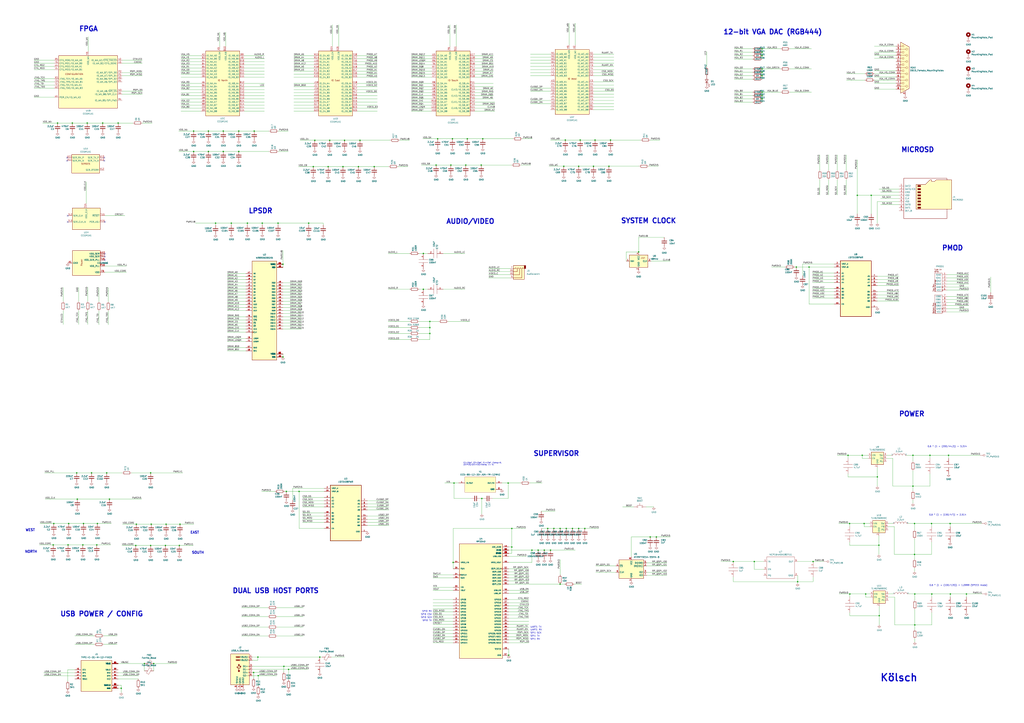
<source format=kicad_sch>
(kicad_sch (version 20231120) (generator "eeschema") (generator_version "8.0")
  (paper "A1")
  (title_block (title "Kölsch FPGA Computer") (date "2024-03-09") (rev "V2") (company "Copyright © 2023 Lone Dynamics Corporation"))
  (lib_symbols
    (symbol "CCGM1A1_1"
      (property "Reference" "U1" (at 0 16.002 90))
      (property "Value" "CCGM1A1_1" (at 0 13.462 90))
      (symbol "CCGM1A1_1_1_1"
        (text "SERDES" (at 0 0 0) (effects (font (size 1.27 1.27))))
        (pin input line (at -15.24 5.08 0) (length 3.81) (name "SER_RX_P") (number "U11"))
        (pin output line (at 15.24 5.08 180) (length 3.81) (name "SER_TX_P") (number "U13"))
        (pin input line (at -15.24 2.54 0) (length 3.81) (name "SER_RX_N") (number "V11"))
        (pin passive line (at 15.24 -5.08 180) (length 3.81) (name "SER_RTERM") (number "V12"))
        (pin output line (at 15.24 2.54 180) (length 3.81) (name "SER_TX_N") (number "V13"))
      )
      (symbol "CCGM1A1_1_2_1"
        (text "CONFIGURATION" (at -11.43 6.35 0) (effects (font (size 1.27 1.27))))
        (pin bidirectional line (at 27.94 -7.62 180) (length 3.81) (name "IO_WA_A8/~{SPI_CS}") (number "N3"))
        (pin bidirectional line (at 27.94 -10.16 180) (length 3.81) (name "IO_WA_B8/SPI_CLK") (number "N4"))
        (pin power_in line (at 0 25.4 270) (length 3.81) (name "VDD_WA") (number "N5"))
        (pin bidirectional line (at 27.94 5.08 180) (length 3.81) (name "IO_WA_A7/SPI_D1") (number "P1"))
        (pin bidirectional line (at 27.94 7.62 180) (length 3.81) (name "IO_WA_B7/SPI_D0") (number "P2"))
        (pin passive line (at 0 25.4 270) (length 3.81) hide (name "VDD_WA") (number "P3"))
        (pin passive line (at 0 25.4 270) (length 3.81) hide (name "VDD_WA") (number "P5"))
        (pin bidirectional line (at 27.94 0 180) (length 3.81) (name "IO_WA_A6/SPI_D3") (number "R1"))
        (pin bidirectional line (at 27.94 2.54 180) (length 3.81) (name "IO_WA_B6/SPI_D2") (number "R2"))
        (pin bidirectional line (at -27.94 2.54 0) (length 3.81) (name "JTAG_TCK/IO_WA_A5") (number "R3"))
        (pin bidirectional line (at 27.94 -15.24 180) (length 3.81) (name "IO_WA_B5/SPI_FWD") (number "R4"))
        (pin bidirectional line (at -27.94 17.78 0) (length 3.81) (name "CFG_MD0/IO_WA_A0") (number "R5"))
        (pin passive line (at 0 25.4 270) (length 3.81) hide (name "VDD_WA") (number "T1"))
        (pin bidirectional line (at -27.94 -2.54 0) (length 3.81) (name "JTAG_TDI/IO_WA_A4") (number "T2"))
        (pin bidirectional line (at -27.94 0 0) (length 3.81) (name "JTAG_TMS/IO_WA_B4") (number "T3"))
        (pin bidirectional line (at -27.94 15.24 0) (length 3.81) (name "CFG_MD1/IO_WA_B0") (number "T5"))
        (pin bidirectional line (at -27.94 -12.7 0) (length 3.81) (name "POR_EN/IO_WA_A3") (number "U1"))
        (pin bidirectional line (at -27.94 -5.08 0) (length 3.81) (name "JTAG_TDO/IO_WA_B3") (number "U2"))
        (pin passive line (at 0 25.4 270) (length 3.81) hide (name "VDD_WA") (number "U3"))
        (pin bidirectional line (at -27.94 12.7 0) (length 3.81) (name "CFG_MD2/IO_WA_A1") (number "U4"))
        (pin bidirectional line (at 27.94 17.78 180) (length 3.81) (name "IO_WA_A2/~{CFG_FAILED}") (number "V2"))
        (pin bidirectional line (at 27.94 15.24 180) (length 3.81) (name "IO_WA_B2/CFG_DONE") (number "V3"))
        (pin bidirectional line (at -27.94 10.16 0) (length 3.81) (name "CFG_MD3/IO_WA_B1") (number "V4"))
      )
      (symbol "CCGM1A1_1_3_1"
        (text "IO North" (at 0 2.54 0) (effects (font (size 1.27 1.27))))
        (pin bidirectional line (at 17.78 10.16 180) (length 3.81) (name "IO_NB_B2") (number "A11"))
        (pin bidirectional line (at 17.78 -2.54 180) (length 3.81) (name "IO_NB_B4") (number "A12"))
        (pin bidirectional line (at 17.78 -17.78 180) (length 3.81) (name "IO_NB_B7") (number "A14"))
        (pin bidirectional line (at -17.78 22.86 0) (length 3.81) (name "IO_NA_A0") (number "A3"))
        (pin bidirectional line (at -17.78 17.78 0) (length 3.81) (name "IO_NA_A1") (number "A4"))
        (pin power_in line (at -2.54 30.48 270) (length 3.81) (name "VDD_NA") (number "A5"))
        (pin bidirectional line (at -17.78 0 0) (length 3.81) (name "IO_NA_A4") (number "A6"))
        (pin bidirectional line (at -17.78 -15.24 0) (length 3.81) (name "IO_NA_A7") (number "A8"))
        (pin bidirectional line (at 17.78 20.32 180) (length 3.81) (name "IO_NB_B0") (number "A9"))
        (pin power_in line (at 2.54 30.48 270) (length 3.81) (name "VDD_NB") (number "B10"))
        (pin bidirectional line (at 17.78 12.7 180) (length 3.81) (name "IO_NB_A2") (number "B11"))
        (pin bidirectional line (at 17.78 0 180) (length 3.81) (name "IO_NB_A4") (number "B12"))
        (pin passive line (at 2.54 30.48 270) (length 3.81) hide (name "VDD_NB") (number "B13"))
        (pin bidirectional line (at 17.78 -15.24 180) (length 3.81) (name "IO_NB_A7") (number "B14"))
        (pin bidirectional line (at -17.78 20.32 0) (length 3.81) (name "IO_NA_B0") (number "B3"))
        (pin bidirectional line (at -17.78 15.24 0) (length 3.81) (name "IO_NA_B1") (number "B4"))
        (pin bidirectional line (at -17.78 12.7 0) (length 3.81) (name "IO_NA_A2") (number "B5"))
        (pin bidirectional line (at -17.78 -2.54 0) (length 3.81) (name "IO_NA_B4") (number "B6"))
        (pin passive line (at -2.54 30.48 270) (length 3.81) hide (name "VDD_NA") (number "B7"))
        (pin bidirectional line (at -17.78 -17.78 0) (length 3.81) (name "IO_NA_B7") (number "B8"))
        (pin bidirectional line (at 17.78 22.86 180) (length 3.81) (name "IO_NB_A0") (number "B9"))
        (pin bidirectional line (at 17.78 15.24 180) (length 3.81) (name "IO_NB_B1") (number "C10"))
        (pin bidirectional line (at 17.78 5.08 180) (length 3.81) (name "IO_NB_B3") (number "C11"))
        (pin bidirectional line (at 17.78 -7.62 180) (length 3.81) (name "IO_NB_B5") (number "C12"))
        (pin bidirectional line (at 17.78 -12.7 180) (length 3.81) (name "IO_NB_B6") (number "C13"))
        (pin bidirectional line (at 17.78 -22.86 180) (length 3.81) (name "IO_NB_B8") (number "C14"))
        (pin bidirectional line (at -17.78 10.16 0) (length 3.81) (name "IO_NA_B2") (number "C5"))
        (pin bidirectional line (at -17.78 7.62 0) (length 3.81) (name "IO_NA_A3") (number "C6"))
        (pin bidirectional line (at -17.78 -5.08 0) (length 3.81) (name "IO_NA_A5") (number "C7"))
        (pin bidirectional line (at -17.78 -10.16 0) (length 3.81) (name "IO_NA_A6") (number "C8"))
        (pin bidirectional line (at -17.78 -20.32 0) (length 3.81) (name "IO_NA_A8") (number "C9"))
        (pin bidirectional line (at 17.78 17.78 180) (length 3.81) (name "IO_NB_A1") (number "D10"))
        (pin bidirectional line (at 17.78 7.62 180) (length 3.81) (name "IO_NB_A3") (number "D11"))
        (pin bidirectional line (at 17.78 -5.08 180) (length 3.81) (name "IO_NB_A5") (number "D12"))
        (pin bidirectional line (at 17.78 -10.16 180) (length 3.81) (name "IO_NB_A6") (number "D13"))
        (pin bidirectional line (at 17.78 -20.32 180) (length 3.81) (name "IO_NB_A8") (number "D14"))
        (pin bidirectional line (at -17.78 5.08 0) (length 3.81) (name "IO_NA_B3") (number "D6"))
        (pin bidirectional line (at -17.78 -7.62 0) (length 3.81) (name "IO_NA_B5") (number "D7"))
        (pin bidirectional line (at -17.78 -12.7 0) (length 3.81) (name "IO_NA_B6") (number "D8"))
        (pin bidirectional line (at -17.78 -22.86 0) (length 3.81) (name "IO_NA_B8") (number "D9"))
        (pin passive line (at 2.54 30.48 270) (length 3.81) hide (name "VDD_NB") (number "E10"))
        (pin passive line (at 2.54 30.48 270) (length 3.81) hide (name "VDD_NB") (number "E12"))
        (pin passive line (at -2.54 30.48 270) (length 3.81) hide (name "VDD_NA") (number "E6"))
        (pin passive line (at -2.54 30.48 270) (length 3.81) hide (name "VDD_NA") (number "E8"))
        (pin passive line (at 2.54 30.48 270) (length 3.81) hide (name "VDD_NB") (number "F11"))
        (pin passive line (at -2.54 30.48 270) (length 3.81) hide (name "VDD_NA") (number "F7"))
      )
      (symbol "CCGM1A1_1_4_1"
        (text "IO East" (at 0 2.54 0) (effects (font (size 1.27 1.27))))
        (pin bidirectional line (at 17.78 -22.86 180) (length 3.81) (name "IO_EB_B8") (number "A15"))
        (pin power_in line (at 2.54 30.48 270) (length 3.81) (name "VDD_EB") (number "A16"))
        (pin bidirectional line (at 17.78 -7.62 180) (length 3.81) (name "IO_EB_B5") (number "A17"))
        (pin bidirectional line (at 17.78 -20.32 180) (length 3.81) (name "IO_EB_A8") (number "B15"))
        (pin bidirectional line (at 17.78 -5.08 180) (length 3.81) (name "IO_EB_A5") (number "B17"))
        (pin passive line (at 2.54 30.48 270) (length 3.81) hide (name "VDD_EB") (number "B18"))
        (pin bidirectional line (at 17.78 -17.78 180) (length 3.81) (name "IO_EB_B7") (number "C15"))
        (pin bidirectional line (at 17.78 -12.7 180) (length 3.81) (name "IO_EB_B6") (number "C16"))
        (pin bidirectional line (at 17.78 -2.54 180) (length 3.81) (name "IO_EB_B4") (number "C17"))
        (pin bidirectional line (at 17.78 0 180) (length 3.81) (name "IO_EB_A4") (number "C18"))
        (pin bidirectional line (at 17.78 -15.24 180) (length 3.81) (name "IO_EB_A7") (number "D15"))
        (pin bidirectional line (at 17.78 -10.16 180) (length 3.81) (name "IO_EB_A6") (number "D16"))
        (pin bidirectional line (at 17.78 10.16 180) (length 3.81) (name "IO_EB_B2") (number "D17"))
        (pin bidirectional line (at 17.78 12.7 180) (length 3.81) (name "IO_EB_A2") (number "D18"))
        (pin passive line (at 2.54 30.48 270) (length 3.81) hide (name "VDD_EB") (number "E14"))
        (pin bidirectional line (at 17.78 5.08 180) (length 3.81) (name "IO_EB_B3") (number "E15"))
        (pin bidirectional line (at 17.78 7.62 180) (length 3.81) (name "IO_EB_A3") (number "E16"))
        (pin passive line (at 2.54 30.48 270) (length 3.81) hide (name "VDD_EB") (number "E17"))
        (pin passive line (at 2.54 30.48 270) (length 3.81) hide (name "VDD_EB") (number "F13"))
        (pin bidirectional line (at 17.78 15.24 180) (length 3.81) (name "IO_EB_B1") (number "F15"))
        (pin bidirectional line (at 17.78 17.78 180) (length 3.81) (name "IO_EB_A1") (number "F16"))
        (pin bidirectional line (at 17.78 20.32 180) (length 3.81) (name "IO_EB_B0") (number "F17"))
        (pin bidirectional line (at 17.78 22.86 180) (length 3.81) (name "IO_EB_A0") (number "F18"))
        (pin power_in line (at -2.54 30.48 270) (length 3.81) (name "VDD_EA") (number "G14"))
        (pin bidirectional line (at -17.78 -22.86 0) (length 3.81) (name "IO_EA_B8") (number "G15"))
        (pin bidirectional line (at -17.78 -20.32 0) (length 3.81) (name "IO_EA_A8") (number "G16"))
        (pin bidirectional line (at -17.78 -17.78 0) (length 3.81) (name "IO_EA_B7") (number "G17"))
        (pin bidirectional line (at -17.78 -15.24 0) (length 3.81) (name "IO_EA_A7") (number "G18"))
        (pin bidirectional line (at -17.78 -12.7 0) (length 3.81) (name "IO_EA_B6") (number "H15"))
        (pin bidirectional line (at -17.78 -10.16 0) (length 3.81) (name "IO_EA_A6") (number "H16"))
        (pin passive line (at -2.54 30.48 270) (length 3.81) hide (name "VDD_EA") (number "H17"))
        (pin passive line (at -2.54 30.48 270) (length 3.81) hide (name "VDD_EA") (number "J14"))
        (pin bidirectional line (at -17.78 -7.62 0) (length 3.81) (name "IO_EA_B5") (number "J15"))
        (pin bidirectional line (at -17.78 -5.08 0) (length 3.81) (name "IO_EA_A5") (number "J16"))
        (pin bidirectional line (at -17.78 -2.54 0) (length 3.81) (name "IO_EA_B4") (number "J17"))
        (pin bidirectional line (at -17.78 0 0) (length 3.81) (name "IO_EA_A4") (number "J18"))
        (pin bidirectional line (at -17.78 5.08 0) (length 3.81) (name "IO_EA_B3") (number "K15"))
        (pin bidirectional line (at -17.78 7.62 0) (length 3.81) (name "IO_EA_A3") (number "K16"))
        (pin bidirectional line (at -17.78 10.16 0) (length 3.81) (name "IO_EA_B2") (number "K17"))
        (pin bidirectional line (at -17.78 12.7 0) (length 3.81) (name "IO_EA_A2") (number "K18"))
        (pin passive line (at -2.54 30.48 270) (length 3.81) hide (name "VDD_EA") (number "L14"))
        (pin bidirectional line (at -17.78 15.24 0) (length 3.81) (name "IO_EA_B1") (number "L15"))
        (pin bidirectional line (at -17.78 17.78 0) (length 3.81) (name "IO_EA_A1") (number "L16"))
        (pin passive line (at -2.54 30.48 270) (length 3.81) hide (name "VDD_EA") (number "L17"))
        (pin bidirectional line (at -17.78 20.32 0) (length 3.81) (name "IO_EA_B0") (number "M14"))
        (pin bidirectional line (at -17.78 22.86 0) (length 3.81) (name "IO_EA_A0") (number "M15"))
      )
      (symbol "CCGM1A1_1_5_1"
        (text "IO South" (at 0 2.54 0) (effects (font (size 1.27 1.27))))
        (pin bidirectional line (at 17.78 7.62 180) (length 3.81) (name "IO_SB_A3") (number "M17"))
        (pin bidirectional line (at 17.78 5.08 180) (length 3.81) (name "IO_SB_B3") (number "M18"))
        (pin power_in line (at 2.54 30.48 270) (length 3.81) (name "VDD_SB") (number "N11"))
        (pin passive line (at 2.54 30.48 270) (length 3.81) hide (name "VDD_SB") (number "N13"))
        (pin bidirectional line (at 17.78 -20.32 180) (length 3.81) (name "CLK0/IO_SB_A8") (number "N14"))
        (pin bidirectional line (at 17.78 -22.86 180) (length 3.81) (name "IO_SB_B8") (number "N15"))
        (pin passive line (at 2.54 30.48 270) (length 3.81) hide (name "VDD_SB") (number "N18"))
        (pin passive line (at -2.54 30.48 270) (length 3.81) hide (name "VDD_SA") (number "P10"))
        (pin bidirectional line (at 17.78 0 180) (length 3.81) (name "IO_SB_A4") (number "P11"))
        (pin bidirectional line (at 17.78 -15.24 180) (length 3.81) (name "CLK1/IO_SB_A7") (number "P12"))
        (pin bidirectional line (at 17.78 -17.78 180) (length 3.81) (name "IO_SB_B7") (number "P13"))
        (pin bidirectional line (at 17.78 -10.16 180) (length 3.81) (name "CLK2/IO_SB_A6") (number "P14"))
        (pin bidirectional line (at 17.78 -12.7 180) (length 3.81) (name "IO_SB_B6") (number "P15"))
        (pin bidirectional line (at 17.78 12.7 180) (length 3.81) (name "IO_SB_A2") (number "P17"))
        (pin bidirectional line (at 17.78 10.16 180) (length 3.81) (name "IO_SB_B2") (number "P18"))
        (pin power_in line (at -2.54 30.48 270) (length 3.81) (name "VDD_SA") (number "P6"))
        (pin passive line (at -2.54 30.48 270) (length 3.81) hide (name "VDD_SA") (number "P8"))
        (pin bidirectional line (at -17.78 -15.24 0) (length 3.81) (name "IO_SA_A7") (number "R10"))
        (pin bidirectional line (at 17.78 -2.54 180) (length 3.81) (name "IO_SB_B4") (number "R11"))
        (pin bidirectional line (at 17.78 -5.08 180) (length 3.81) (name "CLK3/IO_SB_A5") (number "R13"))
        (pin bidirectional line (at 17.78 -7.62 180) (length 3.81) (name "IO_SB_B5") (number "R14"))
        (pin passive line (at 2.54 30.48 270) (length 3.81) hide (name "VDD_SB") (number "R15"))
        (pin bidirectional line (at 17.78 17.78 180) (length 3.81) (name "IO_SB_A1") (number "R17"))
        (pin bidirectional line (at 17.78 15.24 180) (length 3.81) (name "IO_SB_B1") (number "R18"))
        (pin bidirectional line (at -17.78 17.78 0) (length 3.81) (name "IO_SA_A1") (number "R6"))
        (pin bidirectional line (at -17.78 12.7 0) (length 3.81) (name "IO_SA_A2") (number "R7"))
        (pin bidirectional line (at -17.78 0 0) (length 3.81) (name "IO_SA_A4") (number "R8"))
        (pin bidirectional line (at -17.78 -10.16 0) (length 3.81) (name "IO_SA_A6") (number "R9"))
        (pin bidirectional line (at -17.78 -17.78 0) (length 3.81) (name "IO_SA_B7") (number "T10"))
        (pin passive line (at 2.54 30.48 270) (length 3.81) hide (name "VDD_SB") (number "T18"))
        (pin bidirectional line (at -17.78 15.24 0) (length 3.81) (name "IO_SA_B1") (number "T6"))
        (pin bidirectional line (at -17.78 10.16 0) (length 3.81) (name "IO_SA_B2") (number "T7"))
        (pin bidirectional line (at -17.78 -2.54 0) (length 3.81) (name "IO_SA_B4") (number "T8"))
        (pin bidirectional line (at -17.78 -12.7 0) (length 3.81) (name "IO_SA_B6") (number "T9"))
        (pin bidirectional line (at -17.78 -20.32 0) (length 3.81) (name "IO_SA_A8") (number "U10"))
        (pin bidirectional line (at 17.78 22.86 180) (length 3.81) (name "IO_SB_A0") (number "U17"))
        (pin bidirectional line (at 17.78 20.32 180) (length 3.81) (name "IO_SB_B0") (number "U18"))
        (pin bidirectional line (at -17.78 22.86 0) (length 3.81) (name "IO_SA_A0") (number "U5"))
        (pin passive line (at -2.54 30.48 270) (length 3.81) hide (name "VDD_SA") (number "U6"))
        (pin bidirectional line (at -17.78 7.62 0) (length 3.81) (name "IO_SA_A3") (number "U7"))
        (pin bidirectional line (at -17.78 -5.08 0) (length 3.81) (name "IO_SA_A5") (number "U8"))
        (pin passive line (at -2.54 30.48 270) (length 3.81) hide (name "VDD_SA") (number "U9"))
        (pin bidirectional line (at -17.78 -22.86 0) (length 3.81) (name "IO_SA_B8") (number "V10"))
        (pin bidirectional line (at -17.78 20.32 0) (length 3.81) (name "IO_SA_B0") (number "V5"))
        (pin bidirectional line (at -17.78 5.08 0) (length 3.81) (name "IO_SA_B3") (number "V7"))
        (pin bidirectional line (at -17.78 -7.62 0) (length 3.81) (name "IO_SA_B5") (number "V8"))
      )
      (symbol "CCGM1A1_1_6_1"
        (text "IO West" (at 0 2.54 0) (effects (font (size 1.27 1.27))))
        (pin power_in line (at 2.54 30.48 270) (length 3.81) (name "VDD_WC") (number "A2"))
        (pin bidirectional line (at 17.78 -20.32 180) (length 3.81) (name "IO_WC_A8") (number "B1"))
        (pin bidirectional line (at 17.78 -22.86 180) (length 3.81) (name "IO_WC_B8") (number "B2"))
        (pin passive line (at 2.54 30.48 270) (length 3.81) hide (name "VDD_WC") (number "C2"))
        (pin bidirectional line (at 17.78 -15.24 180) (length 3.81) (name "IO_WC_A7") (number "C3"))
        (pin bidirectional line (at 17.78 -17.78 180) (length 3.81) (name "IO_WC_B7") (number "C4"))
        (pin bidirectional line (at 17.78 -5.08 180) (length 3.81) (name "IO_WC_A5") (number "D1"))
        (pin bidirectional line (at 17.78 -7.62 180) (length 3.81) (name "IO_WC_B5") (number "D2"))
        (pin bidirectional line (at 17.78 -10.16 180) (length 3.81) (name "IO_WC_A6") (number "D3"))
        (pin bidirectional line (at 17.78 -12.7 180) (length 3.81) (name "IO_WC_B6") (number "D4"))
        (pin passive line (at 2.54 30.48 270) (length 3.81) hide (name "VDD_WC") (number "D5"))
        (pin bidirectional line (at 17.78 7.62 180) (length 3.81) (name "IO_WC_A3") (number "E1"))
        (pin bidirectional line (at 17.78 5.08 180) (length 3.81) (name "IO_WC_B3") (number "E2"))
        (pin bidirectional line (at 17.78 0 180) (length 3.81) (name "IO_WC_A4") (number "E3"))
        (pin bidirectional line (at 17.78 -2.54 180) (length 3.81) (name "IO_WC_B4") (number "E4"))
        (pin passive line (at 2.54 30.48 270) (length 3.81) hide (name "VDD_WC") (number "F2"))
        (pin bidirectional line (at 17.78 12.7 180) (length 3.81) (name "IO_WC_A2") (number "F3"))
        (pin bidirectional line (at 17.78 10.16 180) (length 3.81) (name "IO_WC_B2") (number "F4"))
        (pin passive line (at 2.54 30.48 270) (length 3.81) hide (name "VDD_WC") (number "F5"))
        (pin bidirectional line (at 17.78 22.86 180) (length 3.81) (name "IO_WC_A0") (number "G1"))
        (pin bidirectional line (at 17.78 20.32 180) (length 3.81) (name "IO_WC_B0") (number "G2"))
        (pin bidirectional line (at 17.78 17.78 180) (length 3.81) (name "IO_WC_A1") (number "G3"))
        (pin bidirectional line (at 17.78 15.24 180) (length 3.81) (name "IO_WC_B1") (number "G4"))
        (pin bidirectional line (at -17.78 -15.24 0) (length 3.81) (name "IO_WB_A7") (number "H1"))
        (pin bidirectional line (at -17.78 -17.78 0) (length 3.81) (name "IO_WB_B7") (number "H2"))
        (pin bidirectional line (at -17.78 -20.32 0) (length 3.81) (name "IO_WB_A8") (number "H3"))
        (pin bidirectional line (at -17.78 -22.86 0) (length 3.81) (name "IO_WB_B8") (number "H4"))
        (pin power_in line (at -2.54 30.48 270) (length 3.81) (name "VDD_WB") (number "H5"))
        (pin passive line (at -2.54 30.48 270) (length 3.81) hide (name "VDD_WB") (number "J2"))
        (pin bidirectional line (at -17.78 -10.16 0) (length 3.81) (name "IO_WB_A6") (number "J3"))
        (pin bidirectional line (at -17.78 -12.7 0) (length 3.81) (name "IO_WB_B6") (number "J4"))
        (pin bidirectional line (at -17.78 -5.08 0) (length 3.81) (name "IO_WB_A5") (number "K1"))
        (pin bidirectional line (at -17.78 -7.62 0) (length 3.81) (name "IO_WB_B5") (number "K2"))
        (pin bidirectional line (at -17.78 0 0) (length 3.81) (name "IO_WB_A4") (number "K3"))
        (pin bidirectional line (at -17.78 -2.54 0) (length 3.81) (name "IO_WB_B4") (number "K4"))
        (pin passive line (at -2.54 30.48 270) (length 3.81) hide (name "VDD_WB") (number "K5"))
        (pin bidirectional line (at -17.78 7.62 0) (length 3.81) (name "IO_WB_A3") (number "L1"))
        (pin bidirectional line (at -17.78 5.08 0) (length 3.81) (name "IO_WB_B3") (number "L2"))
        (pin bidirectional line (at -17.78 12.7 0) (length 3.81) (name "IO_WB_A2") (number "L3"))
        (pin bidirectional line (at -17.78 10.16 0) (length 3.81) (name "IO_WB_B2") (number "L4"))
        (pin passive line (at -2.54 30.48 270) (length 3.81) hide (name "VDD_WB") (number "M2"))
        (pin bidirectional line (at -17.78 17.78 0) (length 3.81) (name "IO_WB_A1") (number "M3"))
        (pin bidirectional line (at -17.78 15.24 0) (length 3.81) (name "IO_WB_B1") (number "M4"))
        (pin passive line (at -2.54 30.48 270) (length 3.81) hide (name "VDD_WB") (number "M5"))
        (pin bidirectional line (at -17.78 22.86 0) (length 3.81) (name "IO_WB_A0") (number "N1"))
        (pin bidirectional line (at -17.78 20.32 0) (length 3.81) (name "IO_WB_B0") (number "N2"))
      )
      (symbol "CCGM1A1_1_7_1"
        (text "Power" (at 2.54 -3.81 0) (effects (font (size 1.27 1.27)) (justify right)))
        (pin power_in line (at 0 -15.24 90) (length 3.81) (name "GND") (number "A1"))
        (pin passive line (at 0 -15.24 90) (length 3.81) hide (name "GND") (number "A10"))
        (pin passive line (at 0 -15.24 90) (length 3.81) hide (name "GND") (number "A13"))
        (pin passive line (at 0 -15.24 90) (length 3.81) hide (name "GND") (number "A18"))
        (pin passive line (at 0 -15.24 90) (length 3.81) hide (name "GND") (number "A7"))
        (pin passive line (at 0 -15.24 90) (length 3.81) hide (name "GND") (number "B16"))
        (pin passive line (at 0 -15.24 90) (length 3.81) hide (name "GND") (number "C1"))
        (pin passive line (at 0 -15.24 90) (length 3.81) hide (name "GND") (number "E11"))
        (pin passive line (at 0 -15.24 90) (length 3.81) hide (name "GND") (number "E13"))
        (pin passive line (at 0 -15.24 90) (length 3.81) hide (name "GND") (number "E18"))
        (pin passive line (at 0 -15.24 90) (length 3.81) hide (name "GND") (number "E5"))
        (pin passive line (at 0 -15.24 90) (length 3.81) hide (name "GND") (number "E7"))
        (pin passive line (at 0 -15.24 90) (length 3.81) hide (name "GND") (number "E9"))
        (pin passive line (at 0 -15.24 90) (length 3.81) hide (name "GND") (number "F1"))
        (pin passive line (at 0 -15.24 90) (length 3.81) hide (name "GND") (number "F10"))
        (pin passive line (at 0 -15.24 90) (length 3.81) hide (name "GND") (number "F12"))
        (pin passive line (at 0 -15.24 90) (length 3.81) hide (name "GND") (number "F14"))
        (pin passive line (at 0 -15.24 90) (length 3.81) hide (name "GND") (number "F6"))
        (pin passive line (at 0 -15.24 90) (length 3.81) hide (name "GND") (number "F8"))
        (pin power_in line (at 7.62 15.24 270) (length 3.81) (name "VDD") (number "F9"))
        (pin passive line (at 7.62 15.24 270) (length 3.81) hide (name "VDD") (number "G10"))
        (pin passive line (at 0 -15.24 90) (length 3.81) hide (name "GND") (number "G11"))
        (pin passive line (at 7.62 15.24 270) (length 3.81) hide (name "VDD") (number "G12"))
        (pin passive line (at 0 -15.24 90) (length 3.81) hide (name "GND") (number "G13"))
        (pin passive line (at 0 -15.24 90) (length 3.81) hide (name "GND") (number "G5"))
        (pin passive line (at 7.62 15.24 270) (length 3.81) hide (name "VDD") (number "G6"))
        (pin passive line (at 0 -15.24 90) (length 3.81) hide (name "GND") (number "G7"))
        (pin passive line (at 7.62 15.24 270) (length 3.81) hide (name "VDD") (number "G8"))
        (pin passive line (at 0 -15.24 90) (length 3.81) hide (name "GND") (number "G9"))
        (pin passive line (at 0 -15.24 90) (length 3.81) hide (name "GND") (number "H10"))
        (pin passive line (at 7.62 15.24 270) (length 3.81) hide (name "VDD") (number "H11"))
        (pin passive line (at 0 -15.24 90) (length 3.81) hide (name "GND") (number "H12"))
        (pin passive line (at 7.62 15.24 270) (length 3.81) hide (name "VDD") (number "H13"))
        (pin passive line (at 0 -15.24 90) (length 3.81) hide (name "GND") (number "H14"))
        (pin passive line (at 0 -15.24 90) (length 3.81) hide (name "GND") (number "H18"))
        (pin passive line (at 0 -15.24 90) (length 3.81) hide (name "GND") (number "H6"))
        (pin passive line (at 7.62 15.24 270) (length 3.81) hide (name "VDD") (number "H7"))
        (pin passive line (at 0 -15.24 90) (length 3.81) hide (name "GND") (number "H8"))
        (pin passive line (at 7.62 15.24 270) (length 3.81) hide (name "VDD") (number "H9"))
        (pin passive line (at 0 -15.24 90) (length 3.81) hide (name "GND") (number "J1"))
        (pin passive line (at 7.62 15.24 270) (length 3.81) hide (name "VDD") (number "J10"))
        (pin passive line (at 0 -15.24 90) (length 3.81) hide (name "GND") (number "J11"))
        (pin passive line (at 7.62 15.24 270) (length 3.81) hide (name "VDD") (number "J12"))
        (pin passive line (at 0 -15.24 90) (length 3.81) hide (name "GND") (number "J13"))
        (pin passive line (at 0 -15.24 90) (length 3.81) hide (name "GND") (number "J5"))
        (pin passive line (at 7.62 15.24 270) (length 3.81) hide (name "VDD") (number "J6"))
        (pin passive line (at 0 -15.24 90) (length 3.81) hide (name "GND") (number "J7"))
        (pin passive line (at 7.62 15.24 270) (length 3.81) hide (name "VDD") (number "J8"))
        (pin passive line (at 0 -15.24 90) (length 3.81) hide (name "GND") (number "J9"))
        (pin passive line (at 0 -15.24 90) (length 3.81) hide (name "GND") (number "K10"))
        (pin passive line (at 7.62 15.24 270) (length 3.81) hide (name "VDD") (number "K11"))
        (pin passive line (at 0 -15.24 90) (length 3.81) hide (name "GND") (number "K12"))
        (pin passive line (at 7.62 15.24 270) (length 3.81) hide (name "VDD") (number "K13"))
        (pin passive line (at 0 -15.24 90) (length 3.81) hide (name "GND") (number "K14"))
        (pin passive line (at 0 -15.24 90) (length 3.81) hide (name "GND") (number "K6"))
        (pin passive line (at 7.62 15.24 270) (length 3.81) hide (name "VDD") (number "K7"))
        (pin passive line (at 0 -15.24 90) (length 3.81) hide (name "GND") (number "K8"))
        (pin passive line (at 7.62 15.24 270) (length 3.81) hide (name "VDD") (number "K9"))
        (pin passive line (at 7.62 15.24 270) (length 3.81) hide (name "VDD") (number "L10"))
        (pin passive line (at 0 -15.24 90) (length 3.81) hide (name "GND") (number "L11"))
        (pin passive line (at 7.62 15.24 270) (length 3.81) hide (name "VDD") (number "L12"))
        (pin passive line (at 0 -15.24 90) (length 3.81) hide (name "GND") (number "L13"))
        (pin passive line (at 0 -15.24 90) (length 3.81) hide (name "GND") (number "L18"))
        (pin passive line (at 0 -15.24 90) (length 3.81) hide (name "GND") (number "L5"))
        (pin passive line (at 7.62 15.24 270) (length 3.81) hide (name "VDD") (number "L6"))
        (pin passive line (at 0 -15.24 90) (length 3.81) hide (name "GND") (number "L7"))
        (pin passive line (at 7.62 15.24 270) (length 3.81) hide (name "VDD") (number "L8"))
        (pin passive line (at 0 -15.24 90) (length 3.81) hide (name "GND") (number "L9"))
        (pin passive line (at 0 -15.24 90) (length 3.81) hide (name "GND") (number "M1"))
        (pin passive line (at 0 -15.24 90) (length 3.81) hide (name "GND") (number "M10"))
        (pin passive line (at 7.62 15.24 270) (length 3.81) hide (name "VDD") (number "M11"))
        (pin passive line (at 0 -15.24 90) (length 3.81) hide (name "GND") (number "M12"))
        (pin passive line (at 7.62 15.24 270) (length 3.81) hide (name "VDD") (number "M13"))
        (pin passive line (at 0 -15.24 90) (length 3.81) hide (name "GND") (number "M16"))
        (pin passive line (at 0 -15.24 90) (length 3.81) hide (name "GND") (number "M6"))
        (pin passive line (at 7.62 15.24 270) (length 3.81) hide (name "VDD") (number "M7"))
        (pin passive line (at 0 -15.24 90) (length 3.81) hide (name "GND") (number "M8"))
        (pin passive line (at 7.62 15.24 270) (length 3.81) hide (name "VDD") (number "M9"))
        (pin passive line (at 7.62 15.24 270) (length 3.81) hide (name "VDD") (number "N10"))
        (pin passive line (at 0 -15.24 90) (length 3.81) hide (name "GND") (number "N12"))
        (pin no_connect line (at 10.16 -7.62 180) (length 3.81) hide (name "NC") (number "N16"))
        (pin passive line (at 0 -15.24 90) (length 3.81) hide (name "GND") (number "N17"))
        (pin passive line (at 7.62 15.24 270) (length 3.81) hide (name "VDD") (number "N6"))
        (pin passive line (at 0 -15.24 90) (length 3.81) hide (name "GND") (number "N7"))
        (pin passive line (at 7.62 15.24 270) (length 3.81) hide (name "VDD") (number "N8"))
        (pin passive line (at 0 -15.24 90) (length 3.81) hide (name "GND") (number "N9"))
        (pin power_in line (at 2.54 15.24 270) (length 3.81) (name "VDD_PLL") (number "P16"))
        (pin passive line (at 0 -15.24 90) (length 3.81) hide (name "GND") (number "P4"))
        (pin passive line (at 0 -15.24 90) (length 3.81) hide (name "GND") (number "P7"))
        (pin passive line (at 0 -15.24 90) (length 3.81) hide (name "GND") (number "P9"))
        (pin passive line (at 0 -15.24 90) (length 3.81) hide (name "GND") (number "R12"))
        (pin passive line (at 0 -15.24 90) (length 3.81) hide (name "GND") (number "R16"))
        (pin passive line (at 0 -15.24 90) (length 3.81) hide (name "GND") (number "T11"))
        (pin power_in line (at -2.54 15.24 270) (length 3.81) (name "VDD_SER_PLL") (number "T16"))
        (pin passive line (at 0 -15.24 90) (length 3.81) hide (name "GND") (number "T17"))
        (pin passive line (at 0 -15.24 90) (length 3.81) hide (name "GND") (number "T4"))
        (pin power_in line (at -7.62 15.24 270) (length 3.81) (name "VDD_SER") (number "U12"))
        (pin passive line (at 0 -15.24 90) (length 3.81) hide (name "GND") (number "U14"))
        (pin passive line (at 0 -15.24 90) (length 3.81) hide (name "GND") (number "U15"))
        (pin passive line (at 0 -15.24 90) (length 3.81) hide (name "GND") (number "U16"))
        (pin passive line (at 0 -15.24 90) (length 3.81) hide (name "GND") (number "V1"))
        (pin passive line (at 0 -15.24 90) (length 3.81) hide (name "GND") (number "V14"))
        (pin passive line (at 0 -15.24 90) (length 3.81) hide (name "GND") (number "V16"))
        (pin power_in line (at -5.334 15.24 270) (length 3.81) (name "VDD_SER") (number "V17"))
        (pin passive line (at 0 -15.24 90) (length 3.81) hide (name "GND") (number "V18"))
        (pin passive line (at 0 -15.24 90) (length 3.81) hide (name "GND") (number "V6"))
        (pin passive line (at 0 -15.24 90) (length 3.81) hide (name "GND") (number "V9"))
      )
      (symbol "CCGM1A1_1_8_1"
        (pin input line (at -15.24 2.54 0) (length 3.81) (name "SER_CLK") (number "T12"))
        (pin input line (at -15.24 -2.54 0) (length 3.81) (name "SER_CLK_N") (number "T13"))
        (pin power_in line (at 0 12.7 270) (length 3.81) (name "VDD_CLK") (number "T14"))
        (pin input line (at 15.24 2.54 180) (length 3.81) (name "~{RESET}") (number "T15"))
        (pin passive line (at 15.24 -2.54 180) (length 3.81) (name "POR_ADJ") (number "V15"))
      )
    )
    (symbol "Connector:AudioJack4"
      (property "Reference" "J" (at 0 8.89 0))
      (property "Value" "AudioJack4" (at 0 6.35 0))
      (symbol "AudioJack4_1_1"
        (pin passive line (at 5.08 -2.54 180) (length 2.54) (name "~") (number "R1"))
        (pin passive line (at 5.08 0 180) (length 2.54) (name "~") (number "R2"))
        (pin passive line (at 5.08 2.54 180) (length 2.54) (name "~") (number "S"))
        (pin passive line (at 5.08 -5.08 180) (length 2.54) (name "~") (number "T"))
      )
    )
    (symbol "Connector:DB15_Female_MountingHoles" (pin_names (offset 1.016) hide)
      (property "Reference" "J" (at 0 24.13 0))
      (property "Value" "DB15_Female_MountingHoles" (at 0 22.225 0))
      (symbol "DB15_Female_MountingHoles_1_1"
        (pin passive line (at 0 -22.86 90) (length 3.81) (name "PAD") (number "0"))
        (pin passive line (at -7.62 17.78 0) (length 3.81) (name "1") (number "1"))
        (pin passive line (at -7.62 10.16 0) (length 3.81) (name "P10") (number "10"))
        (pin passive line (at -7.62 5.08 0) (length 3.81) (name "P111") (number "11"))
        (pin passive line (at -7.62 0 0) (length 3.81) (name "P12") (number "12"))
        (pin passive line (at -7.62 -5.08 0) (length 3.81) (name "P13") (number "13"))
        (pin passive line (at -7.62 -10.16 0) (length 3.81) (name "P14") (number "14"))
        (pin passive line (at -7.62 -15.24 0) (length 3.81) (name "P15") (number "15"))
        (pin passive line (at -7.62 12.7 0) (length 3.81) (name "2") (number "2"))
        (pin passive line (at -7.62 7.62 0) (length 3.81) (name "3") (number "3"))
        (pin passive line (at -7.62 2.54 0) (length 3.81) (name "4") (number "4"))
        (pin passive line (at -7.62 -2.54 0) (length 3.81) (name "5") (number "5"))
        (pin passive line (at -7.62 -7.62 0) (length 3.81) (name "6") (number "6"))
        (pin passive line (at -7.62 -12.7 0) (length 3.81) (name "7") (number "7"))
        (pin passive line (at -7.62 -17.78 0) (length 3.81) (name "8") (number "8"))
        (pin passive line (at -7.62 15.24 0) (length 3.81) (name "P9") (number "9"))
      )
    )
    (symbol "Connector:TestPoint" (pin_numbers hide) (pin_names (offset 0.762) hide)
      (property "Reference" "TP" (at 0 6.858 0))
      (property "Value" "TestPoint" (at 0 5.08 0))
      (symbol "TestPoint_1_1"
        (pin passive line (at 0 0 90) (length 2.54) (name "1") (number "1"))
      )
    )
    (symbol "Connector:USB_A_Stacked" (pin_names (offset 1.016))
      (property "Reference" "J" (at 0 15.875 0))
      (property "Value" "USB_A_Stacked" (at 0 13.97 0))
      (symbol "USB_A_Stacked_1_1"
        (pin power_in line (at 10.16 10.16 180) (length 2.54) (name "VBUS1") (number "1"))
        (pin bidirectional line (at 10.16 0 180) (length 2.54) (name "D1-") (number "2"))
        (pin bidirectional line (at 10.16 2.54 180) (length 2.54) (name "D1+") (number "3"))
        (pin power_in line (at 0 -15.24 90) (length 2.54) (name "GND1") (number "4"))
        (pin power_in line (at 10.16 7.62 180) (length 2.54) (name "VBUS2") (number "5"))
        (pin bidirectional line (at 10.16 -5.08 180) (length 2.54) (name "D2-") (number "6"))
        (pin bidirectional line (at 10.16 -2.54 180) (length 2.54) (name "D2+") (number "7"))
        (pin power_in line (at 2.54 -15.24 90) (length 2.54) (name "GND2") (number "8"))
        (pin passive line (at -2.54 -15.24 90) (length 2.54) (name "Shield") (number "9"))
      )
    )
    (symbol "Device:C" (pin_numbers hide) (pin_names (offset 0.254))
      (property "Reference" "C" (at 0.635 2.54 0))
      (property "Value" "C" (at 0.635 -2.54 0))
      (symbol "C_1_1"
        (pin passive line (at 0 3.81 270) (length 2.794) (name "~") (number "1"))
        (pin passive line (at 0 -3.81 90) (length 2.794) (name "~") (number "2"))
      )
    )
    (symbol "Device:Ferrite_Bead" (pin_numbers hide) (pin_names (offset 0))
      (property "Reference" "FB" (at -3.81 0.635 90))
      (property "Value" "Device_Ferrite_Bead" (at 3.81 0 90))
      (symbol "Ferrite_Bead_1_1"
        (pin passive line (at 0 3.81 270) (length 2.54) (name "~") (number "1"))
        (pin passive line (at 0 -3.81 90) (length 2.54) (name "~") (number "2"))
      )
    )
    (symbol "Device:LED" (pin_numbers hide) (pin_names (offset 1.016) hide)
      (property "Reference" "D" (at 0 2.54 0))
      (property "Value" "LED" (at 0 -2.54 0))
      (symbol "LED_1_1"
        (pin passive line (at -3.81 0 0) (length 2.54) (name "K") (number "1"))
        (pin passive line (at 3.81 0 180) (length 2.54) (name "A") (number "2"))
      )
    )
    (symbol "Device:R" (pin_numbers hide) (pin_names (offset 0))
      (property "Reference" "R" (at 2.032 0 90))
      (property "Value" "R" (at 0 0 90))
      (symbol "R_1_1"
        (pin passive line (at 0 3.81 270) (length 1.27) (name "~") (number "1"))
        (pin passive line (at 0 -3.81 90) (length 1.27) (name "~") (number "2"))
      )
    )
    (symbol "FPGA_Cologne:CCGM1A1"
      (property "Reference" "U" (at -12.7 8.89 0))
      (property "Value" "CCGM1A1" (at 11.43 8.89 0))
      (symbol "CCGM1A1_1_1"
        (text "SERDES" (at 0 0 0) (effects (font (size 1.27 1.27))))
        (pin input line (at -15.24 5.08 0) (length 3.81) (name "SER_RX_P") (number "U11"))
        (pin output line (at 15.24 5.08 180) (length 3.81) (name "SER_TX_P") (number "U13"))
        (pin input line (at -15.24 2.54 0) (length 3.81) (name "SER_RX_N") (number "V11"))
        (pin passive line (at 15.24 -5.08 180) (length 3.81) (name "SER_RTERM") (number "V12"))
        (pin output line (at 15.24 2.54 180) (length 3.81) (name "SER_TX_N") (number "V13"))
      )
      (symbol "CCGM1A1_2_1"
        (text "CONFIGURATION" (at -11.43 6.35 0) (effects (font (size 1.27 1.27))))
        (pin bidirectional line (at 27.94 -7.62 180) (length 3.81) (name "IO_WA_A8/~{SPI_CS}") (number "N3"))
        (pin bidirectional line (at 27.94 -10.16 180) (length 3.81) (name "IO_WA_B8/SPI_CLK") (number "N4"))
        (pin power_in line (at 0 25.4 270) (length 3.81) (name "VDD_WA") (number "N5"))
        (pin bidirectional line (at 27.94 5.08 180) (length 3.81) (name "IO_WA_A7/SPI_D1") (number "P1"))
        (pin bidirectional line (at 27.94 7.62 180) (length 3.81) (name "IO_WA_B7/SPI_D0") (number "P2"))
        (pin passive line (at 0 25.4 270) (length 3.81) hide (name "VDD_WA") (number "P3"))
        (pin passive line (at 0 25.4 270) (length 3.81) hide (name "VDD_WA") (number "P5"))
        (pin bidirectional line (at 27.94 0 180) (length 3.81) (name "IO_WA_A6/SPI_D3") (number "R1"))
        (pin bidirectional line (at 27.94 2.54 180) (length 3.81) (name "IO_WA_B6/SPI_D2") (number "R2"))
        (pin bidirectional line (at -27.94 2.54 0) (length 3.81) (name "JTAG_TCK/IO_WA_A5") (number "R3"))
        (pin bidirectional line (at 27.94 -15.24 180) (length 3.81) (name "IO_WA_B5/SPI_FWD") (number "R4"))
        (pin bidirectional line (at -27.94 17.78 0) (length 3.81) (name "CFG_MD0/IO_WA_A0") (number "R5"))
        (pin passive line (at 0 25.4 270) (length 3.81) hide (name "VDD_WA") (number "T1"))
        (pin bidirectional line (at -27.94 -2.54 0) (length 3.81) (name "JTAG_TDI/IO_WA_A4") (number "T2"))
        (pin bidirectional line (at -27.94 0 0) (length 3.81) (name "JTAG_TMS/IO_WA_B4") (number "T3"))
        (pin bidirectional line (at -27.94 15.24 0) (length 3.81) (name "CFG_MD1/IO_WA_B0") (number "T5"))
        (pin bidirectional line (at -27.94 -12.7 0) (length 3.81) (name "POR_EN/IO_WA_A3") (number "U1"))
        (pin bidirectional line (at -27.94 -5.08 0) (length 3.81) (name "JTAG_TDO/IO_WA_B3") (number "U2"))
        (pin passive line (at 0 25.4 270) (length 3.81) hide (name "VDD_WA") (number "U3"))
        (pin bidirectional line (at -27.94 12.7 0) (length 3.81) (name "CFG_MD2/IO_WA_A1") (number "U4"))
        (pin bidirectional line (at 27.94 17.78 180) (length 3.81) (name "IO_WA_A2/~{CFG_FAILED}") (number "V2"))
        (pin bidirectional line (at 27.94 15.24 180) (length 3.81) (name "IO_WA_B2/CFG_DONE") (number "V3"))
        (pin bidirectional line (at -27.94 10.16 0) (length 3.81) (name "CFG_MD3/IO_WA_B1") (number "V4"))
      )
      (symbol "CCGM1A1_3_1"
        (text "IO North" (at 0 2.54 0) (effects (font (size 1.27 1.27))))
        (pin bidirectional line (at 17.78 10.16 180) (length 3.81) (name "IO_NB_B2") (number "A11"))
        (pin bidirectional line (at 17.78 -2.54 180) (length 3.81) (name "IO_NB_B4") (number "A12"))
        (pin bidirectional line (at 17.78 -17.78 180) (length 3.81) (name "IO_NB_B7") (number "A14"))
        (pin bidirectional line (at -17.78 22.86 0) (length 3.81) (name "IO_NA_A0") (number "A3"))
        (pin bidirectional line (at -17.78 17.78 0) (length 3.81) (name "IO_NA_A1") (number "A4"))
        (pin power_in line (at -2.54 30.48 270) (length 3.81) (name "VDD_NA") (number "A5"))
        (pin bidirectional line (at -17.78 0 0) (length 3.81) (name "IO_NA_A4") (number "A6"))
        (pin bidirectional line (at -17.78 -15.24 0) (length 3.81) (name "IO_NA_A7") (number "A8"))
        (pin bidirectional line (at 17.78 20.32 180) (length 3.81) (name "IO_NB_B0") (number "A9"))
        (pin power_in line (at 2.54 30.48 270) (length 3.81) (name "VDD_NB") (number "B10"))
        (pin bidirectional line (at 17.78 12.7 180) (length 3.81) (name "IO_NB_A2") (number "B11"))
        (pin bidirectional line (at 17.78 0 180) (length 3.81) (name "IO_NB_A4") (number "B12"))
        (pin passive line (at 2.54 30.48 270) (length 3.81) hide (name "VDD_NB") (number "B13"))
        (pin bidirectional line (at 17.78 -15.24 180) (length 3.81) (name "IO_NB_A7") (number "B14"))
        (pin bidirectional line (at -17.78 20.32 0) (length 3.81) (name "IO_NA_B0") (number "B3"))
        (pin bidirectional line (at -17.78 15.24 0) (length 3.81) (name "IO_NA_B1") (number "B4"))
        (pin bidirectional line (at -17.78 12.7 0) (length 3.81) (name "IO_NA_A2") (number "B5"))
        (pin bidirectional line (at -17.78 -2.54 0) (length 3.81) (name "IO_NA_B4") (number "B6"))
        (pin passive line (at -2.54 30.48 270) (length 3.81) hide (name "VDD_NA") (number "B7"))
        (pin bidirectional line (at -17.78 -17.78 0) (length 3.81) (name "IO_NA_B7") (number "B8"))
        (pin bidirectional line (at 17.78 22.86 180) (length 3.81) (name "IO_NB_A0") (number "B9"))
        (pin bidirectional line (at 17.78 15.24 180) (length 3.81) (name "IO_NB_B1") (number "C10"))
        (pin bidirectional line (at 17.78 5.08 180) (length 3.81) (name "IO_NB_B3") (number "C11"))
        (pin bidirectional line (at 17.78 -7.62 180) (length 3.81) (name "IO_NB_B5") (number "C12"))
        (pin bidirectional line (at 17.78 -12.7 180) (length 3.81) (name "IO_NB_B6") (number "C13"))
        (pin bidirectional line (at 17.78 -22.86 180) (length 3.81) (name "IO_NB_B8") (number "C14"))
        (pin bidirectional line (at -17.78 10.16 0) (length 3.81) (name "IO_NA_B2") (number "C5"))
        (pin bidirectional line (at -17.78 7.62 0) (length 3.81) (name "IO_NA_A3") (number "C6"))
        (pin bidirectional line (at -17.78 -5.08 0) (length 3.81) (name "IO_NA_A5") (number "C7"))
        (pin bidirectional line (at -17.78 -10.16 0) (length 3.81) (name "IO_NA_A6") (number "C8"))
        (pin bidirectional line (at -17.78 -20.32 0) (length 3.81) (name "IO_NA_A8") (number "C9"))
        (pin bidirectional line (at 17.78 17.78 180) (length 3.81) (name "IO_NB_A1") (number "D10"))
        (pin bidirectional line (at 17.78 7.62 180) (length 3.81) (name "IO_NB_A3") (number "D11"))
        (pin bidirectional line (at 17.78 -5.08 180) (length 3.81) (name "IO_NB_A5") (number "D12"))
        (pin bidirectional line (at 17.78 -10.16 180) (length 3.81) (name "IO_NB_A6") (number "D13"))
        (pin bidirectional line (at 17.78 -20.32 180) (length 3.81) (name "IO_NB_A8") (number "D14"))
        (pin bidirectional line (at -17.78 5.08 0) (length 3.81) (name "IO_NA_B3") (number "D6"))
        (pin bidirectional line (at -17.78 -7.62 0) (length 3.81) (name "IO_NA_B5") (number "D7"))
        (pin bidirectional line (at -17.78 -12.7 0) (length 3.81) (name "IO_NA_B6") (number "D8"))
        (pin bidirectional line (at -17.78 -22.86 0) (length 3.81) (name "IO_NA_B8") (number "D9"))
        (pin passive line (at 2.54 30.48 270) (length 3.81) hide (name "VDD_NB") (number "E10"))
        (pin passive line (at 2.54 30.48 270) (length 3.81) hide (name "VDD_NB") (number "E12"))
        (pin passive line (at -2.54 30.48 270) (length 3.81) hide (name "VDD_NA") (number "E6"))
        (pin passive line (at -2.54 30.48 270) (length 3.81) hide (name "VDD_NA") (number "E8"))
        (pin passive line (at 2.54 30.48 270) (length 3.81) hide (name "VDD_NB") (number "F11"))
        (pin passive line (at -2.54 30.48 270) (length 3.81) hide (name "VDD_NA") (number "F7"))
      )
      (symbol "CCGM1A1_4_1"
        (text "IO East" (at 0 2.54 0) (effects (font (size 1.27 1.27))))
        (pin bidirectional line (at 17.78 -22.86 180) (length 3.81) (name "IO_EB_B8") (number "A15"))
        (pin power_in line (at 2.54 30.48 270) (length 3.81) (name "VDD_EB") (number "A16"))
        (pin bidirectional line (at 17.78 -7.62 180) (length 3.81) (name "IO_EB_B5") (number "A17"))
        (pin bidirectional line (at 17.78 -20.32 180) (length 3.81) (name "IO_EB_A8") (number "B15"))
        (pin bidirectional line (at 17.78 -5.08 180) (length 3.81) (name "IO_EB_A5") (number "B17"))
        (pin passive line (at 2.54 30.48 270) (length 3.81) hide (name "VDD_EB") (number "B18"))
        (pin bidirectional line (at 17.78 -17.78 180) (length 3.81) (name "IO_EB_B7") (number "C15"))
        (pin bidirectional line (at 17.78 -12.7 180) (length 3.81) (name "IO_EB_B6") (number "C16"))
        (pin bidirectional line (at 17.78 -2.54 180) (length 3.81) (name "IO_EB_B4") (number "C17"))
        (pin bidirectional line (at 17.78 0 180) (length 3.81) (name "IO_EB_A4") (number "C18"))
        (pin bidirectional line (at 17.78 -15.24 180) (length 3.81) (name "IO_EB_A7") (number "D15"))
        (pin bidirectional line (at 17.78 -10.16 180) (length 3.81) (name "IO_EB_A6") (number "D16"))
        (pin bidirectional line (at 17.78 10.16 180) (length 3.81) (name "IO_EB_B2") (number "D17"))
        (pin bidirectional line (at 17.78 12.7 180) (length 3.81) (name "IO_EB_A2") (number "D18"))
        (pin passive line (at 2.54 30.48 270) (length 3.81) hide (name "VDD_EB") (number "E14"))
        (pin bidirectional line (at 17.78 5.08 180) (length 3.81) (name "IO_EB_B3") (number "E15"))
        (pin bidirectional line (at 17.78 7.62 180) (length 3.81) (name "IO_EB_A3") (number "E16"))
        (pin passive line (at 2.54 30.48 270) (length 3.81) hide (name "VDD_EB") (number "E17"))
        (pin passive line (at 2.54 30.48 270) (length 3.81) hide (name "VDD_EB") (number "F13"))
        (pin bidirectional line (at 17.78 15.24 180) (length 3.81) (name "IO_EB_B1") (number "F15"))
        (pin bidirectional line (at 17.78 17.78 180) (length 3.81) (name "IO_EB_A1") (number "F16"))
        (pin bidirectional line (at 17.78 20.32 180) (length 3.81) (name "IO_EB_B0") (number "F17"))
        (pin bidirectional line (at 17.78 22.86 180) (length 3.81) (name "IO_EB_A0") (number "F18"))
        (pin power_in line (at -2.54 30.48 270) (length 3.81) (name "VDD_EA") (number "G14"))
        (pin bidirectional line (at -17.78 -22.86 0) (length 3.81) (name "IO_EA_B8") (number "G15"))
        (pin bidirectional line (at -17.78 -20.32 0) (length 3.81) (name "IO_EA_A8") (number "G16"))
        (pin bidirectional line (at -17.78 -17.78 0) (length 3.81) (name "IO_EA_B7") (number "G17"))
        (pin bidirectional line (at -17.78 -15.24 0) (length 3.81) (name "IO_EA_A7") (number "G18"))
        (pin bidirectional line (at -17.78 -12.7 0) (length 3.81) (name "IO_EA_B6") (number "H15"))
        (pin bidirectional line (at -17.78 -10.16 0) (length 3.81) (name "IO_EA_A6") (number "H16"))
        (pin passive line (at -2.54 30.48 270) (length 3.81) hide (name "VDD_EA") (number "H17"))
        (pin passive line (at -2.54 30.48 270) (length 3.81) hide (name "VDD_EA") (number "J14"))
        (pin bidirectional line (at -17.78 -7.62 0) (length 3.81) (name "IO_EA_B5") (number "J15"))
        (pin bidirectional line (at -17.78 -5.08 0) (length 3.81) (name "IO_EA_A5") (number "J16"))
        (pin bidirectional line (at -17.78 -2.54 0) (length 3.81) (name "IO_EA_B4") (number "J17"))
        (pin bidirectional line (at -17.78 0 0) (length 3.81) (name "IO_EA_A4") (number "J18"))
        (pin bidirectional line (at -17.78 5.08 0) (length 3.81) (name "IO_EA_B3") (number "K15"))
        (pin bidirectional line (at -17.78 7.62 0) (length 3.81) (name "IO_EA_A3") (number "K16"))
        (pin bidirectional line (at -17.78 10.16 0) (length 3.81) (name "IO_EA_B2") (number "K17"))
        (pin bidirectional line (at -17.78 12.7 0) (length 3.81) (name "IO_EA_A2") (number "K18"))
        (pin passive line (at -2.54 30.48 270) (length 3.81) hide (name "VDD_EA") (number "L14"))
        (pin bidirectional line (at -17.78 15.24 0) (length 3.81) (name "IO_EA_B1") (number "L15"))
        (pin bidirectional line (at -17.78 17.78 0) (length 3.81) (name "IO_EA_A1") (number "L16"))
        (pin passive line (at -2.54 30.48 270) (length 3.81) hide (name "VDD_EA") (number "L17"))
        (pin bidirectional line (at -17.78 20.32 0) (length 3.81) (name "IO_EA_B0") (number "M14"))
        (pin bidirectional line (at -17.78 22.86 0) (length 3.81) (name "IO_EA_A0") (number "M15"))
      )
      (symbol "CCGM1A1_5_1"
        (text "IO South" (at 0 2.54 0) (effects (font (size 1.27 1.27))))
        (pin bidirectional line (at 17.78 7.62 180) (length 3.81) (name "IO_SB_A3") (number "M17"))
        (pin bidirectional line (at 17.78 5.08 180) (length 3.81) (name "IO_SB_B3") (number "M18"))
        (pin power_in line (at 2.54 30.48 270) (length 3.81) (name "VDD_SB") (number "N11"))
        (pin passive line (at 2.54 30.48 270) (length 3.81) hide (name "VDD_SB") (number "N13"))
        (pin bidirectional line (at 17.78 -20.32 180) (length 3.81) (name "CLK0/IO_SB_A8") (number "N14"))
        (pin bidirectional line (at 17.78 -22.86 180) (length 3.81) (name "IO_SB_B8") (number "N15"))
        (pin passive line (at 2.54 30.48 270) (length 3.81) hide (name "VDD_SB") (number "N18"))
        (pin passive line (at -2.54 30.48 270) (length 3.81) hide (name "VDD_SA") (number "P10"))
        (pin bidirectional line (at 17.78 0 180) (length 3.81) (name "IO_SB_A4") (number "P11"))
        (pin bidirectional line (at 17.78 -15.24 180) (length 3.81) (name "CLK1/IO_SB_A7") (number "P12"))
        (pin bidirectional line (at 17.78 -17.78 180) (length 3.81) (name "IO_SB_B7") (number "P13"))
        (pin bidirectional line (at 17.78 -10.16 180) (length 3.81) (name "CLK2/IO_SB_A6") (number "P14"))
        (pin bidirectional line (at 17.78 -12.7 180) (length 3.81) (name "IO_SB_B6") (number "P15"))
        (pin bidirectional line (at 17.78 12.7 180) (length 3.81) (name "IO_SB_A2") (number "P17"))
        (pin bidirectional line (at 17.78 10.16 180) (length 3.81) (name "IO_SB_B2") (number "P18"))
        (pin power_in line (at -2.54 30.48 270) (length 3.81) (name "VDD_SA") (number "P6"))
        (pin passive line (at -2.54 30.48 270) (length 3.81) hide (name "VDD_SA") (number "P8"))
        (pin bidirectional line (at -17.78 -15.24 0) (length 3.81) (name "IO_SA_A7") (number "R10"))
        (pin bidirectional line (at 17.78 -2.54 180) (length 3.81) (name "IO_SB_B4") (number "R11"))
        (pin bidirectional line (at 17.78 -5.08 180) (length 3.81) (name "CLK3/IO_SB_A5") (number "R13"))
        (pin bidirectional line (at 17.78 -7.62 180) (length 3.81) (name "IO_SB_B5") (number "R14"))
        (pin passive line (at 2.54 30.48 270) (length 3.81) hide (name "VDD_SB") (number "R15"))
        (pin bidirectional line (at 17.78 17.78 180) (length 3.81) (name "IO_SB_A1") (number "R17"))
        (pin bidirectional line (at 17.78 15.24 180) (length 3.81) (name "IO_SB_B1") (number "R18"))
        (pin bidirectional line (at -17.78 17.78 0) (length 3.81) (name "IO_SA_A1") (number "R6"))
        (pin bidirectional line (at -17.78 12.7 0) (length 3.81) (name "IO_SA_A2") (number "R7"))
        (pin bidirectional line (at -17.78 0 0) (length 3.81) (name "IO_SA_A4") (number "R8"))
        (pin bidirectional line (at -17.78 -10.16 0) (length 3.81) (name "IO_SA_A6") (number "R9"))
        (pin bidirectional line (at -17.78 -17.78 0) (length 3.81) (name "IO_SA_B7") (number "T10"))
        (pin passive line (at 2.54 30.48 270) (length 3.81) hide (name "VDD_SB") (number "T18"))
        (pin bidirectional line (at -17.78 15.24 0) (length 3.81) (name "IO_SA_B1") (number "T6"))
        (pin bidirectional line (at -17.78 10.16 0) (length 3.81) (name "IO_SA_B2") (number "T7"))
        (pin bidirectional line (at -17.78 -2.54 0) (length 3.81) (name "IO_SA_B4") (number "T8"))
        (pin bidirectional line (at -17.78 -12.7 0) (length 3.81) (name "IO_SA_B6") (number "T9"))
        (pin bidirectional line (at -17.78 -20.32 0) (length 3.81) (name "IO_SA_A8") (number "U10"))
        (pin bidirectional line (at 17.78 22.86 180) (length 3.81) (name "IO_SB_A0") (number "U17"))
        (pin bidirectional line (at 17.78 20.32 180) (length 3.81) (name "IO_SB_B0") (number "U18"))
        (pin bidirectional line (at -17.78 22.86 0) (length 3.81) (name "IO_SA_A0") (number "U5"))
        (pin passive line (at -2.54 30.48 270) (length 3.81) hide (name "VDD_SA") (number "U6"))
        (pin bidirectional line (at -17.78 7.62 0) (length 3.81) (name "IO_SA_A3") (number "U7"))
        (pin bidirectional line (at -17.78 -5.08 0) (length 3.81) (name "IO_SA_A5") (number "U8"))
        (pin passive line (at -2.54 30.48 270) (length 3.81) hide (name "VDD_SA") (number "U9"))
        (pin bidirectional line (at -17.78 -22.86 0) (length 3.81) (name "IO_SA_B8") (number "V10"))
        (pin bidirectional line (at -17.78 20.32 0) (length 3.81) (name "IO_SA_B0") (number "V5"))
        (pin bidirectional line (at -17.78 5.08 0) (length 3.81) (name "IO_SA_B3") (number "V7"))
        (pin bidirectional line (at -17.78 -7.62 0) (length 3.81) (name "IO_SA_B5") (number "V8"))
      )
      (symbol "CCGM1A1_6_1"
        (text "IO West" (at 0 2.54 0) (effects (font (size 1.27 1.27))))
        (pin power_in line (at 2.54 30.48 270) (length 3.81) (name "VDD_WC") (number "A2"))
        (pin bidirectional line (at 17.78 -20.32 180) (length 3.81) (name "IO_WC_A8") (number "B1"))
        (pin bidirectional line (at 17.78 -22.86 180) (length 3.81) (name "IO_WC_B8") (number "B2"))
        (pin passive line (at 2.54 30.48 270) (length 3.81) hide (name "VDD_WC") (number "C2"))
        (pin bidirectional line (at 17.78 -15.24 180) (length 3.81) (name "IO_WC_A7") (number "C3"))
        (pin bidirectional line (at 17.78 -17.78 180) (length 3.81) (name "IO_WC_B7") (number "C4"))
        (pin bidirectional line (at 17.78 -5.08 180) (length 3.81) (name "IO_WC_A5") (number "D1"))
        (pin bidirectional line (at 17.78 -7.62 180) (length 3.81) (name "IO_WC_B5") (number "D2"))
        (pin bidirectional line (at 17.78 -10.16 180) (length 3.81) (name "IO_WC_A6") (number "D3"))
        (pin bidirectional line (at 17.78 -12.7 180) (length 3.81) (name "IO_WC_B6") (number "D4"))
        (pin passive line (at 2.54 30.48 270) (length 3.81) hide (name "VDD_WC") (number "D5"))
        (pin bidirectional line (at 17.78 7.62 180) (length 3.81) (name "IO_WC_A3") (number "E1"))
        (pin bidirectional line (at 17.78 5.08 180) (length 3.81) (name "IO_WC_B3") (number "E2"))
        (pin bidirectional line (at 17.78 0 180) (length 3.81) (name "IO_WC_A4") (number "E3"))
        (pin bidirectional line (at 17.78 -2.54 180) (length 3.81) (name "IO_WC_B4") (number "E4"))
        (pin passive line (at 2.54 30.48 270) (length 3.81) hide (name "VDD_WC") (number "F2"))
        (pin bidirectional line (at 17.78 12.7 180) (length 3.81) (name "IO_WC_A2") (number "F3"))
        (pin bidirectional line (at 17.78 10.16 180) (length 3.81) (name "IO_WC_B2") (number "F4"))
        (pin passive line (at 2.54 30.48 270) (length 3.81) hide (name "VDD_WC") (number "F5"))
        (pin bidirectional line (at 17.78 22.86 180) (length 3.81) (name "IO_WC_A0") (number "G1"))
        (pin bidirectional line (at 17.78 20.32 180) (length 3.81) (name "IO_WC_B0") (number "G2"))
        (pin bidirectional line (at 17.78 17.78 180) (length 3.81) (name "IO_WC_A1") (number "G3"))
        (pin bidirectional line (at 17.78 15.24 180) (length 3.81) (name "IO_WC_B1") (number "G4"))
        (pin bidirectional line (at -17.78 -15.24 0) (length 3.81) (name "IO_WB_A7") (number "H1"))
        (pin bidirectional line (at -17.78 -17.78 0) (length 3.81) (name "IO_WB_B7") (number "H2"))
        (pin bidirectional line (at -17.78 -20.32 0) (length 3.81) (name "IO_WB_A8") (number "H3"))
        (pin bidirectional line (at -17.78 -22.86 0) (length 3.81) (name "IO_WB_B8") (number "H4"))
        (pin power_in line (at -2.54 30.48 270) (length 3.81) (name "VDD_WB") (number "H5"))
        (pin passive line (at -2.54 30.48 270) (length 3.81) hide (name "VDD_WB") (number "J2"))
        (pin bidirectional line (at -17.78 -10.16 0) (length 3.81) (name "IO_WB_A6") (number "J3"))
        (pin bidirectional line (at -17.78 -12.7 0) (length 3.81) (name "IO_WB_B6") (number "J4"))
        (pin bidirectional line (at -17.78 -5.08 0) (length 3.81) (name "IO_WB_A5") (number "K1"))
        (pin bidirectional line (at -17.78 -7.62 0) (length 3.81) (name "IO_WB_B5") (number "K2"))
        (pin bidirectional line (at -17.78 0 0) (length 3.81) (name "IO_WB_A4") (number "K3"))
        (pin bidirectional line (at -17.78 -2.54 0) (length 3.81) (name "IO_WB_B4") (number "K4"))
        (pin passive line (at -2.54 30.48 270) (length 3.81) hide (name "VDD_WB") (number "K5"))
        (pin bidirectional line (at -17.78 7.62 0) (length 3.81) (name "IO_WB_A3") (number "L1"))
        (pin bidirectional line (at -17.78 5.08 0) (length 3.81) (name "IO_WB_B3") (number "L2"))
        (pin bidirectional line (at -17.78 12.7 0) (length 3.81) (name "IO_WB_A2") (number "L3"))
        (pin bidirectional line (at -17.78 10.16 0) (length 3.81) (name "IO_WB_B2") (number "L4"))
        (pin passive line (at -2.54 30.48 270) (length 3.81) hide (name "VDD_WB") (number "M2"))
        (pin bidirectional line (at -17.78 17.78 0) (length 3.81) (name "IO_WB_A1") (number "M3"))
        (pin bidirectional line (at -17.78 15.24 0) (length 3.81) (name "IO_WB_B1") (number "M4"))
        (pin passive line (at -2.54 30.48 270) (length 3.81) hide (name "VDD_WB") (number "M5"))
        (pin bidirectional line (at -17.78 22.86 0) (length 3.81) (name "IO_WB_A0") (number "N1"))
        (pin bidirectional line (at -17.78 20.32 0) (length 3.81) (name "IO_WB_B0") (number "N2"))
      )
      (symbol "CCGM1A1_7_1"
        (text "Power" (at 2.54 -3.81 0) (effects (font (size 1.27 1.27)) (justify right)))
        (pin power_in line (at 0 -15.24 90) (length 3.81) (name "GND") (number "A1"))
        (pin passive line (at 0 -15.24 90) (length 3.81) hide (name "GND") (number "A10"))
        (pin passive line (at 0 -15.24 90) (length 3.81) hide (name "GND") (number "A13"))
        (pin passive line (at 0 -15.24 90) (length 3.81) hide (name "GND") (number "A18"))
        (pin passive line (at 0 -15.24 90) (length 3.81) hide (name "GND") (number "A7"))
        (pin passive line (at 0 -15.24 90) (length 3.81) hide (name "GND") (number "B16"))
        (pin passive line (at 0 -15.24 90) (length 3.81) hide (name "GND") (number "C1"))
        (pin passive line (at 0 -15.24 90) (length 3.81) hide (name "GND") (number "E11"))
        (pin passive line (at 0 -15.24 90) (length 3.81) hide (name "GND") (number "E13"))
        (pin passive line (at 0 -15.24 90) (length 3.81) hide (name "GND") (number "E18"))
        (pin passive line (at 0 -15.24 90) (length 3.81) hide (name "GND") (number "E5"))
        (pin passive line (at 0 -15.24 90) (length 3.81) hide (name "GND") (number "E7"))
        (pin passive line (at 0 -15.24 90) (length 3.81) hide (name "GND") (number "E9"))
        (pin passive line (at 0 -15.24 90) (length 3.81) hide (name "GND") (number "F1"))
        (pin passive line (at 0 -15.24 90) (length 3.81) hide (name "GND") (number "F10"))
        (pin passive line (at 0 -15.24 90) (length 3.81) hide (name "GND") (number "F12"))
        (pin passive line (at 0 -15.24 90) (length 3.81) hide (name "GND") (number "F14"))
        (pin passive line (at 0 -15.24 90) (length 3.81) hide (name "GND") (number "F6"))
        (pin passive line (at 0 -15.24 90) (length 3.81) hide (name "GND") (number "F8"))
        (pin power_in line (at 7.62 15.24 270) (length 3.81) (name "VDD") (number "F9"))
        (pin passive line (at 7.62 15.24 270) (length 3.81) hide (name "VDD") (number "G10"))
        (pin passive line (at 0 -15.24 90) (length 3.81) hide (name "GND") (number "G11"))
        (pin passive line (at 7.62 15.24 270) (length 3.81) hide (name "VDD") (number "G12"))
        (pin passive line (at 0 -15.24 90) (length 3.81) hide (name "GND") (number "G13"))
        (pin passive line (at 0 -15.24 90) (length 3.81) hide (name "GND") (number "G5"))
        (pin passive line (at 7.62 15.24 270) (length 3.81) hide (name "VDD") (number "G6"))
        (pin passive line (at 0 -15.24 90) (length 3.81) hide (name "GND") (number "G7"))
        (pin passive line (at 7.62 15.24 270) (length 3.81) hide (name "VDD") (number "G8"))
        (pin passive line (at 0 -15.24 90) (length 3.81) hide (name "GND") (number "G9"))
        (pin passive line (at 0 -15.24 90) (length 3.81) hide (name "GND") (number "H10"))
        (pin passive line (at 7.62 15.24 270) (length 3.81) hide (name "VDD") (number "H11"))
        (pin passive line (at 0 -15.24 90) (length 3.81) hide (name "GND") (number "H12"))
        (pin passive line (at 7.62 15.24 270) (length 3.81) hide (name "VDD") (number "H13"))
        (pin passive line (at 0 -15.24 90) (length 3.81) hide (name "GND") (number "H14"))
        (pin passive line (at 0 -15.24 90) (length 3.81) hide (name "GND") (number "H18"))
        (pin passive line (at 0 -15.24 90) (length 3.81) hide (name "GND") (number "H6"))
        (pin passive line (at 7.62 15.24 270) (length 3.81) hide (name "VDD") (number "H7"))
        (pin passive line (at 0 -15.24 90) (length 3.81) hide (name "GND") (number "H8"))
        (pin passive line (at 7.62 15.24 270) (length 3.81) hide (name "VDD") (number "H9"))
        (pin passive line (at 0 -15.24 90) (length 3.81) hide (name "GND") (number "J1"))
        (pin passive line (at 7.62 15.24 270) (length 3.81) hide (name "VDD") (number "J10"))
        (pin passive line (at 0 -15.24 90) (length 3.81) hide (name "GND") (number "J11"))
        (pin passive line (at 7.62 15.24 270) (length 3.81) hide (name "VDD") (number "J12"))
        (pin passive line (at 0 -15.24 90) (length 3.81) hide (name "GND") (number "J13"))
        (pin passive line (at 0 -15.24 90) (length 3.81) hide (name "GND") (number "J5"))
        (pin passive line (at 7.62 15.24 270) (length 3.81) hide (name "VDD") (number "J6"))
        (pin passive line (at 0 -15.24 90) (length 3.81) hide (name "GND") (number "J7"))
        (pin passive line (at 7.62 15.24 270) (length 3.81) hide (name "VDD") (number "J8"))
        (pin passive line (at 0 -15.24 90) (length 3.81) hide (name "GND") (number "J9"))
        (pin passive line (at 0 -15.24 90) (length 3.81) hide (name "GND") (number "K10"))
        (pin passive line (at 7.62 15.24 270) (length 3.81) hide (name "VDD") (number "K11"))
        (pin passive line (at 0 -15.24 90) (length 3.81) hide (name "GND") (number "K12"))
        (pin passive line (at 7.62 15.24 270) (length 3.81) hide (name "VDD") (number "K13"))
        (pin passive line (at 0 -15.24 90) (length 3.81) hide (name "GND") (number "K14"))
        (pin passive line (at 0 -15.24 90) (length 3.81) hide (name "GND") (number "K6"))
        (pin passive line (at 7.62 15.24 270) (length 3.81) hide (name "VDD") (number "K7"))
        (pin passive line (at 0 -15.24 90) (length 3.81) hide (name "GND") (number "K8"))
        (pin passive line (at 7.62 15.24 270) (length 3.81) hide (name "VDD") (number "K9"))
        (pin passive line (at 7.62 15.24 270) (length 3.81) hide (name "VDD") (number "L10"))
        (pin passive line (at 0 -15.24 90) (length 3.81) hide (name "GND") (number "L11"))
        (pin passive line (at 7.62 15.24 270) (length 3.81) hide (name "VDD") (number "L12"))
        (pin passive line (at 0 -15.24 90) (length 3.81) hide (name "GND") (number "L13"))
        (pin passive line (at 0 -15.24 90) (length 3.81) hide (name "GND") (number "L18"))
        (pin passive line (at 0 -15.24 90) (length 3.81) hide (name "GND") (number "L5"))
        (pin passive line (at 7.62 15.24 270) (length 3.81) hide (name "VDD") (number "L6"))
        (pin passive line (at 0 -15.24 90) (length 3.81) hide (name "GND") (number "L7"))
        (pin passive line (at 7.62 15.24 270) (length 3.81) hide (name "VDD") (number "L8"))
        (pin passive line (at 0 -15.24 90) (length 3.81) hide (name "GND") (number "L9"))
        (pin passive line (at 0 -15.24 90) (length 3.81) hide (name "GND") (number "M1"))
        (pin passive line (at 0 -15.24 90) (length 3.81) hide (name "GND") (number "M10"))
        (pin passive line (at 7.62 15.24 270) (length 3.81) hide (name "VDD") (number "M11"))
        (pin passive line (at 0 -15.24 90) (length 3.81) hide (name "GND") (number "M12"))
        (pin passive line (at 7.62 15.24 270) (length 3.81) hide (name "VDD") (number "M13"))
        (pin passive line (at 0 -15.24 90) (length 3.81) hide (name "GND") (number "M16"))
        (pin passive line (at 0 -15.24 90) (length 3.81) hide (name "GND") (number "M6"))
        (pin passive line (at 7.62 15.24 270) (length 3.81) hide (name "VDD") (number "M7"))
        (pin passive line (at 0 -15.24 90) (length 3.81) hide (name "GND") (number "M8"))
        (pin passive line (at 7.62 15.24 270) (length 3.81) hide (name "VDD") (number "M9"))
        (pin passive line (at 7.62 15.24 270) (length 3.81) hide (name "VDD") (number "N10"))
        (pin passive line (at 0 -15.24 90) (length 3.81) hide (name "GND") (number "N12"))
        (pin no_connect line (at 10.16 -7.62 180) (length 3.81) hide (name "NC") (number "N16"))
        (pin passive line (at 0 -15.24 90) (length 3.81) hide (name "GND") (number "N17"))
        (pin passive line (at 7.62 15.24 270) (length 3.81) hide (name "VDD") (number "N6"))
        (pin passive line (at 0 -15.24 90) (length 3.81) hide (name "GND") (number "N7"))
        (pin passive line (at 7.62 15.24 270) (length 3.81) hide (name "VDD") (number "N8"))
        (pin passive line (at 0 -15.24 90) (length 3.81) hide (name "GND") (number "N9"))
        (pin power_in line (at 2.54 15.24 270) (length 3.81) (name "VDD_PLL") (number "P16"))
        (pin passive line (at 0 -15.24 90) (length 3.81) hide (name "GND") (number "P4"))
        (pin passive line (at 0 -15.24 90) (length 3.81) hide (name "GND") (number "P7"))
        (pin passive line (at 0 -15.24 90) (length 3.81) hide (name "GND") (number "P9"))
        (pin passive line (at 0 -15.24 90) (length 3.81) hide (name "GND") (number "R12"))
        (pin passive line (at 0 -15.24 90) (length 3.81) hide (name "GND") (number "R16"))
        (pin passive line (at 0 -15.24 90) (length 3.81) hide (name "GND") (number "T11"))
        (pin power_in line (at -2.54 15.24 270) (length 3.81) (name "VDD_SER_PLL") (number "T16"))
        (pin passive line (at 0 -15.24 90) (length 3.81) hide (name "GND") (number "T17"))
        (pin passive line (at 0 -15.24 90) (length 3.81) hide (name "GND") (number "T4"))
        (pin power_in line (at -7.62 15.24 270) (length 3.81) (name "VDD_SER") (number "U12"))
        (pin passive line (at 0 -15.24 90) (length 3.81) hide (name "GND") (number "U14"))
        (pin passive line (at 0 -15.24 90) (length 3.81) hide (name "GND") (number "U15"))
        (pin passive line (at 0 -15.24 90) (length 3.81) hide (name "GND") (number "U16"))
        (pin passive line (at 0 -15.24 90) (length 3.81) hide (name "GND") (number "V1"))
        (pin passive line (at 0 -15.24 90) (length 3.81) hide (name "GND") (number "V14"))
        (pin passive line (at 0 -15.24 90) (length 3.81) hide (name "GND") (number "V16"))
        (pin passive line (at -7.62 15.24 270) (length 3.81) hide (name "VDD_SER") (number "V17"))
        (pin passive line (at 0 -15.24 90) (length 3.81) hide (name "GND") (number "V18"))
        (pin passive line (at 0 -15.24 90) (length 3.81) hide (name "GND") (number "V6"))
        (pin passive line (at 0 -15.24 90) (length 3.81) hide (name "GND") (number "V9"))
      )
      (symbol "CCGM1A1_8_1"
        (pin input line (at -15.24 2.54 0) (length 3.81) (name "SER_CLK") (number "T12"))
        (pin input line (at -15.24 -2.54 0) (length 3.81) (name "SER_CLK_N") (number "T13"))
        (pin power_in line (at 0 12.7 270) (length 3.81) (name "VDD_CLK") (number "T14"))
        (pin input line (at 15.24 2.54 180) (length 3.81) (name "~{RESET}") (number "T15"))
        (pin passive line (at 15.24 -2.54 180) (length 3.81) (name "POR_ADJ") (number "V15"))
      )
    )
    (symbol "Mechanical:MountingHole_Pad" (pin_numbers hide) (pin_names (offset 1.016) hide)
      (property "Reference" "H" (at 0 6.35 0))
      (property "Value" "MountingHole_Pad" (at 0 4.445 0))
      (symbol "MountingHole_Pad_1_1"
        (pin input line (at 0 -2.54 90) (length 2.54) (name "1") (number "1"))
      )
    )
    (symbol "Memory_Flash:W25Q32JVSS"
      (property "Reference" "U" (at -8.89 8.89 0))
      (property "Value" "W25Q32JVSS" (at 7.62 8.89 0))
      (symbol "W25Q32JVSS_1_1"
        (pin input line (at -12.7 2.54 0) (length 2.54) (name "~{CS}") (number "1"))
        (pin bidirectional line (at 12.7 2.54 180) (length 2.54) (name "DO(IO1)") (number "2"))
        (pin bidirectional line (at 12.7 -2.54 180) (length 2.54) (name "IO2") (number "3"))
        (pin power_in line (at 0 -10.16 90) (length 2.54) (name "GND") (number "4"))
        (pin bidirectional line (at 12.7 5.08 180) (length 2.54) (name "DI(IO0)") (number "5"))
        (pin input line (at -12.7 -2.54 0) (length 2.54) (name "CLK") (number "6"))
        (pin bidirectional line (at 12.7 -5.08 180) (length 2.54) (name "IO3") (number "7"))
        (pin power_in line (at 0 10.16 270) (length 2.54) (name "VCC") (number "8"))
      )
    )
    (symbol "Oscillator:KC2520Z"
      (property "Reference" "U" (at 2.54 12.7 0))
      (property "Value" "KC2520Z" (at 6.35 10.16 0))
      (symbol "KC2520Z_1_1"
        (pin input line (at -10.16 0 0) (length 2.54) (name "INH") (number "1"))
        (pin power_in line (at 0 -7.62 90) (length 2.54) (name "GND") (number "2"))
        (pin output line (at 10.16 0 180) (length 2.54) (name "CLK") (number "3"))
        (pin power_in line (at 0 7.62 270) (length 2.54) (name "VCC") (number "4"))
      )
    )
    (symbol "Regulator_Switching:TLV62568DDC"
      (property "Reference" "U" (at -5.08 6.35 0))
      (property "Value" "TLV62568DDC" (at 0 6.35 0))
      (symbol "TLV62568DDC_1_1"
        (pin input line (at -7.62 0 0) (length 2.54) (name "EN") (number "1"))
        (pin power_in line (at 0 -7.62 90) (length 2.54) (name "GND") (number "2"))
        (pin power_out line (at 7.62 2.54 180) (length 2.54) (name "SW") (number "3"))
        (pin power_in line (at -7.62 2.54 0) (length 2.54) (name "VIN") (number "4"))
        (pin open_collector line (at 7.62 -2.54 180) (length 2.54) (name "PG") (number "5"))
        (pin input line (at 7.62 0 180) (length 2.54) (name "FB") (number "6"))
      )
    )
    (symbol "Switch:SW_Push" (pin_numbers hide) (pin_names (offset 1.016) hide)
      (property "Reference" "SW" (at 1.27 2.54 0))
      (property "Value" "SW_Push" (at 0 -1.524 0))
      (symbol "SW_Push_0_1"
        (pin passive line (at -5.08 0 0) (length 2.54) (name "1") (number "1"))
        (pin passive line (at 5.08 0 180) (length 2.54) (name "2") (number "2"))
      )
    )
    (symbol "ld-crystals:ECS-80-12-33-JGN-TR" (pin_names (offset 1.016))
      (property "Reference" "Y" (at -12.7254 7.62 0))
      (property "Value" "ld-crystals_ECS-80-12-33-JGN-TR" (at -12.7254 -7.62 0))
      (symbol "ECS-80-12-33-JGN-TR_0_0"
        (pin bidirectional line (at -17.78 2.54 0) (length 5.08) (name "IN/OUT") (number "1"))
        (pin power_in line (at 17.78 -2.54 180) (length 5.08) (name "GND") (number "2"))
        (pin bidirectional line (at 17.78 2.54 180) (length 5.08) (name "OUT/IN") (number "3"))
        (pin power_in line (at 17.78 -2.54 180) (length 5.08) (name "GND") (number "4"))
      )
    )
    (symbol "ld-logic:LSF0108PWR" (pin_names (offset 1.016))
      (property "Reference" "U" (at -12.7 23.86 0))
      (property "Value" "LSF0108PWR" (at -12.7 -26.86 0))
      (symbol "LSF0108PWR_0_0"
        (pin power_in line (at 17.78 -15.24 180) (length 5.08) (name "GND") (number "1"))
        (pin bidirectional line (at 17.78 2.54 180) (length 5.08) (name "A8") (number "10"))
        (pin bidirectional line (at 17.78 -10.16 180) (length 5.08) (name "B8") (number "11"))
        (pin bidirectional line (at 17.78 -7.62 180) (length 5.08) (name "B7") (number "12"))
        (pin bidirectional line (at 17.78 -5.08 180) (length 5.08) (name "B6") (number "13"))
        (pin bidirectional line (at 17.78 -2.54 180) (length 5.08) (name "B5") (number "14"))
        (pin bidirectional line (at -17.78 -7.62 0) (length 5.08) (name "B4") (number "15"))
        (pin bidirectional line (at -17.78 -5.08 0) (length 5.08) (name "B3") (number "16"))
        (pin bidirectional line (at -17.78 -2.54 0) (length 5.08) (name "B2") (number "17"))
        (pin bidirectional line (at -17.78 0 0) (length 5.08) (name "B1") (number "18"))
        (pin input line (at -17.78 17.78 0) (length 5.08) (name "VREF_B") (number "19"))
        (pin input line (at -17.78 20.32 0) (length 5.08) (name "VREF_A") (number "2"))
        (pin bidirectional line (at -17.78 -12.7 0) (length 5.08) (name "EN") (number "20"))
        (pin bidirectional line (at -17.78 12.7 0) (length 5.08) (name "A1") (number "3"))
        (pin bidirectional line (at -17.78 10.16 0) (length 5.08) (name "A2") (number "4"))
        (pin bidirectional line (at -17.78 7.62 0) (length 5.08) (name "A3") (number "5"))
        (pin bidirectional line (at -17.78 5.08 0) (length 5.08) (name "A4") (number "6"))
        (pin bidirectional line (at 17.78 10.16 180) (length 5.08) (name "A5") (number "7"))
        (pin bidirectional line (at 17.78 7.62 180) (length 5.08) (name "A6") (number "8"))
        (pin bidirectional line (at 17.78 5.08 180) (length 5.08) (name "A7") (number "9"))
      )
    )
    (symbol "ld-memory:W989D6DBGX6" (pin_names (offset 1.016))
      (property "Reference" "U" (at -10.16 41.275 0))
      (property "Value" "W989D6DBGX6" (at -10.16 -43.18 0))
      (symbol "W989D6DBGX6_0_0"
        (pin power_in line (at 15.24 -38.1 180) (length 5.08) (name "VSS") (number "A1"))
        (pin bidirectional line (at 15.24 -15.24 180) (length 5.08) (name "DQ15") (number "A2"))
        (pin power_in line (at 15.24 -35.56 180) (length 5.08) (name "VSSQ") (number "A3"))
        (pin power_in line (at 15.24 38.1 180) (length 5.08) (name "VDDQ") (number "A7"))
        (pin bidirectional line (at 15.24 22.86 180) (length 5.08) (name "DQ0") (number "A8"))
        (pin power_in line (at 15.24 35.56 180) (length 5.08) (name "VDD") (number "A9"))
        (pin bidirectional line (at 15.24 -12.7 180) (length 5.08) (name "DQ14") (number "B1"))
        (pin bidirectional line (at 15.24 -10.16 180) (length 5.08) (name "DQ13") (number "B2"))
        (pin power_in line (at 15.24 38.1 180) (length 5.08) (name "VDDQ") (number "B3"))
        (pin power_in line (at 15.24 -35.56 180) (length 5.08) (name "VSSQ") (number "B7"))
        (pin bidirectional line (at 15.24 17.78 180) (length 5.08) (name "DQ2") (number "B8"))
        (pin bidirectional line (at 15.24 20.32 180) (length 5.08) (name "DQ1") (number "B9"))
        (pin bidirectional line (at 15.24 -7.62 180) (length 5.08) (name "DQ12") (number "C1"))
        (pin bidirectional line (at 15.24 -5.08 180) (length 5.08) (name "DQ11") (number "C2"))
        (pin power_in line (at 15.24 -35.56 180) (length 5.08) (name "VSSQ") (number "C3"))
        (pin power_in line (at 15.24 38.1 180) (length 5.08) (name "VDDQ") (number "C7"))
        (pin bidirectional line (at 15.24 12.7 180) (length 5.08) (name "DQ4") (number "C8"))
        (pin bidirectional line (at 15.24 15.24 180) (length 5.08) (name "DQ3") (number "C9"))
        (pin bidirectional line (at 15.24 -2.54 180) (length 5.08) (name "DQ10") (number "D1"))
        (pin bidirectional line (at 15.24 0 180) (length 5.08) (name "DQ9") (number "D2"))
        (pin power_in line (at 15.24 38.1 180) (length 5.08) (name "VDDQ") (number "D3"))
        (pin power_in line (at 15.24 -35.56 180) (length 5.08) (name "VSSQ") (number "D7"))
        (pin bidirectional line (at 15.24 7.62 180) (length 5.08) (name "DQ6") (number "D8"))
        (pin bidirectional line (at 15.24 10.16 180) (length 5.08) (name "DQ5") (number "D9"))
        (pin bidirectional line (at 15.24 2.54 180) (length 5.08) (name "DQ8") (number "E1"))
        (pin power_in line (at 15.24 -38.1 180) (length 5.08) (name "VSS") (number "E3"))
        (pin power_in line (at 15.24 35.56 180) (length 5.08) (name "VDD") (number "E7"))
        (pin input line (at -15.24 -22.86 0) (length 5.08) (name "LDQM") (number "E8"))
        (pin bidirectional line (at 15.24 5.08 180) (length 5.08) (name "DQ7") (number "E9"))
        (pin input line (at -15.24 -25.4 0) (length 5.08) (name "UDQM") (number "F1"))
        (pin input clock (at -15.24 -17.78 0) (length 5.08) (name "CLK") (number "F2"))
        (pin input line (at -15.24 -15.24 0) (length 5.08) (name "CKE") (number "F3"))
        (pin input line (at -15.24 -7.62 0) (length 5.08) (name "~{CAS}") (number "F7"))
        (pin input line (at -15.24 -5.08 0) (length 5.08) (name "~{RAS}") (number "F8"))
        (pin input line (at -15.24 -12.7 0) (length 5.08) (name "~{WE}") (number "F9"))
        (pin input line (at -15.24 0 0) (length 5.08) (name "A12") (number "G1"))
        (pin input line (at -15.24 2.54 0) (length 5.08) (name "A11") (number "G2"))
        (pin input line (at -15.24 7.62 0) (length 5.08) (name "A9") (number "G3"))
        (pin input line (at -15.24 -30.48 0) (length 5.08) (name "BA0") (number "G7"))
        (pin input line (at -15.24 -33.02 0) (length 5.08) (name "BA1") (number "G8"))
        (pin input line (at -15.24 -10.16 0) (length 5.08) (name "~{CS}") (number "G9"))
        (pin input line (at -15.24 10.16 0) (length 5.08) (name "A8") (number "H1"))
        (pin input line (at -15.24 12.7 0) (length 5.08) (name "A7") (number "H2"))
        (pin input line (at -15.24 15.24 0) (length 5.08) (name "A6") (number "H3"))
        (pin input line (at -15.24 30.48 0) (length 5.08) (name "A0") (number "H7"))
        (pin input line (at -15.24 27.94 0) (length 5.08) (name "A1") (number "H8"))
        (pin input line (at -15.24 5.08 0) (length 5.08) (name "A10") (number "H9"))
        (pin power_in line (at 15.24 -38.1 180) (length 5.08) (name "VSS") (number "J1"))
        (pin input line (at -15.24 17.78 0) (length 5.08) (name "A5") (number "J2"))
        (pin input line (at -15.24 20.32 0) (length 5.08) (name "A4") (number "J3"))
        (pin input line (at -15.24 22.86 0) (length 5.08) (name "A3") (number "J7"))
        (pin input line (at -15.24 25.4 0) (length 5.08) (name "A2") (number "J8"))
        (pin power_in line (at 15.24 35.56 180) (length 5.08) (name "VDD") (number "J9"))
      )
    )
    (symbol "ld-power:NCP164ASN180T1G" (pin_names (offset 1.016))
      (property "Reference" "U" (at 0 -1.27 0))
      (property "Value" "ld-power_NCP164ASN180T1G" (at 0 1.27 0))
      (symbol "NCP164ASN180T1G_1_1"
        (pin input line (at -13.97 3.81 0) (length 2.54) (name "IN") (number "1"))
        (pin input line (at 13.97 -7.62 180) (length 2.54) (name "GND") (number "2"))
        (pin input line (at -13.97 -2.54 0) (length 2.54) (name "EN") (number "3"))
        (pin input line (at -13.97 -7.62 0) (length 2.54) (name "PG") (number "4"))
        (pin input line (at 13.97 3.81 180) (length 2.54) (name "OUT") (number "5"))
      )
    )
    (symbol "ld-usbc:TYPE-C-31-M-12-FIXED" (pin_names (offset 1.016))
      (property "Reference" "J1" (at 0 17.78 0))
      (property "Value" "TYPE-C-31-M-12-FIXED" (at 0 15.24 0))
      (symbol "TYPE-C-31-M-12-FIXED_0_0"
        (pin power_in line (at 17.78 -10.16 180) (length 5.08) (name "GND") (number "A1"))
        (pin power_in line (at 17.78 -10.16 180) (length 5.08) (name "GND") (number "A12"))
        (pin power_in line (at 17.78 10.16 180) (length 5.08) (name "VBUS") (number "A4"))
        (pin bidirectional line (at -17.78 5.08 0) (length 5.08) (name "CC1") (number "A5"))
        (pin bidirectional line (at -17.78 2.54 0) (length 5.08) (name "DP1") (number "A6"))
        (pin bidirectional line (at -17.78 0 0) (length 5.08) (name "DN1") (number "A7"))
        (pin bidirectional line (at -17.78 -2.54 0) (length 5.08) (name "SBU1") (number "A8"))
        (pin power_in line (at 17.78 10.16 180) (length 5.08) (name "VBUS") (number "A9"))
        (pin power_in line (at 17.78 -10.16 180) (length 5.08) (name "GND") (number "B1"))
        (pin power_in line (at 17.78 -10.16 180) (length 5.08) (name "GND") (number "B12"))
        (pin power_in line (at 17.78 10.16 180) (length 5.08) (name "VBUS") (number "B4"))
        (pin bidirectional line (at 17.78 -2.54 180) (length 5.08) (name "CC2") (number "B5"))
        (pin bidirectional line (at 17.78 0 180) (length 5.08) (name "DP2") (number "B6"))
        (pin bidirectional line (at 17.78 2.54 180) (length 5.08) (name "DN2") (number "B7"))
        (pin bidirectional line (at 17.78 5.08 180) (length 5.08) (name "SBU2") (number "B8"))
        (pin power_in line (at 17.78 10.16 180) (length 5.08) (name "VBUS") (number "B9"))
        (pin passive line (at 17.78 -7.62 180) (length 5.08) (name "SHIELD") (number "S1"))
        (pin passive line (at 17.78 -7.62 180) (length 5.08) (name "SHIELD") (number "S2"))
        (pin passive line (at 17.78 -7.62 180) (length 5.08) (name "SHIELD") (number "S3"))
        (pin passive line (at 17.78 -7.62 180) (length 5.08) (name "SHIELD") (number "S4"))
      )
    )
    (symbol "ldx-rescue:MRR_ESPE-rescue_Micro_SD_Card_China-projsym-MRR_ESPA-rescue-microsd" (pin_names (offset 1.016))
      (property "Reference" "J" (at -16.51 17.78 0))
      (property "Value" "MRR_ESPE-rescue_Micro_SD_Card_China-projsym-MRR_ESPA-rescue-microsd" (at 16.51 17.78 0))
      (symbol "MRR_ESPE-rescue_Micro_SD_Card_China-projsym-MRR_ESPA-rescue-microsd_1_1"
        (pin bidirectional line (at -22.86 10.16 0) (length 3.81) (name "DAT2") (number "1"))
        (pin bidirectional line (at -22.86 7.62 0) (length 3.81) (name "DAT3/CD") (number "2"))
        (pin input line (at -22.86 5.08 0) (length 3.81) (name "CMD") (number "3"))
        (pin power_in line (at -22.86 2.54 0) (length 3.81) (name "VDD") (number "4"))
        (pin input line (at -22.86 0 0) (length 3.81) (name "CLK") (number "5"))
        (pin power_in line (at -22.86 -2.54 0) (length 3.81) (name "VSS") (number "6"))
        (pin input line (at -22.86 -5.08 0) (length 3.81) (name "DAT0") (number "7"))
        (pin input line (at -22.86 -7.62 0) (length 3.81) (name "DAT1") (number "8"))
        (pin passive line (at -22.86 -10.16 0) (length 3.81) (name "DET_B") (number "9"))
      )
    )
    (symbol "pmod:PMOD-Device-x2-Type-1A-GPIO" (pin_names (offset 1.016))
      (property "Reference" "PMOD" (at -3.302 -1.27 0))
      (symbol "PMOD-Device-x2-Type-1A-GPIO_0_0"
        (text "(Closest to the edge)" (at -5.842 -13.462 900) (effects (font (size 0.508 0.508))))
        (text "(Furthest from the edge)" (at -5.842 5.08 900) (effects (font (size 0.508 0.508))))
        (text "Bottom Row" (at -7.366 -13.462 900) (effects (font (size 0.9906 0.9906))))
        (text "GPIO" (at -6.604 16.51 0) (effects (font (size 0.9906 0.9906)) (justify left)))
        (text "Top Row" (at -7.366 3.302 900) (effects (font (size 0.9906 0.9906))))
        (text "Type 1A" (at -6.604 18.288 0) (effects (font (size 0.9906 0.9906)) (justify left)))
      )
      (symbol "PMOD-Device-x2-Type-1A-GPIO_1_1"
        (pin bidirectional line (at 3.81 13.97 180) (length 3.81) (name "IOA0") (number "1"))
        (pin bidirectional line (at 3.81 -11.43 180) (length 3.81) (name "IOB3") (number "10"))
        (pin power_out non_logic (at 3.81 -13.97 180) (length 3.81) (name "GND") (number "11"))
        (pin power_out non_logic (at 3.81 -16.51 180) (length 3.81) (name "VCC") (number "12"))
        (pin bidirectional line (at 3.81 11.43 180) (length 3.81) (name "IOA1") (number "2"))
        (pin bidirectional line (at 3.81 8.89 180) (length 3.81) (name "IOA2") (number "3"))
        (pin bidirectional line (at 3.81 6.35 180) (length 3.81) (name "IOA3") (number "4"))
        (pin power_out non_logic (at 3.81 3.81 180) (length 3.81) (name "GND") (number "5"))
        (pin power_out non_logic (at 3.81 1.27 180) (length 3.81) (name "VCC") (number "6"))
        (pin bidirectional line (at 3.81 -3.81 180) (length 3.81) (name "IOB0") (number "7"))
        (pin bidirectional line (at 3.81 -6.35 180) (length 3.81) (name "IOB1") (number "8"))
        (pin bidirectional line (at 3.81 -8.89 180) (length 3.81) (name "IOB2") (number "9"))
      )
    )
    (symbol "power:GND" (power) (pin_names (offset 0))
      (property "Value" "GND" (at 0 -3.81 0))
      (symbol "GND_1_1"
        (pin power_in line (at 0 0 270) (length 0) hide (name "GND") (number "1"))
      )
    )
    (symbol "pspice:C" (pin_names (offset 0.254))
      (property "Reference" "C" (at 2.54 3.81 90))
      (property "Value" "C" (at 2.54 -3.81 90))
      (symbol "C_1_1"
        (pin passive line (at 0 6.35 270) (length 5.08) (name "~") (number "1"))
        (pin passive line (at 0 -6.35 90) (length 5.08) (name "~") (number "2"))
      )
    )
    (symbol "pspice:INDUCTOR" (pin_numbers hide) (pin_names (offset 0))
      (property "Reference" "L" (at 0 2.54 0))
      (property "Value" "INDUCTOR" (at 0 -1.27 0))
      (symbol "INDUCTOR_1_1"
        (pin input line (at -6.35 0 0) (length 1.27) (name "1") (number "1"))
        (pin input line (at 6.35 0 180) (length 1.27) (name "2") (number "2"))
      )
    )
    (symbol "rp2040:RP2040" (pin_names (offset 1.016))
      (property "Reference" "U" (at -17.78 50.8 0))
      (property "Value" "rp2040_RP2040" (at -17.78 -48.26 0))
      (symbol "RP2040_0_0"
        (pin power_in line (at 22.86 40.64 180) (length 5.08) (name "IOVDD") (number "1"))
        (pin power_in line (at 22.86 40.64 180) (length 5.08) (name "IOVDD") (number "10"))
        (pin bidirectional line (at -22.86 -17.78 0) (length 5.08) (name "GPIO8") (number "11"))
        (pin bidirectional line (at -22.86 -20.32 0) (length 5.08) (name "GPIO9") (number "12"))
        (pin bidirectional line (at -22.86 -22.86 0) (length 5.08) (name "GPIO10") (number "13"))
        (pin bidirectional line (at -22.86 -25.4 0) (length 5.08) (name "GPIO11") (number "14"))
        (pin bidirectional line (at -22.86 -27.94 0) (length 5.08) (name "GPIO12") (number "15"))
        (pin bidirectional line (at -22.86 -30.48 0) (length 5.08) (name "GPIO13") (number "16"))
        (pin bidirectional line (at -22.86 -33.02 0) (length 5.08) (name "GPIO14") (number "17"))
        (pin bidirectional line (at 22.86 2.54 180) (length 5.08) (name "GPIO15") (number "18"))
        (pin passive line (at 22.86 -38.1 180) (length 5.08) (name "TESTEN") (number "19"))
        (pin bidirectional line (at -22.86 2.54 0) (length 5.08) (name "GPIO0") (number "2"))
        (pin input line (at -22.86 12.7 0) (length 5.08) (name "XIN") (number "20"))
        (pin output line (at -22.86 10.16 0) (length 5.08) (name "XOUT") (number "21"))
        (pin power_in line (at 22.86 40.64 180) (length 5.08) (name "IOVDD") (number "22"))
        (pin power_in line (at 22.86 43.18 180) (length 5.08) (name "DVDD") (number "23"))
        (pin input clock (at -22.86 22.86 0) (length 5.08) (name "SWCLK") (number "24"))
        (pin bidirectional line (at -22.86 20.32 0) (length 5.08) (name "SWD") (number "25"))
        (pin input line (at -22.86 27.94 0) (length 5.08) (name "RUN") (number "26"))
        (pin bidirectional line (at 22.86 0 180) (length 5.08) (name "GPIO16") (number "27"))
        (pin bidirectional line (at 22.86 -2.54 180) (length 5.08) (name "GPIO17") (number "28"))
        (pin bidirectional line (at 22.86 -5.08 180) (length 5.08) (name "GPIO18") (number "29"))
        (pin bidirectional line (at -22.86 0 0) (length 5.08) (name "GPIO1") (number "3"))
        (pin bidirectional line (at 22.86 -7.62 180) (length 5.08) (name "GPIO19") (number "30"))
        (pin bidirectional line (at 22.86 -10.16 180) (length 5.08) (name "GPIO20") (number "31"))
        (pin bidirectional line (at 22.86 -12.7 180) (length 5.08) (name "GPIO21") (number "32"))
        (pin power_in line (at 22.86 40.64 180) (length 5.08) (name "IOVDD") (number "33"))
        (pin bidirectional line (at 22.86 -15.24 180) (length 5.08) (name "GPIO22") (number "34"))
        (pin bidirectional line (at 22.86 -17.78 180) (length 5.08) (name "GPIO23") (number "35"))
        (pin bidirectional line (at 22.86 -20.32 180) (length 5.08) (name "GPIO24") (number "36"))
        (pin bidirectional line (at 22.86 -22.86 180) (length 5.08) (name "GPIO25") (number "37"))
        (pin bidirectional line (at 22.86 -25.4 180) (length 5.08) (name "GPIO26/ADC0") (number "38"))
        (pin bidirectional line (at 22.86 -27.94 180) (length 5.08) (name "GPIO27/ADC1") (number "39"))
        (pin bidirectional line (at -22.86 -2.54 0) (length 5.08) (name "GPIO2") (number "4"))
        (pin bidirectional line (at 22.86 -30.48 180) (length 5.08) (name "GPIO28/ADC2") (number "40"))
        (pin bidirectional line (at 22.86 -33.02 180) (length 5.08) (name "GPIO29/ADC3") (number "41"))
        (pin power_in line (at 22.86 40.64 180) (length 5.08) (name "IOVDD") (number "42"))
        (pin power_in line (at 22.86 45.72 180) (length 5.08) (name "ADC_AVDD") (number "43"))
        (pin input line (at -22.86 33.02 0) (length 5.08) (name "VREG_VIN") (number "44"))
        (pin output line (at 22.86 33.02 180) (length 5.08) (name "VREG_VOUT") (number "45"))
        (pin bidirectional line (at 22.86 10.16 180) (length 5.08) (name "USB_DM") (number "46"))
        (pin bidirectional line (at 22.86 7.62 180) (length 5.08) (name "USB_DP") (number "47"))
        (pin power_in line (at 22.86 38.1 180) (length 5.08) (name "USB_VDD") (number "48"))
        (pin power_in line (at 22.86 40.64 180) (length 5.08) (name "IOVDD") (number "49"))
        (pin bidirectional line (at -22.86 -5.08 0) (length 5.08) (name "GPIO3") (number "5"))
        (pin power_in line (at 22.86 43.18 180) (length 5.08) (name "DVDD") (number "50"))
        (pin bidirectional line (at 22.86 17.78 180) (length 5.08) (name "QSPI_SD3") (number "51"))
        (pin bidirectional clock (at 22.86 27.94 180) (length 5.08) (name "QSPI_SCLK") (number "52"))
        (pin bidirectional line (at 22.86 25.4 180) (length 5.08) (name "QSPI_SD0") (number "53"))
        (pin bidirectional line (at 22.86 20.32 180) (length 5.08) (name "QSPI_SD2") (number "54"))
        (pin bidirectional line (at 22.86 22.86 180) (length 5.08) (name "QSPI_SD1") (number "55"))
        (pin bidirectional line (at 22.86 15.24 180) (length 5.08) (name "QSPI_CSN") (number "56"))
        (pin power_in line (at 22.86 -43.18 180) (length 5.08) (name "GND") (number "57"))
        (pin bidirectional line (at -22.86 -7.62 0) (length 5.08) (name "GPIO4") (number "6"))
        (pin bidirectional line (at -22.86 -10.16 0) (length 5.08) (name "GPIO5") (number "7"))
        (pin bidirectional line (at -22.86 -12.7 0) (length 5.08) (name "GPIO6") (number "8"))
        (pin bidirectional line (at -22.86 -15.24 0) (length 5.08) (name "GPIO7") (number "9"))
      )
    )
  )
  (junction (at 704.088 160.528))
  (junction (at 372.872 397.002))
  (junction (at 417.322 397.002))
  (junction (at 136.398 430.784))
  (junction (at 780.542 488.188))
  (junction (at 449.834 434.34))
  (junction (at 112.014 430.784))
  (junction (at 524.51 207.01))
  (junction (at 710.946 488.188))
  (junction (at 295.656 115.316))
  (junction (at 43.688 447.802))
  (junction (at 625.856 75.692))
  (junction (at 183.388 107.696))
  (junction (at 189.992 183.388))
  (junction (at 664.464 219.456))
  (junction (at 62.992 388.62))
  (junction (at 625.856 40.132))
  (junction (at 135.89 448.31))
  (junction (at 75.184 388.62))
  (junction (at 749.808 399.542))
  (junction (at 454.914 434.34))
  (junction (at 79.502 447.802))
  (junction (at 353.06 269.24))
  (junction (at 751.078 430.276))
  (junction (at 233.172 547.624))
  (junction (at 625.856 42.926))
  (junction (at 720.598 391.922))
  (junction (at 654.05 219.456))
  (junction (at 697.738 430.276))
  (junction (at 619.506 461.518))
  (junction (at 382.524 135.636))
  (junction (at 270.764 115.316))
  (junction (at 159.004 124.46))
  (junction (at 459.994 480.06))
  (junction (at 147.32 448.31))
  (junction (at 696.468 374.142))
  (junction (at 793.75 488.188))
  (junction (at 196.088 107.696))
  (junction (at 488.696 115.062))
  (junction (at 196.088 124.46))
  (junction (at 420.37 434.34))
  (junction (at 470.154 434.34))
  (junction (at 765.302 488.188))
  (junction (at 396.494 114.046))
  (junction (at 667.766 461.518))
  (junction (at 625.856 59.436))
  (junction (at 87.63 388.62))
  (junction (at 475.234 136.652))
  (junction (at 358.14 135.636))
  (junction (at 709.676 430.276))
  (junction (at 353.06 264.16))
  (junction (at 465.074 434.34))
  (junction (at 780.288 430.276))
  (junction (at 751.332 513.588))
  (junction (at 464.312 115.062))
  (junction (at 159.004 107.696))
  (junction (at 708.152 374.142))
  (junction (at 370.332 135.636))
  (junction (at 123.698 388.62))
  (junction (at 99.568 565.658))
  (junction (at 441.96 452.12))
  (junction (at 417.83 538.48))
  (junction (at 539.0896 441.2996))
  (junction (at 534.0096 441.2996))
  (junction (at 625.856 78.486))
  (junction (at 459.994 434.34))
  (junction (at 625.856 81.28))
  (junction (at 80.01 430.276))
  (junction (at 97.028 101.092))
  (junction (at 68.58 430.276))
  (junction (at 347.726 237.744))
  (junction (at 722.122 505.968))
  (junction (at 655.066 478.028))
  (junction (at 751.332 488.188))
  (junction (at 262.636 540.004))
  (junction (at 463.042 136.652))
  (junction (at 625.856 56.642))
  (junction (at 123.698 448.31))
  (junction (at 183.388 124.46))
  (junction (at 68.072 447.802))
  (junction (at 452.12 452.12))
  (junction (at 147.828 430.784))
  (junction (at 211.836 540.004))
  (junction (at 232.41 217.17))
  (junction (at 118.618 545.338))
  (junction (at 447.04 452.12))
  (junction (at 779.018 374.142))
  (junction (at 59.436 101.092))
  (junction (at 395.224 135.636))
  (junction (at 307.34 136.906))
  (junction (at 55.88 447.802))
  (junction (at 71.628 101.092))
  (junction (at 476.504 115.062))
  (junction (at 171.196 124.46))
  (junction (at 436.88 452.12))
  (junction (at 359.41 114.046))
  (junction (at 347.726 208.28))
  (junction (at 171.196 107.696))
  (junction (at 721.868 448.056))
  (junction (at 269.494 136.906))
  (junction (at 126.238 545.338))
  (junction (at 602.234 461.518))
  (junction (at 257.302 136.906))
  (junction (at 47.244 101.092))
  (junction (at 420.37 449.58))
  (junction (at 353.06 274.066))
  (junction (at 203.2 183.388))
  (junction (at 235.204 403.86))
  (junction (at 236.982 550.164))
  (junction (at 208.788 107.696))
  (junction (at 212.09 555.244))
  (junction (at 371.602 114.046))
  (junction (at 751.078 455.676))
  (junction (at 749.808 374.142))
  (junction (at 697.992 488.188))
  (junction (at 232.41 293.37))
  (junction (at 625.856 45.72))
  (junction (at 89.916 410.21))
  (junction (at 63.5 410.21))
  (junction (at 475.234 434.34))
  (junction (at 258.572 115.316))
  (junction (at 395.732 409.702))
  (junction (at 480.314 434.34))
  (junction (at 253.492 183.388))
  (junction (at 44.196 430.276))
  (junction (at 282.956 115.316))
  (junction (at 372.11 462.28))
  (junction (at 245.618 403.86))
  (junction (at 124.206 430.784))
  (junction (at 208.28 552.704))
  (junction (at 625.856 62.23))
  (junction (at 500.126 136.652))
  (junction (at 383.794 114.046))
  (junction (at 281.686 136.906))
  (junction (at 215.392 183.388))
  (junction (at 84.328 101.092))
  (junction (at 177.038 183.388))
  (junction (at 56.388 430.276))
  (junction (at 501.396 115.062))
  (junction (at 715.518 160.528))
  (junction (at 111.506 448.31))
  (junction (at 228.346 183.388))
  (junction (at 487.426 136.652))
  (junction (at 765.048 430.276))
  (junction (at 763.778 374.142))
  (junction (at 294.386 136.906))
  (no_connect (at 55.626 182.372))
  (no_connect (at 85.598 132.08))
  (no_connect (at 86.106 208.534))
  (no_connect (at 55.626 177.292))
  (no_connect (at 86.106 210.82))
  (no_connect (at 86.106 182.372))
  (no_connect (at 85.598 129.54))
  (no_connect (at -407.67 49.53))
  (no_connect (at 55.118 129.54))
  (no_connect (at 86.106 213.614))
  (no_connect (at -63.5 69.85))
  (no_connect (at 55.118 132.08))
  (wire (pts (xy 372.11 497.84) (xy 355.6 497.84)))
  (wire (pts (xy 136.398 430.784) (xy 147.828 430.784)))
  (wire (pts (xy 372.11 462.28) (xy 372.11 434.34)))
  (wire (pts (xy 266.192 401.32) (xy 240.284 401.32)))
  (wire (pts (xy 354.33 55.88) (xy 337.82 55.88)))
  (wire (pts (xy 262.636 540.004) (xy 264.414 540.004)))
  (wire (pts (xy 715.518 175.768) (xy 715.518 160.528)))
  (wire (pts (xy 81.28 236.474) (xy 81.28 247.904)))
  (wire (pts (xy 246.38 115.316) (xy 258.572 115.316)))
  (wire (pts (xy 232.41 265.43) (xy 247.65 265.43)))
  (wire (pts (xy 208.28 552.704) (xy 227.33 552.704)))
  (wire (pts (xy 353.06 274.066) (xy 353.06 269.24)))
  (wire (pts (xy 372.11 528.32) (xy 355.6 528.32)))
  (wire (pts (xy 738.378 155.448) (xy 721.868 155.448)))
  (wire (pts (xy 217.17 60.96) (xy 200.66 60.96)))
  (wire (pts (xy 135.89 448.31) (xy 147.32 448.31)))
  (wire (pts (xy 406.4 88.9) (xy 389.89 88.9)))
  (wire (pts (xy 452.12 115.062) (xy 464.312 115.062)))
  (wire (pts (xy 454.914 434.34) (xy 459.994 434.34)))
  (wire (pts (xy 245.618 403.86) (xy 266.192 403.86)))
  (wire (pts (xy 708.152 376.682) (xy 708.152 374.142)))
  (wire (pts (xy 116.84 74.93) (xy 100.33 74.93)))
  (wire (pts (xy 735.838 68.326) (xy 718.058 68.326)))
  (wire (pts (xy 511.302 416.56) (xy 520.446 416.56)))
  (wire (pts (xy 186.69 247.65) (xy 201.93 247.65)))
  (wire (pts (xy 198.374 522.732) (xy 219.964 522.732)))
  (wire (pts (xy 207.264 547.624) (xy 233.172 547.624)))
  (wire (pts (xy 793.75 488.188) (xy 806.45 488.188)))
  (wire (pts (xy 336.55 237.744) (xy 318.77 237.744)))
  (wire (pts (xy 217.17 78.74) (xy 200.66 78.74)))
  (wire (pts (xy 751.332 517.398) (xy 751.332 513.588)))
  (wire (pts (xy 751.332 513.588) (xy 765.302 513.588)))
  (wire (pts (xy 420.37 449.58) (xy 420.37 434.34)))
  (wire (pts (xy 232.41 237.49) (xy 247.65 237.49)))
  (wire (pts (xy 734.822 490.728) (xy 734.822 513.588)))
  (wire (pts (xy 270.764 115.316) (xy 282.956 115.316)))
  (wire (pts (xy 363.982 208.28) (xy 381.762 208.28)))
  (wire (pts (xy 84.328 101.092) (xy 97.028 101.092)))
  (wire (pts (xy 97.028 552.958) (xy 114.046 552.958)))
  (wire (pts (xy 309.88 50.8) (xy 293.37 50.8)))
  (wire (pts (xy 372.11 518.16) (xy 355.6 518.16)))
  (wire (pts (xy 118.618 545.338) (xy 118.618 551.434)))
  (wire (pts (xy 217.17 48.26) (xy 200.66 48.26)))
  (wire (pts (xy 207.264 540.004) (xy 211.836 540.004)))
  (wire (pts (xy 245.11 136.906) (xy 257.302 136.906)))
  (wire (pts (xy 186.69 232.41) (xy 201.93 232.41)))
  (wire (pts (xy 417.83 462.28) (xy 436.88 462.28)))
  (wire (pts (xy 189.992 183.388) (xy 203.2 183.388)))
  (wire (pts (xy 186.69 260.35) (xy 201.93 260.35)))
  (wire (pts (xy 417.83 454.66) (xy 420.37 454.66)))
  (wire (pts (xy 64.516 255.27) (xy 64.516 266.7)))
  (wire (pts (xy 35.814 552.958) (xy 61.468 552.958)))
  (wire (pts (xy 266.192 429.26) (xy 248.412 429.26)))
  (wire (pts (xy 165.1 71.12) (xy 148.59 71.12)))
  (wire (pts (xy 667.766 461.518) (xy 655.066 461.518)))
  (wire (pts (xy 751.332 500.888) (xy 751.332 513.588)))
  (wire (pts (xy 232.41 232.41) (xy 247.65 232.41)))
  (wire (pts (xy 618.236 56.642) (xy 602.996 56.642)))
  (wire (pts (xy 309.88 78.74) (xy 293.37 78.74)))
  (wire (pts (xy 795.528 235.966) (xy 777.748 235.966)))
  (wire (pts (xy 436.88 462.28) (xy 436.88 452.12)))
  (wire (pts (xy 655.066 472.948) (xy 655.066 478.028)))
  (wire (pts (xy 434.34 487.68) (xy 417.83 487.68)))
  (wire (pts (xy 257.81 50.8) (xy 241.3 50.8)))
  (wire (pts (xy 655.066 478.028) (xy 655.066 479.298)))
  (wire (pts (xy 44.45 67.31) (xy 27.94 67.31)))
  (wire (pts (xy 480.314 434.34) (xy 491.744 434.34)))
  (wire (pts (xy 116.84 49.53) (xy 100.33 49.53)))
  (wire (pts (xy 165.1 55.88) (xy 148.59 55.88)))
  (wire (pts (xy 618.236 45.72) (xy 602.996 45.72)))
  (wire (pts (xy 257.81 53.34) (xy 241.3 53.34)))
  (wire (pts (xy 685.038 239.776) (xy 667.258 239.776)))
  (wire (pts (xy 186.69 285.75) (xy 201.93 285.75)))
  (wire (pts (xy 389.89 48.26) (xy 405.13 48.26)))
  (wire (pts (xy 749.808 399.542) (xy 733.298 399.542)))
  (wire (pts (xy 708.152 374.142) (xy 712.978 374.142)))
  (wire (pts (xy 735.838 58.166) (xy 718.058 58.166)))
  (wire (pts (xy 336.55 279.146) (xy 318.77 279.146)))
  (wire (pts (xy 763.778 374.142) (xy 779.018 374.142)))
  (wire (pts (xy 124.206 430.784) (xy 136.398 430.784)))
  (wire (pts (xy 722.122 505.968) (xy 722.122 513.588)))
  (wire (pts (xy 417.322 409.702) (xy 417.322 397.002)))
  (wire (pts (xy 186.69 270.51) (xy 201.93 270.51)))
  (wire (pts (xy 666.496 40.132) (xy 648.716 40.132)))
  (wire (pts (xy 165.1 50.8) (xy 148.59 50.8)))
  (wire (pts (xy 227.584 522.732) (xy 249.174 522.732)))
  (wire (pts (xy 780.542 488.188) (xy 793.75 488.188)))
  (wire (pts (xy 354.33 76.2) (xy 337.82 76.2)))
  (wire (pts (xy 389.89 78.74) (xy 405.13 78.74)))
  (wire (pts (xy 504.19 54.61) (xy 487.68 54.61)))
  (wire (pts (xy 63.5 410.21) (xy 89.916 410.21)))
  (wire (pts (xy 795.528 233.426) (xy 777.748 233.426)))
  (wire (pts (xy 534.0096 441.2996) (xy 539.0896 441.2996)))
  (wire (pts (xy 694.944 160.274) (xy 694.944 147.574)))
  (wire (pts (xy 228.6 124.46) (xy 236.728 124.46)))
  (wire (pts (xy 472.44 36.83) (xy 472.44 19.05)))
  (wire (pts (xy 61.468 529.59) (xy 77.47 529.59)))
  (wire (pts (xy 452.12 452.12) (xy 472.44 452.12)))
  (wire (pts (xy 372.11 508) (xy 355.6 508)))
  (wire (pts (xy 344.17 279.146) (xy 353.06 279.146)))
  (wire (pts (xy 97.028 563.118) (xy 99.568 563.118)))
  (wire (pts (xy 452.12 46.99) (xy 435.61 46.99)))
  (wire (pts (xy 212.09 555.244) (xy 227.33 555.244)))
  (wire (pts (xy 417.83 528.32) (xy 434.34 528.32)))
  (wire (pts (xy 75.184 388.62) (xy 87.63 388.62)))
  (wire (pts (xy 171.196 107.696) (xy 183.388 107.696)))
  (wire (pts (xy 751.078 455.676) (xy 765.048 455.676)))
  (wire (pts (xy 372.11 520.7) (xy 355.6 520.7)))
  (wire (pts (xy 266.192 421.64) (xy 248.412 421.64)))
  (wire (pts (xy 309.88 73.66) (xy 293.37 73.66)))
  (wire (pts (xy 353.06 264.16) (xy 360.426 264.16)))
  (wire (pts (xy 319.532 431.8) (xy 301.752 431.8)))
  (wire (pts (xy 434.34 505.46) (xy 417.83 505.46)))
  (wire (pts (xy 389.89 60.96) (xy 405.13 60.96)))
  (wire (pts (xy 780.288 430.276) (xy 806.196 430.276)))
  (wire (pts (xy 729.488 432.816) (xy 734.568 432.816)))
  (wire (pts (xy 257.81 48.26) (xy 241.3 48.26)))
  (wire (pts (xy 376.682 397.002) (xy 372.872 397.002)))
  (wire (pts (xy 722.122 505.968) (xy 697.992 505.968)))
  (wire (pts (xy 536.956 416.56) (xy 530.606 416.56)))
  (wire (pts (xy 710.946 490.728) (xy 710.946 488.188)))
  (wire (pts (xy 625.856 59.436) (xy 625.856 62.23)))
  (wire (pts (xy 475.234 136.652) (xy 487.426 136.652)))
  (wire (pts (xy 738.378 227.076) (xy 720.598 227.076)))
  (wire (pts (xy 123.698 388.62) (xy 150.114 388.62)))
  (wire (pts (xy 86.106 223.774) (xy 103.886 223.774)))
  (wire (pts (xy 344.17 269.24) (xy 353.06 269.24)))
  (wire (pts (xy 504.19 77.47) (xy 487.68 77.47)))
  (wire (pts (xy 417.83 480.06) (xy 459.994 480.06)))
  (wire (pts (xy 500.126 136.652) (xy 487.426 136.652)))
  (wire (pts (xy 514.35 214.63) (xy 514.35 207.01)))
  (wire (pts (xy 372.11 515.62) (xy 355.6 515.62)))
  (wire (pts (xy 765.302 490.728) (xy 765.302 488.188)))
  (wire (pts (xy 749.808 399.542) (xy 763.778 399.542)))
  (wire (pts (xy 625.856 62.23) (xy 625.856 65.024)))
  (wire (pts (xy 452.12 85.09) (xy 435.61 85.09)))
  (wire (pts (xy 420.37 454.66) (xy 420.37 449.58)))
  (wire (pts (xy 236.982 550.164) (xy 253.238 550.164)))
  (wire (pts (xy 685.038 216.916) (xy 659.13 216.916)))
  (wire (pts (xy 198.374 515.366) (xy 219.964 515.366)))
  (wire (pts (xy 795.528 225.806) (xy 777.748 225.806)))
  (wire (pts (xy 618.236 40.132) (xy 602.996 40.132)))
  (wire (pts (xy 406.4 91.44) (xy 389.89 91.44)))
  (wire (pts (xy 165.1 91.44) (xy 148.59 91.44)))
  (wire (pts (xy 44.45 64.77) (xy 27.94 64.77)))
  (wire (pts (xy 236.982 550.164) (xy 236.982 558.8)))
  (wire (pts (xy 633.73 219.456) (xy 644.906 219.456)))
  (wire (pts (xy 186.69 234.95) (xy 201.93 234.95)))
  (wire (pts (xy 257.81 60.96) (xy 241.3 60.96)))
  (wire (pts (xy 217.17 50.8) (xy 200.66 50.8)))
  (wire (pts (xy 309.88 68.58) (xy 293.37 68.58)))
  (wire (pts (xy 419.1 220.726) (xy 401.32 220.726)))
  (wire (pts (xy 61.468 522.478) (xy 77.47 522.478)))
  (wire (pts (xy 51.816 236.22) (xy 51.816 247.65)))
  (wire (pts (xy 751.078 430.276) (xy 765.048 430.276)))
  (wire (pts (xy 389.89 58.42) (xy 405.13 58.42)))
  (wire (pts (xy 217.17 53.34) (xy 200.66 53.34)))
  (wire (pts (xy 257.81 55.88) (xy 241.3 55.88)))
  (wire (pts (xy 697.992 490.728) (xy 697.992 488.188)))
  (wire (pts (xy 434.34 477.52) (xy 417.83 477.52)))
  (wire (pts (xy 253.492 184.658) (xy 253.492 183.388)))
  (wire (pts (xy 85.09 529.59) (xy 96.266 529.59)))
  (wire (pts (xy 215.392 184.658) (xy 215.392 183.388)))
  (wire (pts (xy 459.74 459.994) (xy 459.994 459.994)))
  (wire (pts (xy 369.57 38.1) (xy 369.57 20.32)))
  (wire (pts (xy 685.038 227.076) (xy 667.258 227.076)))
  (wire (pts (xy 434.34 500.38) (xy 417.83 500.38)))
  (wire (pts (xy 406.4 83.82) (xy 389.89 83.82)))
  (wire (pts (xy 452.12 49.53) (xy 435.61 49.53)))
  (wire (pts (xy 257.81 68.58) (xy 241.3 68.58)))
  (wire (pts (xy 240.284 401.32) (xy 240.284 410.972)))
  (wire (pts (xy 729.488 430.276) (xy 733.298 430.276)))
  (wire (pts (xy 100.584 430.784) (xy 112.014 430.784)))
  (wire (pts (xy 434.34 515.62) (xy 417.83 515.62)))
  (wire (pts (xy 372.11 472.44) (xy 355.6 472.44)))
  (wire (pts (xy 79.502 447.802) (xy 90.932 447.802)))
  (wire (pts (xy 475.234 434.34) (xy 480.314 434.34)))
  (wire (pts (xy 99.568 565.658) (xy 97.028 565.658)))
  (wire (pts (xy 72.39 41.91) (xy 72.39 30.226)))
  (wire (pts (xy 372.11 495.3) (xy 355.6 495.3)))
  (wire (pts (xy 434.34 520.7) (xy 417.83 520.7)))
  (wire (pts (xy 720.598 384.302) (xy 720.598 391.922)))
  (wire (pts (xy 419.1 223.266) (xy 401.32 223.266)))
  (wire (pts (xy 235.204 403.86) (xy 245.618 403.86)))
  (wire (pts (xy 165.1 58.42) (xy 148.59 58.42)))
  (wire (pts (xy 735.838 63.246) (xy 718.058 63.246)))
  (wire (pts (xy 43.688 447.802) (xy 55.88 447.802)))
  (wire (pts (xy 434.34 485.14) (xy 417.83 485.14)))
  (wire (pts (xy 233.172 547.624) (xy 233.172 552.45)))
  (wire (pts (xy 354.33 68.58) (xy 337.82 68.58)))
  (wire (pts (xy 51.816 255.27) (xy 51.816 266.7)))
  (wire (pts (xy 738.378 160.528) (xy 715.518 160.528)))
  (wire (pts (xy 697.992 488.188) (xy 710.946 488.188)))
  (wire (pts (xy 35.814 555.498) (xy 61.468 555.498)))
  (wire (pts (xy 336.55 208.28) (xy 318.77 208.28)))
  (wire (pts (xy 751.078 459.486) (xy 751.078 455.676)))
  (wire (pts (xy 319.532 429.26) (xy 301.752 429.26)))
  (wire (pts (xy 97.028 555.498) (xy 114.046 555.498)))
  (wire (pts (xy 738.378 229.616) (xy 720.598 229.616)))
  (wire (pts (xy 358.14 135.636) (xy 370.332 135.636)))
  (wire (pts (xy 257.81 88.9) (xy 241.3 88.9)))
  (wire (pts (xy 266.192 414.02) (xy 248.412 414.02)))
  (wire (pts (xy 265.43 183.388) (xy 265.43 184.912)))
  (wire (pts (xy 447.04 452.12) (xy 452.12 452.12)))
  (wire (pts (xy 504.19 90.17) (xy 487.68 90.17)))
  (wire (pts (xy 389.89 68.58) (xy 405.13 68.58)))
  (wire (pts (xy 257.81 73.66) (xy 241.3 73.66)))
  (wire (pts (xy 359.41 114.046) (xy 371.602 114.046)))
  (wire (pts (xy 504.19 80.01) (xy 487.68 80.01)))
  (wire (pts (xy 309.88 81.28) (xy 293.37 81.28)))
  (wire (pts (xy 186.69 224.79) (xy 201.93 224.79)))
  (wire (pts (xy 177.038 183.388) (xy 177.038 184.912)))
  (wire (pts (xy 372.11 523.24) (xy 355.6 523.24)))
  (wire (pts (xy 257.81 83.82) (xy 241.3 83.82)))
  (wire (pts (xy 217.17 68.58) (xy 200.66 68.58)))
  (wire (pts (xy 55.626 559.816) (xy 55.626 550.418)))
  (wire (pts (xy 266.192 424.18) (xy 248.412 424.18)))
  (wire (pts (xy 354.33 58.42) (xy 337.82 58.42)))
  (wire (pts (xy 44.45 57.15) (xy 27.94 57.15)))
  (wire (pts (xy 765.048 455.676) (xy 765.048 445.516)))
  (wire (pts (xy 618.236 62.23) (xy 602.996 62.23)))
  (wire (pts (xy 618.236 59.436) (xy 602.996 59.436)))
  (wire (pts (xy 680.466 160.274) (xy 680.466 147.574)))
  (wire (pts (xy 709.676 430.276) (xy 714.248 430.276)))
  (wire (pts (xy 207.264 552.704) (xy 208.28 552.704)))
  (wire (pts (xy 685.038 249.936) (xy 664.464 249.936)))
  (wire (pts (xy 257.81 63.5) (xy 241.3 63.5)))
  (wire (pts (xy 618.236 65.024) (xy 602.996 65.024)))
  (wire (pts (xy 696.468 376.682) (xy 696.468 374.142)))
  (wire (pts (xy 215.392 183.388) (xy 228.346 183.388)))
  (wire (pts (xy 735.838 45.466) (xy 718.058 45.466)))
  (wire (pts (xy 354.33 60.96) (xy 337.82 60.96)))
  (wire (pts (xy 309.88 91.44) (xy 293.37 91.44)))
  (wire (pts (xy 738.378 163.068) (xy 723.138 163.068)))
  (wire (pts (xy 372.11 485.14) (xy 355.6 485.14)))
  (wire (pts (xy 171.196 124.46) (xy 183.388 124.46)))
  (wire (pts (xy 389.89 81.28) (xy 405.13 81.28)))
  (wire (pts (xy 100.076 448.31) (xy 111.506 448.31)))
  (wire (pts (xy 185.42 38.1) (xy 185.42 26.416)))
  (wire (pts (xy 641.096 40.132) (xy 625.856 40.132)))
  (wire (pts (xy 673.354 139.954) (xy 673.354 127.254)))
  (wire (pts (xy 696.468 389.382) (xy 696.468 391.922)))
  (wire (pts (xy 602.234 478.028) (xy 655.066 478.028)))
  (wire (pts (xy 180.34 38.1) (xy 180.34 26.416)))
  (wire (pts (xy 667.766 461.518) (xy 676.656 461.518)))
  (wire (pts (xy 44.45 69.85) (xy 27.94 69.85)))
  (wire (pts (xy 257.302 136.906) (xy 269.494 136.906)))
  (wire (pts (xy 186.69 227.33) (xy 201.93 227.33)))
  (wire (pts (xy 196.088 107.696) (xy 183.388 107.696)))
  (wire (pts (xy 625.856 40.132) (xy 625.856 42.926)))
  (wire (pts (xy 795.528 256.286) (xy 777.748 256.286)))
  (wire (pts (xy 666.496 56.642) (xy 648.716 56.642)))
  (wire (pts (xy 186.69 255.27) (xy 201.93 255.27)))
  (wire (pts (xy 417.83 452.12) (xy 436.88 452.12)))
  (wire (pts (xy 685.038 242.316) (xy 667.258 242.316)))
  (wire (pts (xy 696.468 374.142) (xy 708.152 374.142)))
  (wire (pts (xy 116.84 59.69) (xy 100.33 59.69)))
  (wire (pts (xy 518.5156 441.2996) (xy 518.5156 457.5556)))
  (wire (pts (xy 763.778 376.682) (xy 763.778 374.142)))
  (wire (pts (xy 419.1 225.806) (xy 401.32 225.806)))
  (wire (pts (xy 35.052 101.092) (xy 47.244 101.092)))
  (wire (pts (xy 514.35 207.01) (xy 524.51 207.01)))
  (wire (pts (xy 765.302 513.588) (xy 765.302 503.428)))
  (wire (pts (xy 217.17 63.5) (xy 200.66 63.5)))
  (wire (pts (xy 618.236 75.692) (xy 602.996 75.692)))
  (wire (pts (xy 257.81 86.36) (xy 241.3 86.36)))
  (wire (pts (xy 68.072 447.802) (xy 79.502 447.802)))
  (wire (pts (xy 319.532 414.02) (xy 301.752 414.02)))
  (wire (pts (xy 278.13 38.1) (xy 278.13 20.32)))
  (wire (pts (xy 118.618 545.338) (xy 97.028 545.338)))
  (wire (pts (xy 309.88 53.34) (xy 293.37 53.34)))
  (wire (pts (xy 452.12 52.07) (xy 435.61 52.07)))
  (wire (pts (xy 353.06 279.146) (xy 353.06 274.066)))
  (wire (pts (xy 450.85 136.652) (xy 463.042 136.652)))
  (wire (pts (xy 344.17 237.744) (xy 347.726 237.744)))
  (wire (pts (xy 654.05 219.456) (xy 664.464 219.456)))
  (wire (pts (xy 319.532 419.1) (xy 301.752 419.1)))
  (wire (pts (xy 59.436 101.092) (xy 71.628 101.092)))
  (wire (pts (xy 336.55 264.16) (xy 318.77 264.16)))
  (wire (pts (xy 697.738 430.276) (xy 709.676 430.276)))
  (wire (pts (xy 186.69 245.11) (xy 201.93 245.11)))
  (wire (pts (xy 735.838 73.406) (xy 718.058 73.406)))
  (wire (pts (xy 395.732 409.702) (xy 394.462 409.702)))
  (wire (pts (xy 165.1 76.2) (xy 148.59 76.2)))
  (wire (pts (xy 765.302 488.188) (xy 780.542 488.188)))
  (wire (pts (xy 374.65 38.1) (xy 374.65 20.32)))
  (wire (pts (xy 452.12 72.39) (xy 435.61 72.39)))
  (wire (pts (xy 697.992 503.428) (xy 697.992 505.968)))
  (wire (pts (xy 319.532 416.56) (xy 301.752 416.56)))
  (wire (pts (xy 217.17 88.9) (xy 200.66 88.9)))
  (wire (pts (xy 434.34 469.9) (xy 417.83 469.9)))
  (wire (pts (xy 165.1 81.28) (xy 148.59 81.28)))
  (wire (pts (xy 795.528 253.746) (xy 777.748 253.746)))
  (wire (pts (xy 659.13 216.916) (xy 659.13 226.568)))
  (wire (pts (xy 372.872 409.702) (xy 372.872 397.002)))
  (wire (pts (xy 363.982 237.744) (xy 381.762 237.744)))
  (wire (pts (xy 217.17 91.44) (xy 200.66 91.44)))
  (wire (pts (xy 217.17 73.66) (xy 200.66 73.66)))
  (wire (pts (xy 80.01 430.276) (xy 91.44 430.276)))
  (wire (pts (xy 435.102 397.002) (xy 445.262 397.002)))
  (wire (pts (xy 795.528 251.206) (xy 777.748 251.206)))
  (wire (pts (xy 217.17 86.36) (xy 200.66 86.36)))
  (wire (pts (xy 618.236 42.926) (xy 602.996 42.926)))
  (wire (pts (xy 434.34 495.3) (xy 417.83 495.3)))
  (wire (pts (xy 326.898 136.906) (xy 335.026 136.906)))
  (wire (pts (xy 257.81 76.2) (xy 241.3 76.2)))
  (wire (pts (xy 372.11 434.34) (xy 420.37 434.34)))
  (wire (pts (xy 107.95 388.62) (xy 123.698 388.62)))
  (wire (pts (xy 749.808 403.352) (xy 749.808 399.542)))
  (wire (pts (xy 165.1 68.58) (xy 148.59 68.58)))
  (wire (pts (xy 368.046 264.16) (xy 385.826 264.16)))
  (wire (pts (xy 641.096 75.692) (xy 625.856 75.692)))
  (wire (pts (xy 102.616 177.292) (xy 86.106 177.292)))
  (wire (pts (xy 710.438 60.706) (xy 695.198 60.706)))
  (wire (pts (xy 232.41 270.51) (xy 247.65 270.51)))
  (wire (pts (xy 459.994 459.994) (xy 459.994 472.44)))
  (wire (pts (xy 395.732 409.702) (xy 395.732 422.402)))
  (wire (pts (xy 309.88 71.12) (xy 293.37 71.12)))
  (wire (pts (xy 687.578 374.142) (xy 696.468 374.142)))
  (wire (pts (xy 434.34 510.54) (xy 417.83 510.54)))
  (wire (pts (xy 532.638 136.652) (xy 540.766 136.652)))
  (wire (pts (xy 547.7256 462.6356) (xy 531.2156 462.6356)))
  (wire (pts (xy 763.778 399.542) (xy 763.778 389.382)))
  (wire (pts (xy 813.562 240.284) (xy 813.562 227.584)))
  (wire (pts (xy 389.89 76.2) (xy 405.13 76.2)))
  (wire (pts (xy 217.17 45.72) (xy 200.66 45.72)))
  (wire (pts (xy 186.69 273.05) (xy 201.93 273.05)))
  (wire (pts (xy 504.19 52.07) (xy 487.68 52.07)))
  (wire (pts (xy 186.69 280.67) (xy 201.93 280.67)))
  (wire (pts (xy 365.252 397.002) (xy 372.872 397.002)))
  (wire (pts (xy 232.41 245.11) (xy 247.65 245.11)))
  (wire (pts (xy 227.584 515.366) (xy 249.174 515.366)))
  (wire (pts (xy 309.88 60.96) (xy 293.37 60.96)))
  (wire (pts (xy 354.33 81.28) (xy 337.82 81.28)))
  (wire (pts (xy 186.69 252.73) (xy 201.93 252.73)))
  (wire (pts (xy 116.84 62.23) (xy 100.33 62.23)))
  (wire (pts (xy 417.322 397.002) (xy 412.242 397.002)))
  (wire (pts (xy 233.172 547.624) (xy 253.238 547.624)))
  (wire (pts (xy 165.1 48.26) (xy 148.59 48.26)))
  (wire (pts (xy 354.33 73.66) (xy 337.82 73.66)))
  (wire (pts (xy 319.532 426.72) (xy 301.752 426.72)))
  (wire (pts (xy 547.7256 470.2556) (xy 531.2156 470.2556)))
  (wire (pts (xy 186.69 262.89) (xy 201.93 262.89)))
  (wire (pts (xy 217.17 81.28) (xy 200.66 81.28)))
  (wire (pts (xy 232.41 255.27) (xy 247.65 255.27)))
  (wire (pts (xy 233.68 403.86) (xy 235.204 403.86)))
  (wire (pts (xy 434.34 502.92) (xy 417.83 502.92)))
  (wire (pts (xy 688.848 430.276) (xy 697.738 430.276)))
  (wire (pts (xy 196.088 124.46) (xy 220.98 124.46)))
  (wire (pts (xy 625.856 56.642) (xy 625.856 59.436)))
  (wire (pts (xy 470.154 434.34) (xy 475.234 434.34)))
  (wire (pts (xy 704.088 160.528) (xy 704.088 175.768)))
  (wire (pts (xy 372.11 474.98) (xy 355.6 474.98)))
  (wire (pts (xy 186.69 288.29) (xy 201.93 288.29)))
  (wire (pts (xy 126.238 545.338) (xy 126.238 551.434)))
  (wire (pts (xy 419.1 228.346) (xy 401.32 228.346)))
  (wire (pts (xy 434.34 523.24) (xy 417.83 523.24)))
  (wire (pts (xy 735.838 42.926) (xy 718.058 42.926)))
  (wire (pts (xy 709.676 432.816) (xy 709.676 430.276)))
  (wire (pts (xy 245.618 434.34) (xy 245.618 403.86)))
  (wire (pts (xy 795.528 230.886) (xy 777.748 230.886)))
  (wire (pts (xy 751.332 527.558) (xy 751.332 525.018)))
  (wire (pts (xy 371.602 114.046) (xy 383.794 114.046)))
  (wire (pts (xy 704.088 160.528) (xy 704.088 131.318)))
  (wire (pts (xy 328.168 115.316) (xy 336.296 115.316)))
  (wire (pts (xy 795.528 243.586) (xy 777.748 243.586)))
  (wire (pts (xy 728.218 374.142) (xy 732.028 374.142)))
  (wire (pts (xy 715.518 160.528) (xy 704.088 160.528)))
  (wire (pts (xy 697.738 445.516) (xy 697.738 448.056)))
  (wire (pts (xy 309.88 58.42) (xy 293.37 58.42)))
  (wire (pts (xy 396.494 114.046) (xy 383.794 114.046)))
  (wire (pts (xy 389.89 63.5) (xy 405.13 63.5)))
  (wire (pts (xy 625.856 78.486) (xy 625.856 81.28)))
  (wire (pts (xy 547.7256 465.1756) (xy 531.2156 465.1756)))
  (wire (pts (xy 452.12 54.61) (xy 435.61 54.61)))
  (wire (pts (xy 372.11 525.78) (xy 355.6 525.78)))
  (wire (pts (xy 627.126 467.868) (xy 619.506 467.868)))
  (wire (pts (xy 721.868 440.436) (xy 721.868 448.056)))
  (wire (pts (xy 720.598 165.608) (xy 720.598 183.388)))
  (wire (pts (xy 99.568 568.96) (xy 99.568 565.658)))
  (wire (pts (xy 257.81 81.28) (xy 241.3 81.28)))
  (wire (pts (xy 228.346 183.388) (xy 253.492 183.388)))
  (wire (pts (xy 749.808 374.142) (xy 763.778 374.142)))
  (wire (pts (xy 685.038 232.156) (xy 667.258 232.156)))
  (wire (pts (xy 159.004 107.696) (xy 171.196 107.696)))
  (wire (pts (xy 147.828 430.784) (xy 159.258 430.784)))
  (wire (pts (xy 186.69 240.03) (xy 201.93 240.03)))
  (wire (pts (xy 354.33 45.72) (xy 337.82 45.72)))
  (wire (pts (xy 524.51 195.072) (xy 524.51 207.01)))
  (wire (pts (xy 619.506 461.518) (xy 627.126 461.518)))
  (wire (pts (xy 710.946 488.188) (xy 714.502 488.188)))
  (wire (pts (xy 56.388 430.276) (xy 68.58 430.276)))
  (wire (pts (xy 434.34 492.76) (xy 417.83 492.76)))
  (wire (pts (xy 738.378 247.396) (xy 720.598 247.396)))
  (wire (pts (xy 112.014 430.784) (xy 124.206 430.784)))
  (wire (pts (xy 37.084 410.21) (xy 63.5 410.21)))
  (wire (pts (xy 389.89 71.12) (xy 405.13 71.12)))
  (wire (pts (xy 55.626 550.418) (xy 61.468 550.418)))
  (wire (pts (xy 712.978 376.682) (xy 708.152 376.682)))
  (wire (pts (xy 504.19 74.93) (xy 487.68 74.93)))
  (wire (pts (xy 666.496 75.692) (xy 648.716 75.692)))
  (wire (pts (xy 309.88 45.72) (xy 293.37 45.72)))
  (wire (pts (xy 203.2 183.388) (xy 203.2 184.658)))
  (wire (pts (xy 434.34 525.78) (xy 417.83 525.78)))
  (wire (pts (xy 735.838 60.706) (xy 718.058 60.706)))
  (wire (pts (xy 397.002 409.702) (xy 395.732 409.702)))
  (wire (pts (xy 721.868 448.056) (xy 697.738 448.056)))
  (wire (pts (xy 44.45 54.61) (xy 27.94 54.61)))
  (wire (pts (xy 177.038 183.388) (xy 189.992 183.388)))
  (wire (pts (xy 779.018 374.142) (xy 779.018 376.682)))
  (wire (pts (xy 354.33 50.8) (xy 337.82 50.8)))
  (wire (pts (xy 372.11 513.08) (xy 355.6 513.08)))
  (wire (pts (xy 372.11 502.92) (xy 355.6 502.92)))
  (wire (pts (xy 625.856 75.692) (xy 625.856 78.486)))
  (wire (pts (xy 436.88 452.12) (xy 441.96 452.12)))
  (wire (pts (xy 406.4 86.36) (xy 389.89 86.36)))
  (wire (pts (xy 714.248 432.816) (xy 709.676 432.816)))
  (wire (pts (xy 664.464 219.456) (xy 685.038 219.456)))
  (wire (pts (xy 389.89 55.88) (xy 405.13 55.88)))
  (wire (pts (xy 70.866 167.132) (xy 70.866 149.352)))
  (wire (pts (xy 618.236 81.28) (xy 602.996 81.28)))
  (wire (pts (xy 619.506 467.868) (xy 619.506 461.518)))
  (wire (pts (xy 505.8156 465.1756) (xy 489.3056 465.1756)))
  (wire (pts (xy 165.1 60.96) (xy 148.59 60.96)))
  (wire (pts (xy 72.136 255.27) (xy 72.136 266.7)))
  (wire (pts (xy 687.578 160.274) (xy 687.578 147.574)))
  (wire (pts (xy 452.12 62.23) (xy 435.61 62.23)))
  (wire (pts (xy 780.288 430.276) (xy 780.288 432.816)))
  (wire (pts (xy 116.84 77.47) (xy 100.33 77.47)))
  (wire (pts (xy 257.81 78.74) (xy 241.3 78.74)))
  (wire (pts (xy 295.656 115.316) (xy 282.956 115.316)))
  (wire (pts (xy 729.742 488.188) (xy 733.552 488.188)))
  (wire (pts (xy 602.234 461.518) (xy 619.506 461.518)))
  (wire (pts (xy 85.09 522.478) (xy 96.266 522.478)))
  (wire (pts (xy 372.11 505.46) (xy 355.6 505.46)))
  (wire (pts (xy 685.038 229.616) (xy 667.258 229.616)))
  (wire (pts (xy 751.078 435.356) (xy 751.078 430.276)))
  (wire (pts (xy 751.078 455.676) (xy 734.568 455.676)))
  (wire (pts (xy 680.466 139.954) (xy 680.466 127.254)))
  (wire (pts (xy 344.17 264.16) (xy 353.06 264.16)))
  (wire (pts (xy 227.584 499.364) (xy 249.174 499.364)))
  (wire (pts (xy 793.75 488.188) (xy 793.75 490.728)))
  (wire (pts (xy 580.39 55.118) (xy 580.39 42.418)))
  (wire (pts (xy 500.126 136.652) (xy 525.018 136.652)))
  (wire (pts (xy 309.88 88.9) (xy 293.37 88.9)))
  (wire (pts (xy 518.5156 441.2996) (xy 534.0096 441.2996)))
  (wire (pts (xy 44.45 72.39) (xy 27.94 72.39)))
  (wire (pts (xy 309.88 83.82) (xy 293.37 83.82)))
  (wire (pts (xy 207.264 550.164) (xy 236.982 550.164)))
  (wire (pts (xy 434.34 497.84) (xy 417.83 497.84)))
  (wire (pts (xy 477.774 480.06) (xy 471.424 480.06)))
  (wire (pts (xy 32.258 447.802) (xy 43.688 447.802)))
  (wire (pts (xy 795.528 246.126) (xy 777.748 246.126)))
  (wire (pts (xy 459.994 434.34) (xy 465.074 434.34)))
  (wire (pts (xy 463.042 136.652) (xy 475.234 136.652)))
  (wire (pts (xy 232.41 257.81) (xy 247.65 257.81)))
  (wire (pts (xy 232.41 234.95) (xy 247.65 234.95)))
  (wire (pts (xy 97.028 101.092) (xy 109.22 101.092)))
  (wire (pts (xy 720.598 165.608) (xy 738.378 165.608)))
  (wire (pts (xy 165.1 88.9) (xy 148.59 88.9)))
  (wire (pts (xy 165.1 83.82) (xy 148.59 83.82)))
  (wire (pts (xy 389.89 50.8) (xy 405.13 50.8)))
  (wire (pts (xy 232.41 290.83) (xy 232.41 293.37)))
  (wire (pts (xy 165.1 63.5) (xy 148.59 63.5)))
  (wire (pts (xy 751.332 493.268) (xy 751.332 488.188)))
  (wire (pts (xy 749.808 379.222) (xy 749.808 374.142)))
  (wire (pts (xy 667.766 474.218) (xy 667.766 478.028)))
  (wire (pts (xy 353.06 269.24) (xy 353.06 264.16)))
  (wire (pts (xy 354.33 91.44) (xy 337.82 91.44)))
  (wire (pts (xy 257.81 91.44) (xy 241.3 91.44)))
  (wire (pts (xy 319.532 424.18) (xy 301.752 424.18)))
  (wire (pts (xy 354.33 78.74) (xy 337.82 78.74)))
  (wire (pts (xy 779.018 374.142) (xy 804.926 374.142)))
  (wire (pts (xy 186.69 250.19) (xy 201.93 250.19)))
  (wire (pts (xy 738.378 244.856) (xy 720.598 244.856)))
  (wire (pts (xy 44.45 49.53) (xy 27.94 49.53)))
  (wire (pts (xy 211.836 540.004) (xy 262.636 540.004)))
  (wire (pts (xy 186.69 267.97) (xy 201.93 267.97)))
  (wire (pts (xy 710.438 65.786) (xy 695.198 65.786)))
  (wire (pts (xy 420.37 434.34) (xy 431.8 434.34)))
  (wire (pts (xy 434.34 508) (xy 417.83 508)))
  (wire (pts (xy 186.69 265.43) (xy 201.93 265.43)))
  (wire (pts (xy 354.33 83.82) (xy 337.82 83.82)))
  (wire (pts (xy 749.808 386.842) (xy 749.808 399.542)))
  (wire (pts (xy 625.856 45.72) (xy 625.856 48.514)))
  (wire (pts (xy 89.916 410.21) (xy 116.332 410.21)))
  (wire (pts (xy 720.598 391.922) (xy 696.468 391.922)))
  (wire (pts (xy 123.698 448.31) (xy 135.89 448.31)))
  (wire (pts (xy 673.354 160.274) (xy 673.354 147.574)))
  (wire (pts (xy 505.8156 470.2556) (xy 489.3056 470.2556)))
  (wire (pts (xy 258.572 115.316) (xy 270.764 115.316)))
  (wire (pts (xy 203.2 183.388) (xy 215.392 183.388)))
  (wire (pts (xy 309.88 76.2) (xy 293.37 76.2)))
  (wire (pts (xy 345.948 135.636) (xy 358.14 135.636)))
  (wire (pts (xy 232.41 240.03) (xy 247.65 240.03)))
  (wire (pts (xy 207.264 542.544) (xy 211.836 542.544)))
  (wire (pts (xy 309.88 55.88) (xy 293.37 55.88)))
  (wire (pts (xy 434.34 472.44) (xy 417.83 472.44)))
  (wire (pts (xy 309.88 48.26) (xy 293.37 48.26)))
  (wire (pts (xy 294.386 136.906) (xy 307.34 136.906)))
  (wire (pts (xy 198.374 506.73) (xy 219.964 506.73)))
  (wire (pts (xy 452.12 59.69) (xy 435.61 59.69)))
  (wire (pts (xy 749.808 413.512) (xy 749.808 410.972)))
  (wire (pts (xy 533.908 115.062) (xy 542.036 115.062)))
  (wire (pts (xy 272.034 540.004) (xy 282.956 540.004)))
  (wire (pts (xy 354.33 88.9) (xy 337.82 88.9)))
  (wire (pts (xy 751.078 430.276) (xy 745.998 430.276)))
  (wire (pts (xy 449.834 434.34) (xy 454.914 434.34)))
  (wire (pts (xy 88.9 236.474) (xy 88.9 247.904)))
  (wire (pts (xy 441.96 452.12) (xy 447.04 452.12)))
  (wire (pts (xy 212.09 555.244) (xy 212.09 563.88)))
  (wire (pts (xy 417.83 449.58) (xy 420.37 449.58)))
  (wire (pts (xy 207.264 555.244) (xy 212.09 555.244)))
  (wire (pts (xy 504.19 82.55) (xy 487.68 82.55)))
  (wire (pts (xy 501.396 115.062) (xy 526.288 115.062)))
  (wire (pts (xy 641.096 56.642) (xy 625.856 56.642)))
  (wire (pts (xy 55.88 447.802) (xy 68.072 447.802)))
  (wire (pts (xy 228.6 107.696) (xy 236.728 107.696)))
  (wire (pts (xy 372.11 492.76) (xy 355.6 492.76)))
  (wire (pts (xy 396.494 114.046) (xy 421.386 114.046)))
  (wire (pts (xy 88.9 255.524) (xy 88.9 266.954)))
  (wire (pts (xy 751.078 442.976) (xy 751.078 455.676)))
  (wire (pts (xy 467.36 36.83) (xy 467.36 19.05)))
  (wire (pts (xy 452.12 44.45) (xy 435.61 44.45)))
  (wire (pts (xy 618.236 78.486) (xy 602.996 78.486)))
  (wire (pts (xy 687.578 139.954) (xy 687.578 127.254)))
  (wire (pts (xy 504.19 57.15) (xy 487.68 57.15)))
  (wire (pts (xy 720.598 391.922) (xy 720.598 399.542)))
  (wire (pts (xy 72.136 236.22) (xy 72.136 247.65)))
  (wire (pts (xy 232.41 250.19) (xy 247.65 250.19)))
  (wire (pts (xy 625.856 42.926) (xy 625.856 45.72)))
  (wire (pts (xy 165.1 73.66) (xy 148.59 73.66)))
  (wire (pts (xy 733.298 376.682) (xy 733.298 399.542)))
  (wire (pts (xy 734.568 432.816) (xy 734.568 455.676)))
  (wire (pts (xy 160.528 183.388) (xy 177.038 183.388)))
  (wire (pts (xy 354.33 63.5) (xy 337.82 63.5)))
  (wire (pts (xy 62.992 388.62) (xy 75.184 388.62)))
  (wire (pts (xy 721.868 448.056) (xy 721.868 455.676)))
  (wire (pts (xy 217.17 58.42) (xy 200.66 58.42)))
  (wire (pts (xy 294.386 136.906) (xy 281.686 136.906)))
  (wire (pts (xy 749.808 374.142) (xy 744.728 374.142)))
  (wire (pts (xy 689.102 488.188) (xy 697.992 488.188)))
  (wire (pts (xy 444.5 420.116) (xy 455.93 420.116)))
  (wire (pts (xy 444.754 434.34) (xy 449.834 434.34)))
  (wire (pts (xy 735.838 65.786) (xy 718.058 65.786)))
  (wire (pts (xy 86.106 218.694) (xy 103.886 218.694)))
  (wire (pts (xy 452.12 57.15) (xy 435.61 57.15)))
  (wire (pts (xy 295.656 115.316) (xy 320.548 115.316)))
  (wire (pts (xy 159.004 124.46) (xy 171.196 124.46)))
  (wire (pts (xy 211.836 542.544) (xy 211.836 540.004)))
  (wire (pts (xy 266.192 416.56) (xy 248.412 416.56)))
  (wire (pts (xy 625.856 81.28) (xy 625.856 84.074)))
  (wire (pts (xy 116.84 52.07) (xy 100.33 52.07)))
  (wire (pts (xy 685.038 224.536) (xy 667.258 224.536)))
  (wire (pts (xy 266.192 434.34) (xy 245.618 434.34)))
  (wire (pts (xy 44.196 430.276) (xy 56.388 430.276)))
  (wire (pts (xy 165.1 86.36) (xy 148.59 86.36)))
  (wire (pts (xy 146.812 107.696) (xy 159.004 107.696)))
  (wire (pts (xy 697.738 432.816) (xy 697.738 430.276)))
  (wire (pts (xy 257.81 45.72) (xy 241.3 45.72)))
  (wire (pts (xy 309.88 63.5) (xy 293.37 63.5)))
  (wire (pts (xy 336.55 274.066) (xy 318.77 274.066)))
  (wire (pts (xy 738.378 234.696) (xy 720.598 234.696)))
  (wire (pts (xy 354.33 53.34) (xy 337.82 53.34)))
  (wire (pts (xy 504.19 72.39) (xy 487.68 72.39)))
  (wire (pts (xy 389.89 53.34) (xy 405.13 53.34)))
  (wire (pts (xy 232.41 217.17) (xy 232.41 219.71)))
  (wire (pts (xy 434.34 474.98) (xy 417.83 474.98)))
  (wire (pts (xy 547.7256 472.7956) (xy 531.2156 472.7956)))
  (wire (pts (xy 429.006 114.046) (xy 437.134 114.046)))
  (wire (pts (xy 47.244 101.092) (xy 59.436 101.092)))
  (wire (pts (xy 309.88 86.36) (xy 293.37 86.36)))
  (wire (pts (xy 319.532 411.48) (xy 301.752 411.48)))
  (wire (pts (xy 427.736 135.636) (xy 435.864 135.636)))
  (wire (pts (xy 417.83 457.2) (xy 432.308 457.2)))
  (wire (pts (xy 354.33 48.26) (xy 337.82 48.26)))
  (wire (pts (xy 354.33 71.12) (xy 337.82 71.12)))
  (wire (pts (xy 186.69 242.57) (xy 201.93 242.57)))
  (wire (pts (xy 464.312 115.062) (xy 476.504 115.062)))
  (wire (pts (xy 795.528 228.346) (xy 777.748 228.346)))
  (wire (pts (xy 504.19 59.69) (xy 487.68 59.69)))
  (wire (pts (xy 81.28 255.524) (xy 81.28 266.954)))
  (wire (pts (xy 273.05 38.1) (xy 273.05 20.32)))
  (wire (pts (xy 232.41 262.89) (xy 247.65 262.89)))
  (wire (pts (xy 208.28 552.704) (xy 208.28 557.53)))
  (wire (pts (xy 257.81 58.42) (xy 241.3 58.42)))
  (wire (pts (xy 694.944 139.954) (xy 694.944 127.254)))
  (wire (pts (xy 196.088 107.696) (xy 208.788 107.696)))
  (wire (pts (xy 738.378 232.156) (xy 720.598 232.156)))
  (wire (pts (xy 232.41 247.65) (xy 247.65 247.65)))
  (wire (pts (xy 722.122 498.348) (xy 722.122 505.968)))
  (wire (pts (xy 476.504 115.062) (xy 488.696 115.062)))
  (wire (pts (xy 395.224 135.636) (xy 382.524 135.636)))
  (wire (pts (xy 602.234 478.028) (xy 602.234 474.218)))
  (wire (pts (xy 504.19 69.85) (xy 487.68 69.85)))
  (wire (pts (xy 165.1 45.72) (xy 148.59 45.72)))
  (wire (pts (xy 765.048 432.816) (xy 765.048 430.276)))
  (wire (pts (xy 738.378 157.988) (xy 723.138 157.988)))
  (wire (pts (xy 189.992 183.388) (xy 189.992 184.658)))
  (wire (pts (xy 214.884 403.86) (xy 226.06 403.86)))
  (wire (pts (xy 336.55 269.24) (xy 318.77 269.24)))
  (wire (pts (xy 592.074 461.518) (xy 602.234 461.518)))
  (wire (pts (xy 97.028 558.038) (xy 113.538 558.038)))
  (wire (pts (xy 372.11 482.6) (xy 355.6 482.6)))
  (wire (pts (xy 266.192 411.48) (xy 248.412 411.48)))
  (wire (pts (xy 354.33 86.36) (xy 337.82 86.36)))
  (wire (pts (xy 253.492 183.388) (xy 265.43 183.388)))
  (wire (pts (xy 504.19 49.53) (xy 487.68 49.53)))
  (wire (pts (xy 545.592 195.072) (xy 524.51 195.072)))
  (wire (pts (xy 217.17 76.2) (xy 200.66 76.2)))
  (wire (pts (xy 198.374 499.364) (xy 219.964 499.364)))
  (wire (pts (xy 372.11 467.36) (xy 372.11 462.28)))
  (wire (pts (xy 208.788 107.696) (xy 220.98 107.696)))
  (wire (pts (xy 116.84 101.092) (xy 124.968 101.092)))
  (wire (pts (xy 232.41 242.57) (xy 247.65 242.57)))
  (wire (pts (xy 434.34 513.08) (xy 417.83 513.08)))
  (wire (pts (xy 652.526 219.456) (xy 654.05 219.456)))
  (wire (pts (xy 217.17 71.12) (xy 200.66 71.12)))
  (wire (pts (xy 667.766 478.028) (xy 655.066 478.028)))
  (wire (pts (xy 186.69 278.13) (xy 201.93 278.13)))
  (wire (pts (xy 227.584 506.73) (xy 249.174 506.73)))
  (wire (pts (xy 434.34 467.36) (xy 417.83 467.36)))
  (wire (pts (xy 126.238 545.338) (xy 145.288 545.338)))
  (wire (pts (xy 504.19 85.09) (xy 487.68 85.09)))
  (wire (pts (xy 87.63 388.62) (xy 100.33 388.62)))
  (wire (pts (xy 395.224 135.636) (xy 420.116 135.636)))
  (wire (pts (xy 307.34 136.906) (xy 319.278 136.906)))
  (wire (pts (xy 84.328 101.092) (xy 71.628 101.092)))
  (wire (pts (xy 685.038 244.856) (xy 667.258 244.856)))
  (wire (pts (xy 389.89 73.66) (xy 405.13 73.66)))
  (wire (pts (xy 751.332 488.188) (xy 765.302 488.188)))
  (wire (pts (xy 347.726 237.744) (xy 351.282 237.744)))
  (wire (pts (xy 165.1 53.34) (xy 148.59 53.34)))
  (wire (pts (xy 735.838 48.006) (xy 718.058 48.006)))
  (wire (pts (xy 266.192 408.94) (xy 248.412 408.94)))
  (wire (pts (xy 504.19 62.23) (xy 487.68 62.23)))
  (wire (pts (xy 664.464 249.936) (xy 664.464 219.456)))
  (wire (pts (xy 504.19 46.99) (xy 487.68 46.99)))
  (wire (pts (xy 751.332 488.188) (xy 746.252 488.188)))
  (wire (pts (xy 232.41 252.73) (xy 247.65 252.73)))
  (wire (pts (xy 111.506 448.31) (xy 123.698 448.31)))
  (wire (pts (xy 685.038 237.236) (xy 667.258 237.236)))
  (wire (pts (xy 370.332 135.636) (xy 382.524 135.636)))
  (wire (pts (xy 452.12 82.55) (xy 435.61 82.55)))
  (wire (pts (xy 738.378 239.776) (xy 720.598 239.776)))
  (wire (pts (xy 780.542 488.188) (xy 780.542 490.728)))
  (wire (pts (xy 344.17 274.066) (xy 353.06 274.066)))
  (wire (pts (xy 729.742 490.728) (xy 734.822 490.728)))
  (wire (pts (xy 217.17 55.88) (xy 200.66 55.88)))
  (wire (pts (xy 269.494 136.906) (xy 281.686 136.906)))
  (wire (pts (xy 738.378 242.316) (xy 720.598 242.316)))
  (wire (pts (xy 32.766 430.276) (xy 44.196 430.276)))
  (wire (pts (xy 257.81 71.12) (xy 241.3 71.12)))
  (wire (pts (xy 751.078 469.646) (xy 751.078 467.106)))
  (wire (pts (xy 146.812 124.46) (xy 159.004 124.46)))
  (wire (pts (xy 36.576 388.62) (xy 62.992 388.62)))
  (wire (pts (xy 765.048 430.276) (xy 780.288 430.276)))
  (wire (pts (xy 723.138 168.148) (xy 738.378 168.148)))
  (wire (pts (xy 68.58 430.276) (xy 80.01 430.276)))
  (wire (pts (xy 386.842 409.702) (xy 372.872 409.702)))
  (wire (pts (xy 795.528 238.506) (xy 777.748 238.506)))
  (wire (pts (xy 217.17 83.82) (xy 200.66 83.82)))
  (wire (pts (xy 504.19 67.31) (xy 487.68 67.31)))
  (wire (pts (xy 64.516 236.22) (xy 64.516 247.65)))
  (wire (pts (xy 465.074 434.34) (xy 470.154 434.34)))
  (wire (pts (xy 417.322 397.002) (xy 427.482 397.002)))
  (wire (pts (xy 534.67 214.63) (xy 550.418 214.63)))
  (wire (pts (xy 196.088 124.46) (xy 183.388 124.46)))
  (wire (pts (xy 795.528 248.666) (xy 777.748 248.666)))
  (wire (pts (xy 228.346 184.658) (xy 228.346 183.388)))
  (wire (pts (xy 186.69 229.87) (xy 201.93 229.87)))
  (wire (pts (xy 347.726 208.28) (xy 351.282 208.28)))
  (wire (pts (xy 618.236 84.074) (xy 602.996 84.074)))
  (wire (pts (xy 618.236 48.514) (xy 602.996 48.514)))
  (wire (pts (xy 232.41 267.97) (xy 247.65 267.97)))
  (wire (pts (xy 44.45 80.01) (xy 27.94 80.01)))
  (wire (pts (xy 347.218 114.046) (xy 359.41 114.046)))
  (wire (pts (xy 232.41 205.74) (xy 232.41 217.17)))
  (wire (pts (xy 714.502 490.728) (xy 710.946 490.728)))
  (wire (pts (xy 417.83 533.4) (xy 417.83 538.48)))
  (wire (pts (xy 266.192 426.72) (xy 248.412 426.72)))
  (wire (pts (xy 44.45 52.07) (xy 27.94 52.07)))
  (wire (pts (xy 751.332 513.588) (xy 734.822 513.588)))
  (wire (pts (xy 501.396 115.062) (xy 488.696 115.062)))
  (wire (pts (xy 452.12 74.93) (xy 435.61 74.93)))
  (wire (pts (xy 372.11 500.38) (xy 355.6 500.38)))
  (wire (pts (xy 404.622 409.702) (xy 417.322 409.702)))
  (wire (pts (xy 372.11 510.54) (xy 355.6 510.54)))
  (wire (pts (xy 186.69 237.49) (xy 201.93 237.49)))
  (wire (pts (xy 504.19 44.45) (xy 487.68 44.45)))
  (wire (pts (xy 459.994 480.06) (xy 463.804 480.06)))
  (wire (pts (xy 389.89 45.72) (xy 405.13 45.72)))
  (wire (pts (xy 735.838 37.846) (xy 718.058 37.846)))
  (wire (pts (xy 344.17 208.28) (xy 347.726 208.28)))
  (wire (pts (xy 434.34 518.16) (xy 417.83 518.16)))
  (wire (pts (xy 147.32 448.31) (xy 158.75 448.31)))
  (wire (pts (xy 728.218 376.682) (xy 733.298 376.682)))
  (wire (pts (xy 232.41 260.35) (xy 247.65 260.35)))
  (wire (pts (xy 539.0896 441.2996) (xy 550.5196 441.2996)))
  (wire (pts (xy 504.19 87.63) (xy 487.68 87.63)))
  (wire (pts (xy 165.1 78.74) (xy 148.59 78.74)))
  (wire (pts (xy 99.568 563.118) (xy 99.568 565.658)))
  (text "MICROSD" (at 739.902 125.476 0) (effects (font (size 4 4) (thickness 0.8) (bold yes)) (justify left bottom)))
  (text "EAST" (at 156.21 438.912 0) (effects (font (size 2 2) (thickness 0.4) (bold yes)) (justify left bottom)))
  (text "WEST" (at 20.828 436.88 0) (effects (font (size 2 2) (thickness 0.4) (bold yes)) (justify left bottom)))
  (text "LPSDR" (at 203.962 175.768 0) (effects (font (size 4 4) (thickness 0.8) (bold yes)) (justify left bottom)))
  (text "AUDIO/VIDEO" (at 366.268 184.404 0) (effects (font (size 4 4) (thickness 0.8) (bold yes)) (justify left bottom)))
  (text "UART1 TX" (at 435.61 516.128 0) (effects (font (size 1.27 1.27)) (justify left bottom)))
  (text "C1=15pF, C2=15pF, CL=12pF, Cstray=5,\n(C1*C2)/(C1+C2)+Cstray == CL" (at 380.5936 382.6256 0) (effects (font (size 0.9906 0.9906)) (justify left bottom)))
  (text "SPI0 CSn" (at 345.694 505.714 0) (effects (font (size 1.27 1.27)) (justify left bottom)))
  (text "FPGA" (at 64.77 26.162 0) (effects (font (size 4 4) (thickness 0.8) (bold yes)) (justify left bottom)))
  (text "Kölsch" (at 722.63 560.578 0) (effects (font (size 6 6) (thickness 1) (bold yes)) (justify left bottom)))
  (text "0.6 * (1 + (150/47)) = 2.514" (at 763.016 423.926 0) (effects (font (size 1.27 1.27)) (justify left bottom)))
  (text "SPI1 RX" (at 435.61 526.034 0) (effects (font (size 1.27 1.27)) (justify left bottom)))
  (text "SYSTEM CLOCK" (at 509.778 183.896 0) (effects (font (size 4 4) (thickness 0.8) (bold yes)) (justify left bottom)))
  (text "PMOD" (at 773.43 206.248 0) (effects (font (size 4 4) (thickness 0.8) (bold yes)) (justify left bottom)))
  (text "NORTH" (at 20.32 454.66 0) (effects (font (size 2 2) (thickness 0.4) (bold yes)) (justify left bottom)))
  (text "SPI1 TX" (at 435.61 523.494 0) (effects (font (size 1.27 1.27)) (justify left bottom)))
  (text "UART1 RX" (at 435.61 518.414 0) (effects (font (size 1.27 1.27)) (justify left bottom)))
  (text "0.6 * (1 + (100/120)) = 1.0999 (SPEED mode)" (at 763.27 481.838 0) (effects (font (size 1.27 1.27)) (justify left bottom)))
  (text "SUPERVISOR" (at 437.896 375.158 0) (effects (font (size 4 4) (thickness 0.8) (bold yes)) (justify left bottom)))
  (text "DUAL USB HOST PORTS" (at 190.754 487.934 0) (effects (font (size 4 4) (thickness 0.8) (bold yes)) (justify left bottom)))
  (text "12-bit VGA DAC (RGB444)" (at 593.852 28.702 0) (effects (font (size 4 4) (thickness 0.8) (bold yes)) (justify left bottom)))
  (text "SPI0 TX" (at 346.964 510.794 0) (effects (font (size 1.27 1.27)) (justify left bottom)))
  (text "SPI1 SCK" (at 435.61 520.954 0) (effects (font (size 1.27 1.27)) (justify left bottom)))
  (text "POWER" (at 738.124 342.646 0) (effects (font (size 4 4) (thickness 0.8) (bold yes)) (justify left bottom)))
  (text "SPI0 RX" (at 346.71 503.174 0) (effects (font (size 1.27 1.27)) (justify left bottom)))
  (text "0.6 * (1 + (200/44.2)) = 3.314" (at 761.746 367.792 0) (effects (font (size 1.27 1.27)) (justify left bottom)))
  (text "SPI0 SCK" (at 345.694 508.254 0) (effects (font (size 1.27 1.27)) (justify left bottom)))
  (text "USB POWER / CONFIG" (at 49.276 506.984 0) (effects (font (size 4 4) (thickness 0.8) (bold yes)) (justify left bottom)))
  (text "SOUTH" (at 157.48 455.422 0) (effects (font (size 2 2) (thickness 0.4) (bold yes)) (justify left bottom)))
  (label "PMOD_A4" (at 300.99 60.96 0))
  (label "DRAM_DQ0" (at 238.252 232.41 0))
  (label "PWR1V1" (at 151.13 448.31 0))
  (label "VGA_R2" (at 148.59 50.8 0))
  (label "DRAM_A3" (at 241.3 58.42 0))
  (label "PWR3V3" (at 592.074 461.518 0))
  (label "USB2_CONN_DN" (at 212.852 555.244 0))
  (label "VDD_CORE" (at 100.076 448.31 0))
  (label "VIDEO_C" (at 378.206 264.16 0))
  (label "PMOD_A1C" (at 667.258 237.236 0))
  (label "PMOD_A7C" (at 728.218 239.776 0))
  (label "PMOD_A9" (at 728.98 232.156 0))
  (label "USB_CONN_DN" (at 62.23 522.478 0))
  (label "DRAM_CAS" (at 395.224 63.5 0))
  (label "VDD_EA" (at 246.38 115.316 0))
  (label "PMOD_A9C" (at 785.622 248.666 0))
  (label "PWR2V5" (at 798.576 430.276 0))
  (label "DRAM_CLK" (at 186.69 273.05 0))
  (label "VDD_EB" (at 245.11 136.906 0))
  (label "DRAM_A8" (at 241.3 50.8 0))
  (label "PWR2V5" (at 229.108 107.696 0))
  (label "DRAM_DQ5" (at 238.252 245.11 0))
  (label "VGA_R0" (at 602.996 40.132 0))
  (label "DRAM_DQ1" (at 337.82 71.12 0))
  (label "SD_SCK" (at 248.412 424.18 0))
  (label "PWR1V1" (at 151.638 430.784 0))
  (label "USB_DP" (at 88.9 529.59 0))
  (label "SD_SS" (at 673.354 160.274 90))
  (label "DRAM_A11" (at 395.478 45.72 0))
  (label "VDD_WA" (at 72.39 37.846 90))
  (label "SD_MOSI" (at 248.412 426.72 0))
  (label "CLK48" (at 544.322 214.63 0))
  (label "DRAM_A4" (at 186.69 234.95 0))
  (label "GND" (at 787.908 235.966 0))
  (label "DRAM_CKE" (at 186.69 270.51 0))
  (label "USB_CONN_DP" (at 36.322 552.958 0))
  (label "DRAM_DQ3" (at 238.252 240.03 0))
  (label "DRAM_BS0" (at 186.69 285.75 0))
  (label "PWR3V3" (at 687.578 134.874 90))
  (label "PMOD_A1C" (at 785.622 225.806 0))
  (label "DRAM_A8" (at 186.69 245.11 0))
  (label "CSD_MISO" (at 355.6 502.92 0))
  (label "VDD_SB" (at 374.65 27.94 90))
  (label "PWR1V1" (at 83.312 447.802 0))
  (label "RUART_TX" (at 494.03 44.45 0))
  (label "VGA_G0" (at 148.59 58.42 0))
  (label "VGA_B0" (at 602.996 75.692 0))
  (label "GND" (at 64.516 240.03 90))
  (label "DRAM_DQ11" (at 238.252 260.35 0))
  (label "DRAM_DQ7" (at 238.252 250.19 0))
  (label "VGA_B2" (at 602.996 81.28 0))
  (label "DRAM_BS1" (at 186.69 288.29 0))
  (label "AUDIO_L" (at 318.77 208.28 0))
  (label "DRAM_A10" (at 186.69 250.19 0))
  (label "PWR3V3" (at 673.354 134.874 90))
  (label "VGA_B1" (at 602.996 78.486 0))
  (label "VIDEO_D0" (at 318.77 264.16 0))
  (label "PWR2V5" (at 51.816 243.84 90))
  (label "CSD_MOSI" (at 248.412 414.02 0))
  (label "PMOD_A8" (at 728.98 229.616 0))
  (label "RSPI_SCK" (at 424.942 520.7 0))
  (label "SD_MISO" (at 694.944 160.274 90))
  (label "PWR3V3" (at 797.306 374.142 0))
  (label "DRAM_A1" (at 186.69 227.33 0))
  (label "DRAM_A7" (at 396.24 60.96 0))
  (label "PWR3V3" (at 641.35 219.456 180))
  (label "DRAM_WE" (at 186.69 267.97 0))
  (label "VIDEO_D0" (at 300.482 76.2 0))
  (label "USB2_DP" (at 241.554 515.366 0))
  (label "JTAG_TDO" (at 88.9 265.684 90))
  (label "CSD_MISO" (at 248.412 416.56 0))
  (label "PMOD_A3C" (at 667.258 242.316 0))
  (label "XOUT" (at 440.182 397.002 0))
  (label "VDD_WC" (at 472.44 26.67 90))
  (label "RP_QSPI_SCK" (at 489.3056 470.2556 0))
  (label "CUSB1_DP" (at 435.61 82.55 0))
  (label "VGA_BLUE" (at 629.92 75.692 0))
  (label "SD_SS" (at 724.408 155.448 0))
  (label "PMOD_A9" (at 300.99 50.8 0))
  (label "VGA_VS" (at 695.198 65.786 0))
  (label "DRAM_DQ2" (at 238.252 237.49 0))
  (label "VIDEO_D1" (at 318.77 269.24 0))
  (label "CLK48" (at 400.304 88.9 0))
  (label "DRAM_DQ9" (at 238.252 255.27 0))
  (label "SD_SCK" (at 687.578 160.274 90))
  (label "CUSB1_DP" (at 355.6 520.7 0))
  (label "VGA_B_CONN" (at 652.526 75.692 0))
  (label "USB_CONN_DN" (at 36.322 555.498 0))
  (label "DRAM_DQ15" (at 337.82 60.96 0))
  (label "CSD_SS" (at 496.824 74.93 0))
  (label "VGA_VS_CONN" (at 721.868 65.786 0))
  (label "VGA_G_CONN" (at 652.526 56.642 0))
  (label "PWR2V5" (at 534.416 115.062 0))
  (label "JTAG_TMS" (at 72.136 265.43 90))
  (label "PWR3V3" (at 787.908 256.286 0))
  (label "PWR2V5" (at 72.136 243.332 90))
  (label "DRAM_UDQM" (at 337.82 50.8 0))
  (label "DRAM_A2" (at 186.69 229.87 0))
  (label "USB2_DN" (at 241.554 522.732 0))
  (label "VDD_CORE" (at 93.98 223.774 0))
  (label "DRAM_UDQM" (at 186.69 280.67 0))
  (label "CUSB2_DP" (at 309.118 411.48 0))
  (label "PMOD_A3" (at 667.258 229.616 0))
  (label "CSD_SS" (at 248.412 408.94 0))
  (label "USB1_DP" (at 310.642 429.26 0))
  (label "USB2_CONN_DP" (at 212.852 552.704 0))
  (label "PWR2V5" (at 533.146 136.652 0))
  (label "PWR3V3" (at 694.944 134.874 90))
  (label "PWR5V0" (at 137.668 545.338 0))
  (label "PMOD_A2" (at 300.99 55.88 0))
  (label "PWR2V5" (at 484.124 434.34 0))
  (label "VGA_R3" (at 148.59 53.34 0))
  (label "DRAM_CKE" (at 337.82 83.82 0))
  (label "PMOD_A10C" (at 726.948 247.396 0))
  (label "BOOT" (at 472.694 480.06 0))
  (label "VDD_SB" (at 345.948 135.636 0))
  (label "DRAM_DQ13" (at 238.252 265.43 0))
  (label "DRAM_A4" (at 241.3 48.26 0))
  (label "VDD_EA" (at 273.05 27.94 90))
  (label "VDD_CORE" (at 32.766 430.276 0))
  (label "PMOD_A7" (at 728.98 227.076 0))
  (label "PMOD_A9C" (at 728.218 244.856 0))
  (label "DRAM_DQ0" (at 337.82 76.2 0))
  (label "DRAM_DQ1" (at 238.252 234.95 0))
  (label "USB1_DN" (at 241.554 506.73 0))
  (label "PMOD_A10" (at 727.964 234.696 0))
  (label "VGA_R2" (at 602.996 45.72 0))
  (label "PWR3V3" (at 813.562 236.474 90))
  (label "DRAM_A9" (at 396.24 48.26 0))
  (label "GND" (at 718.058 63.246 0))
  (label "PWR3V3" (at 424.688 457.2 0))
  (label "SD_MISO" (at 248.412 429.26 0))
  (label "PWR1V1" (at 83.82 430.276 0))
  (label "CSD_SS" (at 355.6 505.46 0))
  (label "DRAM_DQ7" (at 337.82 91.44 0))
  (label "CFAILED" (at 426.72 497.84 0))
  (label "PWR2V5" (at 81.28 243.586 90))
  (label "GND" (at 718.058 73.406 0))
  (label "VDD_CORE" (at 100.584 430.784 0))
  (label "VDD_CORE" (at 32.258 447.802 0))
  (label "DRAM_DQ4" (at 238.252 242.57 0))
  (label "RSPI_MISO" (at 423.926 525.78 0))
  (label "VGA_G1" (at 148.59 86.36 0))
  (label "VDD_EB" (at 278.13 27.94 90))
  (label "VGA_G1" (at 602.996 59.436 0))
  (label "JTAG_TMS" (at 425.196 502.92 0))
  (label "JTAG_TDI" (at 425.704 505.46 0))
  (label "DRAM_A0" (at 241.3 55.88 0))
  (label "CSD_SCK" (at 248.412 411.48 0))
  (label "PWR1V8" (at 429.514 114.046 0))
  (label "PWR2V5" (at 88.9 243.586 90))
  (label "AUDIO_LC" (at 372.872 208.28 0))
  (label "DRAM_A12" (at 241.3 53.34 0))
  (label "PMOD_A7C" (at 785.622 243.586 0))
  (label "PMOD_A4" (at 667.258 232.156 0))
  (label "VIDEO_D3" (at 318.77 279.146 0))
  (label "PWR2V5" (at 667.258 216.916 180))
  (label "PWR2V5" (at 229.108 124.46 0))
  (label "VDD_WB" (at 452.12 115.062 0))
  (label "DRAM_CS" (at 396.24 50.8 0))
  (label "DRAM_A0" (at 186.69 224.79 0))
  (label "DRAM_RAS" (at 395.478 76.2 0))
  (label "JTAG_TCK" (at 27.94 64.77 0))
  (label "CRESET" (at 355.6 513.08 0))
  (label "JTAG_TMS" (at 27.94 67.31 0))
  (label "VDD_NA" (at 180.34 34.036 90))
  (label "RP_QSPI_SS" (at 422.91 480.06 0))
  (label "JTAG_TDO" (at 27.94 72.39 0))
  (label "USB1_CONN_DP" (at 198.374 499.364 0))
  (label "AUDIO_R" (at 318.77 237.744 0))
  (label "CFAILED" (at 108.966 49.53 0))
  (label "CUSB2_DN" (at 435.61 74.93 0))
  (label "RP_QSPI_IO2" (at 535.5336 470.2556 0))
  (label "XIN" (at 366.522 397.002 0))
  (label "CFG_MD3" (at 27.94 57.15 0))
  (label "VGA_G2" (at 148.59 83.82 0))
  (label "PMOD_A8" (at 300.99 48.26 0))
  (label "DRAM_DQ11" (at 337.82 48.26 0))
  (label "DRAM_BS1" (at 395.478 53.34 0))
  (label "VGA_B1" (at 148.59 78.74 0))
  (label "USB_DN" (at 88.9 522.478 0))
  (label "VDD_SA" (at 347.218 114.046 0))
  (label "DRAM_DQ8" (at 337.82 55.88 0))
  (label "PWR3V3" (at 459.994 467.36 90))
  (label "DRAM_DQ14" (at 337.82 53.34 0))
  (label "RP_QSPI_IO1" (at 535.5336 465.1756 0))
  (label "USB1_DN" (at 310.642 431.8 0))
  (label "USB_DP" (at 426.72 487.68 0))
  (label "USB1_CONN_DN" (at 198.374 506.73 0))
  (label "DRAM_A9" (at 186.69 247.65 0))
  (label "VGA_B0" (at 148.59 88.9 0))
  (label "VGA_R1" (at 148.59 55.88 0))
  (label "SWCLK" (at 355.6 472.44 0))
  (label "AUDIO_L" (at 209.296 48.26 0))
  (label "PMOD_A1" (at 667.258 224.536 0))
  (label "VGA_G3" (at 148.59 71.12 0))
  (label "DRAM_DQ14" (at 238.252 267.97 0))
  (label "CUSB2_DP" (at 355.6 525.78 0))
  (label "DRAM_DQ3" (at 396.24 86.36 0))
  (label "CFG_MD3" (at 355.6 528.32 0))
  (label "VGA_R0" (at 148.59 68.58 0))
  (label "DRAM_A5" (at 241.3 45.72 0))
  (label "PMOD_A2" (at 667.258 227.076 0))
  (label "DRAM_A3" (at 186.69 232.41 0))
  (label "PWR2V5" (at 327.406 136.906 0))
  (label "VDD_CLK" (at 70.866 156.972 90))
  (label "RUART_RX" (at 494.03 54.61 0))
  (label "SD_MOSI" (at 680.466 160.274 90))
  (label "RP_QSPI_SS" (at 489.3056 465.1756 0))
  (label "LED" (at 580.39 45.466 90))
  (label "PMOD_A4C" (at 667.258 244.856 0))
  (label "PWR2V5" (at 424.18 434.34 0))
  (label "DRAM_DQ9" (at 337.82 68.58 0))
  (label "XOUT" (at 355.6 485.14 0))
  (label "DRAM_A6" (at 396.24 81.28 0))
  (label "PMOD_A8C" (at 785.622 246.126 0))
  (label "PMOD_A8C" (at 728.218 242.316 0))
  (label "VGA_R_CONN" (at 721.868 37.846 0))
  (label "DRAM_DQ10" (at 337.82 58.42 0))
  (label "CDONE" (at 109.982 52.07 0))
  (label "RUART_RX" (at 424.18 518.16 0))
  (label "PMOD_A2C" (at 667.258 239.776 0))
  (label "SD_SCK" (at 724.408 163.068 0))
  (label "VGA_R1" (at 602.996 42.926 0))
  (label "DRAM_A6" (at 186.69 240.03 0))
  (label "RP_QSPI_IO3" (at 535.5336 472.7956 0))
  (label "DRAM_CLK" (at 337.82 78.74 0))
  (label "VDD_NB" (at 185.42 34.036 90))
  (label "JTAG_TCK" (at 64.516 265.43 90))
  (label "VDD_PLL" (at 96.266 218.694 0))
  (label "DRAM_DQ10" (at 238.252 257.81 0))
  (label "DRAM_A10" (at 395.732 55.88 0))
  (label "DRAM_A5" (at 186.69 237.49 0))
  (label "VDD_WC" (at 450.85 136.652 0))
  (label "VGA_G2" (at 602.996 62.23 0))
  (label "GND" (at 27.94 49.53 0))
  (label "PWR2V5" (at 542.8996 441.2996 0))
  (label "USB_CONN_DP" (at 62.23 529.59 0))
  (label "RSPI_MOSI" (at 423.926 523.24 0))
  (label "USB_DN" (at 426.72 485.14 0))
  (label "VGA_B3" (at 148.59 60.96 0))
  (label "PWR5V0" (at 275.082 540.004 0))
  (label "DRAM_DQ2" (at 337.82 73.66 0))
  (label "PMOD_A7" (at 300.99 45.72 0))
  (label "VIDEO_D2" (at 300.736 71.12 0))
  (label "LED" (at 213.36 71.12 0))
  (label "PWR2V5" (at 108.458 410.21 0))
  (label "PMOD_A2C" (at 785.622 228.346 0))
  (label "VGA_HS" (at 148.59 45.72 0))
  (label "VDD_WA" (at 35.052 101.092 0))
  (label "RSPI_MISO" (at 106.68 62.23 0))
  (label "SD_MOSI" (at 724.408 157.988 0))
  (label "CSD_MOSI" (at 494.03 59.69 0))
  (label "CRESET" (at 94.234 177.292 0))
  (label "PWR1V8" (at 160.528 183.388 180))
  (label "DRAM_DQ12" (at 238.252 262.89 0))
  (label "VDD_SA" (at 369.57 27.94 90))
  (label "DRAM_RAS" (at 186.69 260.35 0))
  (label "CSD_SCK" (at 495.3 67.31 0))
  (label "AUDIO_R" (at 208.788 45.72 0))
  (label "SWD" (at 355.6 474.98 0))
  (label "CUSB1_DN" (at 435.61 85.09 0))
  (label "VGA_G0" (at 602.996 56.642 0))
  (label "RSPI_MOSI" (at 106.68 59.69 0))
  (label "VGA_G_CONN" (at 721.868 42.926 0))
  (label "DRAM_A1" (at 396.748 58.42 0))
  (label "JTAG_TCK" (at 425.196 500.38 0))
  (label "DRAM_A7" (at 186.69 242.57 0))
  (label "USB_CONN_DP" (at 100.838 555.498 0))
  (label "VDD_CLK" (at 37.084 410.21 0))
  (label "PWR1V8" (at 669.036 461.518 0))
  (label "USB2_CONN_DP" (at 198.374 515.366 0))
  (label "PMOD_A3C" (at 785.622 230.886 0))
  (label "PWR1V1" (at 798.83 488.188 0))
  (label "DRAM_DQ5" (at 394.97 78.74 0))
  (label "USB2_DN" (at 310.642 426.72 0))
  (label "DRAM_A2" (at 397.764 91.44 0))
  (label "DRAM_LDQM" (at 186.69 278.13 0))
  (label "PWR3V3" (at 448.31 420.116 0))
  (label "GND" (at 718.058 58.166 0))
  (label "BOOT" (at 514.096 416.56 0))
  (label "CUSB1_DN" (at 355.6 518.16 0))
  (label "PWR3V3" (at 680.466 134.874 90))
  (label "PMOD_A10" (at 299.72 53.34 0))
  (label "CSD_MISO" (at 494.284 62.23 0))
  (label "USB1_DP" (at 241.554 499.364 0))
  (label "RP_QSPI_SCK" (at 421.386 467.36 0))
  (label "USB2_CONN_DN" (at 198.374 522.732 0))
  (label "DRAM_DQ8" (at 238.252 252.73 0))
  (label "CSD_MOSI" (at 355.6 510.54 0))
  (label "DRAM_CAS" (at 186.69 262.89 0))
  (label "CSD_SCK" (at 355.6 508 0))
  (label "GND" (at 27.94 52.07 0))
  (label "RP_QSPI_IO3" (at 422.402 477.52 0))
  (label "XIN" (at 355.6 482.6 0))
  (label "PWR2V5" (at 248.412 401.32 180))
  (label "VDD_PLL" (at 36.576 388.62 0))
  (label "GND" (at 718.058 45.466 0))
  (label "AUDIO_RC" (at 401.32 223.266 0))
  (label "VDD_NA" (at 146.812 107.696 0))
  (label "VGA_HS" (at 695.198 60.706 0))
  (label "VIDEO_D1" (at 300.736 68.58 0))
  (label "PWR1V8" (at 428.244 135.636 0))
  (label "DRAM_DQ12" (at 337.82 45.72 0))
  (label "CFG_MD2" (at 27.94 54.61 0))
  (label "VGA_HS_CONN" (at 721.868 60.706 0))
  (label "DRAM_A12" (at 186.69 255.27 0))
  (label "DRAM_BS0" (at 241.3 71.12 0))
  (label "VGA_B_CONN" (at 721.868 48.006 0))
  (label "JTAG_TDI" (at 27.94 69.85 0))
  (label "DRAM_LDQM" (at 337.82 88.9 0))
  (label "PWR1V8" (at 532.13 195.072 180))
  (label "PWR1V8" (at 328.676 115.316 0))
  (label "VGA_R3" (at 602.996 48.514 0))
  (label "PWR1V8" (at 232.41 213.36 90))
  (label "USB1_CONN_DP" (at 238.76 547.624 0))
  (label "DRAM_DQ4" (at 337.82 86.36 0))
  (label "AUDIO_RC" (at 372.872 237.744 0))
  (label "PWR5V0" (at 687.578 374.142 0))
  (label "RSPI_SS" (at 109.22 74.93 0))
  (label "VGA_R_CONN" (at 652.526 40.132 0))
  (label "SD_SS" (at 248.412 421.64 0))
  (label "JTAG_TDO" (at 425.196 508 0))
  (label "VDD_NB" (at 146.812 124.46 0))
  (label "CUSB2_DN" (at 309.118 414.02 0))
  (label "PWR1V0" (at 463.55 452.12 0))
  (label "VIDEO_D3" (at 301.244 88.9 0))
  (label "GND" (at 787.908 253.746 0))
  (label "CUSB2_DN" (at 355.6 523.24 0))
  (label "VGA_G3" (at 602.996 65.024 0))
  (label "PMOD_A1" (at 300.99 58.42 0))
  (label "VIDEO_C" (at 401.32 225.806 0))
  (label "PWR5V0" (at 689.102 488.188 0))
  (label "RP_QSPI_IO2" (at 422.402 474.98 0))
  (label "VBUSC" (at 99.314 545.338 0))
  (label "PMOD_A3" (at 300.99 63.5 0))
  (label "DRAM_DQ13" (at 337.82 63.5 0))
  (label "CUSB1_DP" (at 309.372 416.56 0))
  (label "RP_QSPI_IO0" (at 535.5336 462.6356 0))
  (label "RUART_TX" (at 424.18 515.62 0))
  (label "PMOD_A10C" (at 784.352 251.206 0))
  (label "GND" (at 718.058 68.326 0))
  (label "VGA_RED" (at 629.92 40.132 0))
  (label "DRAM_DQ6" (at 337.82 81.28 0))
  (label "DRAM_DQ6" (at 238.252 247.65 0))
  (label "VIDEO_D2" (at 318.77 274.066 0))
  (label "CUSB1_DN" (at 309.118 419.1 0))
  (label "DRAM_CS" (at 186.69 265.43 0))
  (label "DRAM_DQ15" (at 238.252 270.51 0))
  (label "DRAM_A11" (at 186.69 252.73 0))
  (label "RP_QSPI_IO0" (at 422.148 469.9 0))
  (label "USB1_CONN_DN" (at 238.76 550.164 0))
  (label "VGA_GREEN" (at 629.412 56.642 0))
  (label "RSPI_SS" (at 426.72 528.32 0))
  (label "USB2_DP" (at 310.642 424.18 0))
  (label "VGA_B3" (at 602.996 84.074 0))
  (label "CFAILED" (at 51.816 265.43 90))
  (label "VGA_VS" (at 148.59 48.26 0))
  (label "GND" (at 27.94 80.01 0))
  (label "CDONE" (at 427.736 495.3 0))
  (label "SD_MISO" (at 724.408 168.148 0))
  (label "USB_CONN_DN" (at 100.838 552.958 0))
  (label "DRAM_WE" (at 396.494 73.66 0))
  (label "PWR3V3" (at 787.908 238.506 0))
  (label "VDD_WB" (at 467.36 26.67 90))
  (label "RP_QSPI_IO1" (at 422.402 472.44 0))
  (label "CUSB2_DP" (at 435.61 72.39 0))
  (label "PWR5V0" (at 688.848 430.276 0))
  (label "GND" (at 401.32 228.346 0))
  (label "PWR3V3" (at 222.504 403.86 180))
  (label "VGA_B2" (at 148.59 73.66 0))
  (label "PWR3V3" (at 704.088 138.938 90))
  (label "CFG_MD2" (at 425.45 492.76 0))
  (label "RSPI_SCK" (at 107.95 77.47 0))
  (label "PMOD_A4C" (at 785.622 233.426 0))
  (label "AUDIO_LC" (at 401.32 220.726 0))
  (label "PWR2V5" (at 117.348 101.092 0))
  (label "JTAG_TDI" (at 81.28 265.684 90))
  (label "PWR1V1" (at 142.24 388.62 0))
  (symbol (lib_id "ldx-rescue:MRR_ESPE-rescue_Micro_SD_Card_China-projsym-MRR_ESPA-rescue-microsd") (at 761.238 163.068 0) (unit 1)
    (property "Reference" "J4" (at 782.32 161.8996 0) (effects (justify left)))
    (property "Value" "MICROSD" (at 782.32 164.211 0) (effects (justify left)))
    (property "Footprint" "LD-SDCARD:SDCARD" (effects (hide yes)))
  )
  (symbol (lib_id "power:GND") (at 720.598 183.388 0) (unit 1)
    (property "Reference" "#PWR0105" (effects (hide yes)))
    (property "Value" "GND" (at 720.725 187.7822 0))
  )
  (symbol (lib_id "Device:C") (at 715.518 179.578 0) (unit 1)
    (property "Reference" "C93" (at 709.168 178.308 0) (effects (justify left)))
    (property "Value" "100nF" (at 706.628 180.848 0) (effects (justify left)))
    (property "Footprint" "Resistor_SMD:R_0603_1608Metric" (effects (hide yes)))
  )
  (symbol (lib_id "pspice:C") (at 602.234 467.868 0) (unit 1)
    (property "Reference" "C85" (at 606.7552 466.6996 0) (effects (justify left)))
    (property "Value" "1uF" (at 606.7552 469.011 0) (effects (justify left)))
    (property "Footprint" "Capacitor_SMD:C_0603_1608Metric" (effects (hide yes)))
  )
  (symbol (lib_id "power:GND") (at 715.518 183.388 0) (unit 1)
    (property "Reference" "#PWR0104" (effects (hide yes)))
    (property "Value" "GND" (at 715.645 187.7822 0))
  )
  (symbol (lib_id "Connector:DB15_Female_MountingHoles") (at 743.458 55.626 0) (unit 1)
    (property "Reference" "VGA1" (at 747.395 55.5752 0) (effects (justify left)))
    (property "Value" "DB15_Female_MountingHoles" (at 747.395 57.8866 0) (effects (justify left)))
    (property "Footprint" "Connector_Dsub:DSUB-15-HD_Female_Horizontal_P2.29x1.98mm_EdgePinOffset3.03mm_Housed_MountingHolesOffset4.94mm" (effects (hide yes)))
    (property "Datasheet" " ~" (effects (hide yes)))
  )
  (symbol (lib_id "Device:C") (at 704.088 179.578 0) (unit 1)
    (property "Reference" "C92" (at 697.738 178.308 0) (effects (justify left)))
    (property "Value" "10uF" (at 695.198 180.848 0) (effects (justify left)))
    (property "Footprint" "Resistor_SMD:R_0603_1608Metric" (effects (hide yes)))
  )
  (symbol (lib_id "power:GND") (at 704.088 183.388 0) (unit 1)
    (property "Reference" "#PWR0103" (effects (hide yes)))
    (property "Value" "GND" (at 704.215 187.7822 0))
  )
  (symbol (lib_id "Connector:TestPoint") (at 806.45 488.188 270) (unit 1)
    (property "Reference" "TP4" (at 811.2252 487.0196 90) (effects (justify left)))
    (property "Value" "TP_PWR1V1" (at 811.2252 489.331 90) (effects (justify left)))
    (property "Footprint" "TestPoint:TestPoint_THTPad_D1.0mm_Drill0.5mm" (effects (hide yes)))
  )
  (symbol (lib_id "Device:R") (at 714.248 60.706 270) (unit 1)
    (property "Reference" "R63" (at 714.248 55.4482 90))
    (property "Value" "100R" (at 714.248 57.7596 90))
    (property "Footprint" "Resistor_SMD:R_0603_1608Metric" (effects (hide yes)))
  )
  (symbol (lib_id "Device:R") (at 714.248 65.786 270) (unit 1)
    (property "Reference" "R64" (at 714.248 60.5282 90))
    (property "Value" "100R" (at 714.248 62.8396 90))
    (property "Footprint" "Resistor_SMD:R_0603_1608Metric" (effects (hide yes)))
  )
  (symbol (lib_id "power:GND") (at 743.458 78.486 0) (unit 1)
    (property "Reference" "#PWR0110" (effects (hide yes)))
    (property "Value" "GND" (at 743.585 82.8802 0))
  )
  (symbol (lib_id "Device:C") (at 400.812 409.702 270) (unit 1)
    (property "Reference" "C57" (at 401.9804 412.623 0) (effects (justify left)))
    (property "Value" "15pF" (at 399.669 412.623 0) (effects (justify left)))
    (property "Footprint" "Capacitor_SMD:C_0603_1608Metric" (effects (hide yes)))
  )
  (symbol (lib_id "Device:C") (at 390.652 409.702 270) (unit 1)
    (property "Reference" "C54" (at 391.8204 412.623 0) (effects (justify left)))
    (property "Value" "15pF" (at 389.509 412.623 0) (effects (justify left)))
    (property "Footprint" "Capacitor_SMD:C_0603_1608Metric" (effects (hide yes)))
  )
  (symbol (lib_id "power:GND") (at 395.732 422.402 0) (unit 1)
    (property "Reference" "#PWR066" (effects (hide yes)))
    (property "Value" "GND" (at 395.859 426.7962 0))
  )
  (symbol (lib_id "ld-crystals:ECS-80-12-33-JGN-TR") (at 394.462 399.542 0) (unit 1)
    (property "Reference" "Y1" (at 394.462 387.731 0))
    (property "Value" "ECS-80-12-33-JGN-TR-12MHZ" (at 394.462 390.0424 0))
    (property "Footprint" "LD-CRYSTALS:XTAL_ECS-240-8-33-AGN-TR" (effects (hide yes)))
    (property "MF" "ECS INC" (effects (hide yes)))
    (property "DESCRIPTION" "The sub miniature ECX-32 is a compact SMD Crystal." (effects (hide yes)))
    (property "MP" "ECX-32" (effects (hide yes)))
    (property "STANDARD" "Manufacturer recommendations" (effects (hide yes)))
    (property "AVAILABILITY" "Good" (effects (hide yes)))
    (property "PACKAGE" "SMD-4 ECX" (effects (hide yes)))
  )
  (symbol (lib_id "power:GND") (at 412.242 402.082 0) (unit 1)
    (property "Reference" "#PWR069" (effects (hide yes)))
    (property "Value" "GND" (at 412.369 406.4762 0))
  )
  (symbol (lib_id "ld-power:NCP164ASN180T1G") (at 641.096 465.328 0) (unit 1)
    (property "Reference" "U7" (at 641.096 453.517 0))
    (property "Value" "NCP164ASN180T1G" (at 641.096 455.8284 0))
    (property "Footprint" "Package_TO_SOT_SMD:SOT-23-5" (effects (hide yes)))
  )
  (symbol (lib_id "pspice:C") (at 667.766 467.868 0) (unit 1)
    (property "Reference" "C88" (at 672.2872 466.6996 0) (effects (justify left)))
    (property "Value" "1uF" (at 672.2872 469.011 0) (effects (justify left)))
    (property "Footprint" "Capacitor_SMD:C_0603_1608Metric" (effects (hide yes)))
  )
  (symbol (lib_id "power:GND") (at 199.644 565.404 0) (unit 1)
    (property "Reference" "#PWR041" (effects (hide yes)))
    (property "Value" "GND" (at 199.771 569.7982 0))
  )
  (symbol (lib_id "power:GND") (at 655.066 479.298 0) (unit 1)
    (property "Reference" "#PWR0101" (effects (hide yes)))
    (property "Value" "GND" (at 655.193 483.6922 0))
  )
  (symbol (lib_id "Mechanical:MountingHole_Pad") (at 795.274 29.718 0) (unit 1)
    (property "Reference" "H1" (at 797.814 28.4734 0) (effects (justify left)))
    (property "Value" "MountingHole_Pad" (at 797.814 30.7848 0) (effects (justify left)))
    (property "Footprint" "MountingHole:MountingHole_3.2mm_M3_Pad" (effects (hide yes)))
  )
  (symbol (lib_id "power:GND") (at 795.274 32.258 0) (unit 1)
    (property "Reference" "#PWR0118" (effects (hide yes)))
    (property "Value" "GND" (at 795.401 36.6522 0))
  )
  (symbol (lib_id "Mechanical:MountingHole_Pad") (at 795.274 43.688 0) (unit 1)
    (property "Reference" "H2" (at 797.814 42.4434 0) (effects (justify left)))
    (property "Value" "MountingHole_Pad" (at 797.814 44.7548 0) (effects (justify left)))
    (property "Footprint" "MountingHole:MountingHole_3.2mm_M3_Pad" (effects (hide yes)))
  )
  (symbol (lib_id "power:GND") (at 795.274 46.228 0) (unit 1)
    (property "Reference" "#PWR0119" (effects (hide yes)))
    (property "Value" "GND" (at 795.401 50.6222 0))
  )
  (symbol (lib_id "Mechanical:MountingHole_Pad") (at 795.274 57.658 0) (unit 1)
    (property "Reference" "H3" (at 797.814 56.4134 0) (effects (justify left)))
    (property "Value" "MountingHole_Pad" (at 797.814 58.7248 0) (effects (justify left)))
    (property "Footprint" "MountingHole:MountingHole_3.2mm_M3_Pad" (effects (hide yes)))
  )
  (symbol (lib_id "power:GND") (at 795.274 60.198 0) (unit 1)
    (property "Reference" "#PWR0120" (effects (hide yes)))
    (property "Value" "GND" (at 795.401 64.5922 0))
  )
  (symbol (lib_id "Mechanical:MountingHole_Pad") (at 795.274 71.628 0) (unit 1)
    (property "Reference" "H4" (at 797.814 70.3834 0) (effects (justify left)))
    (property "Value" "MountingHole_Pad" (at 797.814 72.6948 0) (effects (justify left)))
    (property "Footprint" "MountingHole:MountingHole_3.2mm_M3_Pad" (effects (hide yes)))
  )
  (symbol (lib_id "power:GND") (at 795.274 74.168 0) (unit 1)
    (property "Reference" "#PWR0121" (effects (hide yes)))
    (property "Value" "GND" (at 795.401 78.5622 0))
  )
  (symbol (lib_id "Connector:TestPoint") (at 676.656 461.518 270) (unit 1)
    (property "Reference" "TP1" (at 681.4312 460.3496 90) (effects (justify left)))
    (property "Value" "TP_PWR1V8" (at 681.4312 462.661 90) (effects (justify left)))
    (property "Footprint" "TestPoint:TestPoint_THTPad_D1.0mm_Drill0.5mm" (effects (hide yes)))
  )
  (symbol (lib_id "Switch:SW_Push") (at 525.526 416.56 0) (unit 1)
    (property "Reference" "SW1" (at 525.526 409.321 0))
    (property "Value" "BOOT" (at 525.526 411.6324 0))
    (property "Footprint" "LD-SWITCH:Button_2P_3x4mm" (effects (hide yes)))
  )
  (symbol (lib_id "Device:R") (at 467.614 480.06 270) (unit 1)
    (property "Reference" "R38" (at 468.7824 481.838 0) (effects (justify left)))
    (property "Value" "1K" (at 466.471 481.838 0) (effects (justify left)))
    (property "Footprint" "Resistor_SMD:R_0603_1608Metric" (effects (hide yes)))
  )
  (symbol (lib_id "power:GND") (at 536.956 416.56 0) (unit 1)
    (property "Reference" "#PWR096" (effects (hide yes)))
    (property "Value" "GND" (at 537.083 420.9542 0))
  )
  (symbol (lib_id "power:GND") (at 197.104 565.404 0) (unit 1)
    (property "Reference" "#PWR040" (effects (hide yes)))
    (property "Value" "GND" (at 197.231 569.7982 0))
  )
  (symbol (lib_id "pmod:PMOD-Device-x2-Type-1A-GPIO") (at 773.938 239.776 0) (unit 1)
    (property "Reference" "PMOD1" (at 772.033 218.9734 0))
    (property "Value" "PMOD-Device-x2-Type-1A-GPIO" (effects (hide yes)))
    (property "Footprint" "LD-PMOD:PMOD_2x06_HOST" (effects (hide yes)))
  )
  (symbol (lib_id "pspice:C") (at 765.302 497.078 0) (unit 1)
    (property "Reference" "C96" (at 769.8232 495.9096 0) (effects (justify left)))
    (property "Value" "10pF" (at 769.8232 498.221 0) (effects (justify left)))
    (property "Footprint" "Capacitor_SMD:C_0603_1608Metric" (effects (hide yes)))
  )
  (symbol (lib_id "power:GND") (at 780.542 503.428 0) (unit 1)
    (property "Reference" "#PWR0116" (effects (hide yes)))
    (property "Value" "GND" (at 780.669 507.8222 0))
  )
  (symbol (lib_id "pspice:INDUCTOR") (at 739.902 488.188 0) (unit 1)
    (property "Reference" "L3" (at 739.902 482.727 0))
    (property "Value" "2.2uH" (at 739.902 485.0384 0))
    (property "Footprint" "Inductor_SMD:L_Taiyo-Yuden_MD-4040" (effects (hide yes)))
  )
  (symbol (lib_id "power:GND") (at 722.122 513.588 0) (unit 1)
    (property "Reference" "#PWR0109" (effects (hide yes)))
    (property "Value" "GND" (at 722.249 517.9822 0))
  )
  (symbol (lib_id "power:GND") (at 751.332 527.558 0) (unit 1)
    (property "Reference" "#PWR0113" (effects (hide yes)))
    (property "Value" "GND" (at 751.459 531.9522 0))
  )
  (symbol (lib_id "Device:R") (at 751.332 521.208 0) (unit 1)
    (property "Reference" "R70" (at 753.11 520.0396 0) (effects (justify left)))
    (property "Value" "120K" (at 753.11 522.351 0) (effects (justify left)))
    (property "Footprint" "Resistor_SMD:R_0603_1608Metric" (effects (hide yes)))
  )
  (symbol (lib_id "Device:R") (at 751.332 497.078 0) (unit 1)
    (property "Reference" "R69" (at 753.11 495.9096 0) (effects (justify left)))
    (property "Value" "100K" (at 753.11 498.221 0) (effects (justify left)))
    (property "Footprint" "Resistor_SMD:R_0603_1608Metric" (effects (hide yes)))
  )
  (symbol (lib_id "pspice:C") (at 780.542 497.078 0) (unit 1)
    (property "Reference" "C99" (at 785.0632 495.9096 0) (effects (justify left)))
    (property "Value" "22uF" (at 785.0632 498.221 0) (effects (justify left)))
    (property "Footprint" "Capacitor_SMD:C_0603_1608Metric" (effects (hide yes)))
  )
  (symbol (lib_id "Regulator_Switching:TLV62568DDC") (at 722.122 490.728 0) (unit 1)
    (property "Reference" "U11" (at 722.122 481.4062 0))
    (property "Value" "TLV62569DDC" (at 722.122 483.7176 0))
    (property "Footprint" "Package_TO_SOT_SMD:SOT-23-6" (effects (hide yes)))
    (property "Datasheet" "http://www.ti.com/lit/ds/symlink/tlv62568.pdf" (effects (hide yes)))
  )
  (symbol (lib_id "pspice:C") (at 697.992 497.078 0) (unit 1)
    (property "Reference" "C91" (at 702.5132 495.9096 0) (effects (justify left)))
    (property "Value" "4.7uF" (at 702.5132 498.221 0) (effects (justify left)))
    (property "Footprint" "Capacitor_SMD:C_0603_1608Metric" (effects (hide yes)))
  )
  (symbol (lib_id "Device:Ferrite_Bead") (at 268.224 540.004 270) (unit 1)
    (property "Reference" "FB5" (at 268.224 533.0444 90))
    (property "Value" "Ferrite_Bead" (at 268.224 535.3558 90))
    (property "Footprint" "Resistor_SMD:R_0603_1608Metric" (effects (hide yes)))
  )
  (symbol (lib_id "Device:R") (at 236.982 562.61 0) (unit 1)
    (property "Reference" "R21" (at 238.76 561.4416 0) (effects (justify left)))
    (property "Value" "15K" (at 238.76 563.753 0) (effects (justify left)))
    (property "Footprint" "Resistor_SMD:R_0402_1005Metric" (effects (hide yes)))
  )
  (symbol (lib_id "Device:C") (at 444.5 423.926 0) (unit 1)
    (property "Reference" "C59" (at 438.15 422.656 0) (effects (justify left)))
    (property "Value" "100nF" (at 435.61 425.196 0) (effects (justify left)))
    (property "Footprint" "Capacitor_SMD:C_0603_1608Metric" (effects (hide yes)))
  )
  (symbol (lib_id "Device:C") (at 501.396 118.872 180) (unit 1)
    (property "Reference" "C81" (at 498.475 120.0404 0) (effects (justify left)))
    (property "Value" "100nF" (at 498.475 117.729 0) (effects (justify left)))
    (property "Footprint" "Capacitor_SMD:C_0402_1005Metric" (effects (hide yes)))
  )
  (symbol (lib_id "FPGA_Cologne:CCGM1A1") (at 275.59 68.58 0) (unit 4)
    (property "Reference" "U1" (at 275.59 97.536 0))
    (property "Value" "CCGM1A1" (at 275.59 100.076 0))
    (property "Footprint" "Package_BGA:BGA-324_15.0x15.0mm_Layout18x18_P0.8mm_Ball0.5mm_Pad0.4mm_NSMD" (effects (hide yes)))
    (property "Datasheet" "https://colognechip.com/docs/ds1001-gatemate1-datasheet-2022-05.pdf" (effects (hide yes)))
  )
  (symbol (lib_id "power:GND") (at 43.688 455.422 0) (unit 1)
    (property "Reference" "#PWR01" (effects (hide yes)))
    (property "Value" "GND" (at 43.815 459.8162 0))
  )
  (symbol (lib_id "power:GND") (at 68.072 455.422 0) (unit 1)
    (property "Reference" "#PWR011" (effects (hide yes)))
    (property "Value" "GND" (at 68.199 459.8162 0))
  )
  (symbol (lib_id "power:GND") (at 659.13 234.188 0) (unit 1)
    (property "Reference" "#PWR0102" (effects (hide yes)))
    (property "Value" "GND" (at 659.257 238.5822 0))
  )
  (symbol (lib_id "Device:C") (at 123.698 392.43 180) (unit 1)
    (property "Reference" "C20" (at 120.777 393.5984 0) (effects (justify left)))
    (property "Value" "100nF" (at 120.777 391.287 0) (effects (justify left)))
    (property "Footprint" "Capacitor_SMD:C_0603_1608Metric" (effects (hide yes)))
  )
  (symbol (lib_id "power:GND") (at 63.5 417.83 0) (unit 1)
    (property "Reference" "#PWR010" (effects (hide yes)))
    (property "Value" "GND" (at 63.627 422.2242 0))
  )
  (symbol (lib_id "FPGA_Cologne:CCGM1A1") (at 372.11 68.58 0) (unit 5)
    (property "Reference" "U1" (at 372.11 98.298 0))
    (property "Value" "CCGM1A1" (at 372.11 100.838 0))
    (property "Footprint" "Package_BGA:BGA-324_15.0x15.0mm_Layout18x18_P0.8mm_Ball0.5mm_Pad0.4mm_NSMD" (effects (hide yes)))
    (property "Datasheet" "https://colognechip.com/docs/ds1001-gatemate1-datasheet-2022-05.pdf" (effects (hide yes)))
  )
  (symbol (lib_id "Device:R") (at 622.046 81.28 270) (unit 1)
    (property "Reference" "R53" (at 626.11 80.264 90))
    (property "Value" "1K" (at 622.046 81.28 90))
    (property "Footprint" "Resistor_SMD:R_0603_1608Metric" (effects (hide yes)))
  )
  (symbol (lib_id "Device:R") (at 208.28 561.34 0) (unit 1)
    (property "Reference" "R11" (at 210.058 560.1716 0) (effects (justify left)))
    (property "Value" "15K" (at 210.058 562.483 0) (effects (justify left)))
    (property "Footprint" "Resistor_SMD:R_0402_1005Metric" (effects (hide yes)))
  )
  (symbol (lib_id "power:GND") (at 480.314 441.96 0) (unit 1)
    (property "Reference" "#PWR088" (effects (hide yes)))
    (property "Value" "GND" (at 480.441 446.3542 0))
  )
  (symbol (lib_id "power:GND") (at 56.388 437.896 0) (unit 1)
    (property "Reference" "#PWR07" (effects (hide yes)))
    (property "Value" "GND" (at 56.515 442.2902 0))
  )
  (symbol (lib_id "Device:R") (at 622.046 84.074 270) (unit 1)
    (property "Reference" "R54" (at 626.11 83.058 90))
    (property "Value" "2K2" (at 622.046 84.074 90))
    (property "Footprint" "Resistor_SMD:R_0603_1608Metric" (effects (hide yes)))
  )
  (symbol (lib_id "power:GND") (at 97.028 108.712 0) (unit 1)
    (property "Reference" "#PWR019" (effects (hide yes)))
    (property "Value" "GND" (at 97.155 113.1062 0))
  )
  (symbol (lib_id "Device:R") (at 644.906 40.132 270) (unit 1)
    (property "Reference" "R55" (at 644.906 34.8742 90))
    (property "Value" "68R" (at 644.906 37.1856 90))
    (property "Footprint" "Resistor_SMD:R_0603_1608Metric" (effects (hide yes)))
  )
  (symbol (lib_id "Device:C") (at 228.346 188.468 180) (unit 1)
    (property "Reference" "C107" (at 225.425 189.6364 0) (effects (justify left)))
    (property "Value" "100nF" (at 225.425 187.325 0) (effects (justify left)))
    (property "Footprint" "Capacitor_SMD:C_0402_1005Metric" (effects (hide yes)))
  )
  (symbol (lib_id "pspice:C") (at 357.632 208.28 270) (unit 1)
    (property "Reference" "C72" (at 358.902 200.914 0) (effects (justify left)))
    (property "Value" "10uF" (at 356.362 198.12 0) (effects (justify left)))
    (property "Footprint" "Capacitor_SMD:C_0603_1608Metric" (effects (hide yes)))
  )
  (symbol (lib_id "power:GND") (at 524.51 222.25 0) (unit 1)
    (property "Reference" "#PWR0124" (effects (hide yes)))
    (property "Value" "GND" (at 524.51 227.33 0))
  )
  (symbol (lib_id "Device:C") (at 123.698 452.12 180) (unit 1)
    (property "Reference" "C21" (at 120.777 453.2884 0) (effects (justify left)))
    (property "Value" "470nF" (at 120.777 450.977 0) (effects (justify left)))
    (property "Footprint" "Capacitor_SMD:C_0603_1608Metric" (effects (hide yes)))
  )
  (symbol (lib_id "Device:C") (at 136.398 434.594 180) (unit 1)
    (property "Reference" "C24" (at 133.477 435.7624 0) (effects (justify left)))
    (property "Value" "100nF" (at 133.477 433.451 0) (effects (justify left)))
    (property "Footprint" "Capacitor_SMD:C_0402_1005Metric" (effects (hide yes)))
  )
  (symbol (lib_id "Device:C") (at 265.43 188.722 180) (unit 1)
    (property "Reference" "C110" (at 262.509 189.8904 0) (effects (justify left)))
    (property "Value" "10uF" (at 262.509 187.579 0) (effects (justify left)))
    (property "Footprint" "Capacitor_SMD:C_0402_1005Metric" (effects (hide yes)))
  )
  (symbol (lib_id "Device:R") (at 644.906 75.692 270) (unit 1)
    (property "Reference" "R57" (at 644.906 70.4342 90))
    (property "Value" "68R" (at 644.906 72.7456 90))
    (property "Footprint" "Resistor_SMD:R_0603_1608Metric" (effects (hide yes)))
  )
  (symbol (lib_id "Device:C") (at 43.688 451.612 180) (unit 1)
    (property "Reference" "C1" (at 40.767 452.7804 0) (effects (justify left)))
    (property "Value" "2.2uF" (at 40.767 450.469 0) (effects (justify left)))
    (property "Footprint" "Capacitor_SMD:C_0603_1608Metric" (effects (hide yes)))
  )
  (symbol (lib_id "power:GND") (at 465.074 441.96 0) (unit 1)
    (property "Reference" "#PWR081" (effects (hide yes)))
    (property "Value" "GND" (at 465.201 446.3542 0))
  )
  (symbol (lib_id "power:GND") (at 147.32 455.93 0) (unit 1)
    (property "Reference" "#PWR029" (effects (hide yes)))
    (property "Value" "GND" (at 147.447 460.3242 0))
  )
  (symbol (lib_id "Device:R") (at 751.078 463.296 0) (unit 1)
    (property "Reference" "R68" (at 752.856 462.1276 0) (effects (justify left)))
    (property "Value" "47K" (at 752.856 464.439 0) (effects (justify left)))
    (property "Footprint" "Resistor_SMD:R_0603_1608Metric" (effects (hide yes)))
  )
  (symbol (lib_id "Device:R") (at 530.098 115.062 90) (unit 1)
    (property "Reference" "R41" (at 528.9296 113.284 0) (effects (justify left)))
    (property "Value" "0R" (at 531.241 113.284 0) (effects (justify left)))
    (property "Footprint" "LD-CONNECTORS:LD-NETTIE-0603" (effects (hide yes)))
  )
  (symbol (lib_id "Device:R") (at 340.36 274.066 90) (unit 1)
    (property "Reference" "R35" (at 338.582 271.78 90) (effects (justify left)))
    (property "Value" "1K" (at 344.17 271.78 90) (effects (justify left)))
    (property "Footprint" "Resistor_SMD:R_0603_1608Metric" (effects (hide yes)))
  )
  (symbol (lib_id "power:GND") (at 123.698 396.24 0) (unit 1)
    (property "Reference" "#PWR024" (effects (hide yes)))
    (property "Value" "GND" (at 123.825 400.6342 0))
  )
  (symbol (lib_id "Device:C") (at 183.388 128.27 180) (unit 1)
    (property "Reference" "C32" (at 180.467 129.4384 0) (effects (justify left)))
    (property "Value" "100nF" (at 180.467 127.127 0) (effects (justify left)))
    (property "Footprint" "Capacitor_SMD:C_0402_1005Metric" (effects (hide yes)))
  )
  (symbol (lib_id "Device:C") (at 80.01 434.086 180) (unit 1)
    (property "Reference" "C14" (at 77.089 435.2544 0) (effects (justify left)))
    (property "Value" "10nF" (at 77.089 432.943 0) (effects (justify left)))
    (property "Footprint" "Capacitor_SMD:C_0402_1005Metric" (effects (hide yes)))
  )
  (symbol (lib_id "power:GND") (at 55.88 455.422 0) (unit 1)
    (property "Reference" "#PWR06" (effects (hide yes)))
    (property "Value" "GND" (at 56.007 459.8162 0))
  )
  (symbol (lib_id "power:GND") (at 500.126 144.272 0) (unit 1)
    (property "Reference" "#PWR091" (effects (hide yes)))
    (property "Value" "GND" (at 500.253 148.6662 0))
  )
  (symbol (lib_id "Device:Ferrite_Bead") (at 122.428 551.434 270) (unit 1)
    (property "Reference" "FB4" (at 122.428 544.4744 90))
    (property "Value" "Ferrite_Bead" (at 122.428 546.7858 90))
    (property "Footprint" "Resistor_SMD:R_0603_1608Metric" (effects (hide yes)))
  )
  (symbol (lib_id "FPGA_Cologne:CCGM1A1") (at 70.358 134.62 0) (unit 1)
    (property "Reference" "U1" (at 70.358 122.174 0))
    (property "Value" "CCGM1A1" (at 70.358 124.714 0))
    (property "Footprint" "Package_BGA:BGA-324_15.0x15.0mm_Layout18x18_P0.8mm_Ball0.5mm_Pad0.4mm_NSMD" (effects (hide yes)))
    (property "Datasheet" "https://colognechip.com/docs/ds1001-gatemate1-datasheet-2022-05.pdf" (effects (hide yes)))
  )
  (symbol (lib_id "power:GND") (at 171.196 115.316 0) (unit 1)
    (property "Reference" "#PWR033" (effects (hide yes)))
    (property "Value" "GND" (at 171.323 119.7102 0))
  )
  (symbol (lib_id "Device:LED") (at 580.39 66.548 90) (unit 1)
    (property "Reference" "D1" (at 583.692 66.8654 90) (effects (justify right)))
    (property "Value" "LED" (at 583.692 69.4054 90) (effects (justify right)))
    (property "Footprint" "LED_SMD:LED_1206_3216Metric" (effects (hide yes)))
  )
  (symbol (lib_id "power:GND") (at 47.244 108.712 0) (unit 1)
    (property "Reference" "#PWR03" (effects (hide yes)))
    (property "Value" "GND" (at 47.371 113.1062 0))
  )
  (symbol (lib_id "power:GND") (at 196.088 115.316 0) (unit 1)
    (property "Reference" "#PWR038" (effects (hide yes)))
    (property "Value" "GND" (at 196.215 119.7102 0))
  )
  (symbol (lib_id "Device:R") (at 622.046 75.692 270) (unit 1)
    (property "Reference" "R51" (at 626.11 74.676 90))
    (property "Value" "270R" (at 622.046 75.692 90))
    (property "Footprint" "Resistor_SMD:R_0603_1608Metric" (effects (hide yes)))
  )
  (symbol (lib_id "Device:C") (at 215.392 188.468 180) (unit 1)
    (property "Reference" "C106" (at 212.471 189.6364 0) (effects (justify left)))
    (property "Value" "100nF" (at 212.471 187.325 0) (effects (justify left)))
    (property "Footprint" "Capacitor_SMD:C_0402_1005Metric" (effects (hide yes)))
  )
  (symbol (lib_id "Device:R") (at 324.358 115.316 90) (unit 1)
    (property "Reference" "R27" (at 323.1896 113.538 0) (effects (justify left)))
    (property "Value" "0R" (at 325.501 113.538 0) (effects (justify left)))
    (property "Footprint" "LD-CONNECTORS:LD-NETTIE-0603" (effects (hide yes)))
  )
  (symbol (lib_id "power:GND") (at 470.154 441.96 0) (unit 1)
    (property "Reference" "#PWR084" (effects (hide yes)))
    (property "Value" "GND" (at 470.281 446.3542 0))
  )
  (symbol (lib_name "CCGM1A1_1") (lib_id "FPGA_Cologne:CCGM1A1") (at 70.866 216.154 270) (unit 7)
    (property "Reference" "U1" (at 86.868 216.154 90))
    (property "Value" "CCGM1A1" (at 84.328 216.154 90))
    (property "Footprint" "Package_BGA:BGA-324_15.0x15.0mm_Layout18x18_P0.8mm_Ball0.5mm_Pad0.4mm_NSMD" (effects (hide yes)))
    (property "Datasheet" "https://colognechip.com/docs/ds1001-gatemate1-datasheet-2022-05.pdf" (effects (hide yes)))
  )
  (symbol (lib_id "ld-logic:LSF0108PWR") (at 283.972 421.64 0) (unit 1)
    (property "Reference" "U3" (at 283.972 393.446 0))
    (property "Value" "LSF0108PWR" (at 283.972 395.986 0))
    (property "Footprint" "Package_SO:TSSOP-20_4.4x6.5mm_P0.65mm" (effects (hide yes)))
  )
  (symbol (lib_id "Device:C") (at 396.494 117.856 180) (unit 1)
    (property "Reference" "C56" (at 393.573 119.0244 0) (effects (justify left)))
    (property "Value" "100nF" (at 393.573 116.713 0) (effects (justify left)))
    (property "Footprint" "Capacitor_SMD:C_0402_1005Metric" (effects (hide yes)))
  )
  (symbol (lib_id "Device:C") (at 171.196 111.506 180) (unit 1)
    (property "Reference" "C29" (at 168.275 112.6744 0) (effects (justify left)))
    (property "Value" "470nF" (at 168.275 110.363 0) (effects (justify left)))
    (property "Footprint" "Capacitor_SMD:C_0603_1608Metric" (effects (hide yes)))
  )
  (symbol (lib_id "Device:C") (at 147.32 452.12 180) (unit 1)
    (property "Reference" "C25" (at 144.399 453.2884 0) (effects (justify left)))
    (property "Value" "10nF" (at 144.399 450.977 0) (effects (justify left)))
    (property "Footprint" "Capacitor_SMD:C_0402_1005Metric" (effects (hide yes)))
  )
  (symbol (lib_id "Device:R") (at 340.36 237.744 90) (unit 1)
    (property "Reference" "R32" (at 339.1916 235.966 0) (effects (justify left)))
    (property "Value" "100R" (at 341.503 235.966 0) (effects (justify left)))
    (property "Footprint" "Resistor_SMD:R_0603_1608Metric" (effects (hide yes)))
  )
  (symbol (lib_id "power:GND") (at 84.328 108.712 0) (unit 1)
    (property "Reference" "#PWR017" (effects (hide yes)))
    (property "Value" "GND" (at 84.455 113.1062 0))
  )
  (symbol (lib_id "power:GND") (at 813.562 247.904 0) (unit 1)
    (property "Reference" "#PWR0122" (effects (hide yes)))
    (property "Value" "GND" (at 813.689 252.2982 0))
  )
  (symbol (lib_id "FPGA_Cologne:CCGM1A1") (at 70.866 179.832 0) (unit 8)
    (property "Reference" "U1" (at 70.866 191.008 0))
    (property "Value" "CCGM1A1" (at 70.866 193.548 0))
    (property "Footprint" "Package_BGA:BGA-324_15.0x15.0mm_Layout18x18_P0.8mm_Ball0.5mm_Pad0.4mm_NSMD" (effects (hide yes)))
    (property "Datasheet" "https://colognechip.com/docs/ds1001-gatemate1-datasheet-2022-05.pdf" (effects (hide yes)))
  )
  (symbol (lib_id "power:GND") (at 208.28 565.15 0) (mirror y) (unit 1)
    (property "Reference" "#PWR042" (effects (hide yes)))
    (property "Value" "GND" (at 208.153 569.5442 0))
  )
  (symbol (lib_id "Device:C") (at 71.628 104.902 180) (unit 1)
    (property "Reference" "C11" (at 68.707 106.0704 0) (effects (justify left)))
    (property "Value" "100nF" (at 68.707 103.759 0) (effects (justify left)))
    (property "Footprint" "Capacitor_SMD:C_0402_1005Metric" (effects (hide yes)))
  )
  (symbol (lib_id "power:GND") (at 721.868 455.676 0) (unit 1)
    (property "Reference" "#PWR0108" (effects (hide yes)))
    (property "Value" "GND" (at 721.995 460.0702 0))
  )
  (symbol (lib_id "power:GND") (at 488.696 122.682 0) (unit 1)
    (property "Reference" "#PWR090" (effects (hide yes)))
    (property "Value" "GND" (at 488.823 127.0762 0))
  )
  (symbol (lib_id "Device:C") (at 447.04 455.93 0) (unit 1)
    (property "Reference" "C61" (at 440.69 454.66 0) (effects (justify left)))
    (property "Value" "100nF" (at 438.15 457.2 0) (effects (justify left)))
    (property "Footprint" "Capacitor_SMD:C_0603_1608Metric" (effects (hide yes)))
  )
  (symbol (lib_id "pspice:C") (at 347.726 244.094 0) (unit 1)
    (property "Reference" "C67" (at 352.2472 242.9256 0) (effects (justify left)))
    (property "Value" "100nF" (at 352.2472 245.237 0) (effects (justify left)))
    (property "Footprint" "Capacitor_SMD:C_0603_1608Metric" (effects (hide yes)))
  )
  (symbol (lib_id "power:GND") (at 240.284 418.592 0) (unit 1)
    (property "Reference" "#PWR048" (effects (hide yes)))
    (property "Value" "GND" (at 240.411 422.9862 0))
  )
  (symbol (lib_id "pspice:INDUCTOR") (at 739.648 430.276 0) (unit 1)
    (property "Reference" "L2" (at 739.648 424.815 0))
    (property "Value" "2.2uH" (at 739.648 427.1264 0))
    (property "Footprint" "Inductor_SMD:L_Taiyo-Yuden_MD-4040" (effects (hide yes)))
  )
  (symbol (lib_id "Device:C") (at 63.5 414.02 180) (unit 1)
    (property "Reference" "C8" (at 60.579 415.1884 0) (effects (justify left)))
    (property "Value" "100nF" (at 60.579 412.877 0) (effects (justify left)))
    (property "Footprint" "Capacitor_SMD:C_0402_1005Metric" (effects (hide yes)))
  )
  (symbol (lib_id "Device:C") (at 500.126 140.462 180) (unit 1)
    (property "Reference" "C80" (at 497.205 141.6304 0) (effects (justify left)))
    (property "Value" "100nF" (at 497.205 139.319 0) (effects (justify left)))
    (property "Footprint" "Capacitor_SMD:C_0402_1005Metric" (effects (hide yes)))
  )
  (symbol (lib_id "Device:C") (at 159.004 111.506 180) (unit 1)
    (property "Reference" "C27" (at 156.083 112.6744 0) (effects (justify left)))
    (property "Value" "2.2uF" (at 156.083 110.363 0) (effects (justify left)))
    (property "Footprint" "Capacitor_SMD:C_0603_1608Metric" (effects (hide yes)))
  )
  (symbol (lib_id "Memory_Flash:W25Q32JVSS") (at 518.5156 467.7156 0) (unit 1)
    (property "Reference" "U5" (at 520.535 455.2696 0) (effects (justify left)))
    (property "Value" "AT25FF321A-SSHN-B" (at 520.535 457.8096 0) (effects (justify left)))
    (property "Footprint" "Package_SO:SOIC-8_3.9x4.9mm_P1.27mm" (effects (hide yes)))
    (property "Datasheet" "http://www.winbond.com/resource-files/w25q32jv%20revg%2003272018%20plus.pdf" (effects (hide yes)))
  )
  (symbol (lib_id "Device:R") (at 223.774 506.73 90) (unit 1)
    (property "Reference" "R14" (at 222.6056 504.952 0) (effects (justify left)))
    (property "Value" "22R" (at 224.917 504.952 0) (effects (justify left)))
    (property "Footprint" "Resistor_SMD:R_0402_1005Metric" (effects (hide yes)))
  )
  (symbol (lib_id "ld-usbc:TYPE-C-31-M-12-FIXED") (at 79.248 555.498 0) (unit 1)
    (property "Reference" "J1" (at 79.248 537.718 0))
    (property "Value" "TYPE-C-31-M-12-FIXED" (at 79.248 540.258 0))
    (property "Footprint" "LD-CONNECTORS:USB_C_Receptacle_HRO_TYPE-C-31-M-12-BIG-PADS-PASTE" (effects (hide yes)))
    (property "MAXIMUM_PACKAGE_HEIGHT" "3.31mm" (effects (hide yes)))
    (property "MANUFACTURER" "HRO Electronics" (effects (hide yes)))
    (property "PARTREV" "A" (effects (hide yes)))
    (property "STANDARD" "Manufacturer Recommendations" (effects (hide yes)))
  )
  (symbol (lib_id "power:GND") (at 487.426 144.272 0) (unit 1)
    (property "Reference" "#PWR089" (effects (hide yes)))
    (property "Value" "GND" (at 487.553 148.6662 0))
  )
  (symbol (lib_id "Device:C") (at 441.96 455.93 0) (unit 1)
    (property "Reference" "C58" (at 435.61 454.66 0) (effects (justify left)))
    (property "Value" "100nF" (at 433.07 457.2 0) (effects (justify left)))
    (property "Footprint" "Capacitor_SMD:C_0603_1608Metric" (effects (hide yes)))
  )
  (symbol (lib_id "FPGA_Cologne:CCGM1A1") (at 469.9 67.31 0) (unit 6)
    (property "Reference" "U1" (at 469.9 96.266 0))
    (property "Value" "CCGM1A1" (at 469.9 98.806 0))
    (property "Footprint" "Package_BGA:BGA-324_15.0x15.0mm_Layout18x18_P0.8mm_Ball0.5mm_Pad0.4mm_NSMD" (effects (hide yes)))
    (property "Datasheet" "https://colognechip.com/docs/ds1001-gatemate1-datasheet-2022-05.pdf" (effects (hide yes)))
  )
  (symbol (lib_id "power:GND") (at 793.75 503.428 0) (unit 1)
    (property "Reference" "#PWR0117" (effects (hide yes)))
    (property "Value" "GND" (at 793.877 507.8222 0))
  )
  (symbol (lib_id "Device:C") (at 68.072 451.612 180) (unit 1)
    (property "Reference" "C9" (at 65.151 452.7804 0) (effects (justify left)))
    (property "Value" "100nF" (at 65.151 450.469 0) (effects (justify left)))
    (property "Footprint" "Capacitor_SMD:C_0402_1005Metric" (effects (hide yes)))
  )
  (symbol (lib_id "power:GND") (at 253.492 192.278 0) (unit 1)
    (property "Reference" "#PWR0128" (effects (hide yes)))
    (property "Value" "GND" (at 253.619 196.6722 0))
  )
  (symbol (lib_id "power:GND") (at 124.206 438.404 0) (unit 1)
    (property "Reference" "#PWR026" (effects (hide yes)))
    (property "Value" "GND" (at 124.333 442.7982 0))
  )
  (symbol (lib_id "Device:R") (at 224.79 107.696 90) (unit 1)
    (property "Reference" "R17" (at 223.6216 105.918 0) (effects (justify left)))
    (property "Value" "0R" (at 225.933 105.918 0) (effects (justify left)))
    (property "Footprint" "LD-CONNECTORS:LD-NETTIE-0603" (effects (hide yes)))
  )
  (symbol (lib_id "Device:R") (at 673.354 143.764 0) (unit 1)
    (property "Reference" "R59" (at 675.132 142.5956 0) (effects (justify left)))
    (property "Value" "20K" (at 675.132 144.907 0) (effects (justify left)))
    (property "Footprint" "Resistor_SMD:R_0603_1608Metric" (effects (hide yes)))
  )
  (symbol (lib_id "Device:C") (at 47.244 104.902 180) (unit 1)
    (property "Reference" "C3" (at 44.323 106.0704 0) (effects (justify left)))
    (property "Value" "2.2uF" (at 44.323 103.759 0) (effects (justify left)))
    (property "Footprint" "Capacitor_SMD:C_0603_1608Metric" (effects (hide yes)))
  )
  (symbol (lib_id "pspice:C") (at 780.288 439.166 0) (unit 1)
    (property "Reference" "C98" (at 784.8092 437.9976 0) (effects (justify left)))
    (property "Value" "10uF" (at 784.8092 440.309 0) (effects (justify left)))
    (property "Footprint" "Capacitor_SMD:C_0603_1608Metric" (effects (hide yes)))
  )
  (symbol (lib_id "Device:C") (at 79.502 451.612 180) (unit 1)
    (property "Reference" "C13" (at 76.581 452.7804 0) (effects (justify left)))
    (property "Value" "10nF" (at 76.581 450.469 0) (effects (justify left)))
    (property "Footprint" "Capacitor_SMD:C_0402_1005Metric" (effects (hide yes)))
  )
  (symbol (lib_id "power:GND") (at 720.598 252.476 0) (unit 1)
    (property "Reference" "#PWR0106" (effects (hide yes)))
    (property "Value" "GND" (at 720.725 256.8702 0))
  )
  (symbol (lib_id "power:GND") (at 749.808 413.512 0) (unit 1)
    (property "Reference" "#PWR0111" (effects (hide yes)))
    (property "Value" "GND" (at 749.935 417.9062 0))
  )
  (symbol (lib_id "Device:R") (at 340.36 208.28 90) (unit 1)
    (property "Reference" "R31" (at 339.1916 206.502 0) (effects (justify left)))
    (property "Value" "100R" (at 341.503 206.502 0) (effects (justify left)))
    (property "Footprint" "Resistor_SMD:R_0603_1608Metric" (effects (hide yes)))
  )
  (symbol (lib_id "power:GND") (at 68.58 437.896 0) (unit 1)
    (property "Reference" "#PWR012" (effects (hide yes)))
    (property "Value" "GND" (at 68.707 442.2902 0))
  )
  (symbol (lib_id "ld-memory:W989D6DBGX6") (at 217.17 255.27 0) (unit 1)
    (property "Reference" "U2" (at 217.17 209.296 0))
    (property "Value" "W989D6DBGX6" (at 217.17 211.836 0))
    (property "Footprint" "LD-MEMORY:W989D6DB" (effects (hide yes)))
    (property "MAXIMUM_PACKAGE_HEIGHT" "1.2 mm" (effects (hide yes)))
    (property "PARTREV" "A05" (effects (hide yes)))
    (property "MANUFACTURER" "Winbond" (effects (hide yes)))
    (property "STANDARD" "IPC 7351B" (effects (hide yes)))
  )
  (symbol (lib_id "power:GND") (at 779.018 389.382 0) (unit 1)
    (property "Reference" "#PWR0114" (effects (hide yes)))
    (property "Value" "GND" (at 779.145 393.7762 0))
  )
  (symbol (lib_id "Device:R") (at 364.236 264.16 90) (unit 1)
    (property "Reference" "R39" (at 363.0676 262.382 0) (effects (justify left)))
    (property "Value" "33R" (at 365.379 262.382 0) (effects (justify left)))
    (property "Footprint" "Resistor_SMD:R_0603_1608Metric" (effects (hide yes)))
  )
  (symbol (lib_id "Device:C") (at 480.314 438.15 0) (unit 1)
    (property "Reference" "C77" (at 473.964 436.88 0) (effects (justify left)))
    (property "Value" "100nF" (at 471.424 439.42 0) (effects (justify left)))
    (property "Footprint" "Capacitor_SMD:C_0603_1608Metric" (effects (hide yes)))
  )
  (symbol (lib_id "Device:C") (at 475.234 438.15 0) (unit 1)
    (property "Reference" "C74" (at 468.884 436.88 0) (effects (justify left)))
    (property "Value" "100nF" (at 466.344 439.42 0) (effects (justify left)))
    (property "Footprint" "Capacitor_SMD:C_0603_1608Metric" (effects (hide yes)))
  )
  (symbol (lib_id "Device:C") (at 282.956 119.126 180) (unit 1)
    (property "Reference" "C44" (at 280.035 120.2944 0) (effects (justify left)))
    (property "Value" "100nF" (at 280.035 117.983 0) (effects (justify left)))
    (property "Footprint" "Capacitor_SMD:C_0402_1005Metric" (effects (hide yes)))
  )
  (symbol (lib_id "Connector:TestPoint") (at 806.196 430.276 270) (unit 1)
    (property "Reference" "TP3" (at 810.9712 429.1076 90) (effects (justify left)))
    (property "Value" "TP_PWR2V5" (at 810.9712 431.419 90) (effects (justify left)))
    (property "Footprint" "TestPoint:TestPoint_THTPad_D1.0mm_Drill0.5mm" (effects (hide yes)))
  )
  (symbol (lib_id "power:GND") (at 75.184 396.24 0) (unit 1)
    (property "Reference" "#PWR014" (effects (hide yes)))
    (property "Value" "GND" (at 75.311 400.6342 0))
  )
  (symbol (lib_id "power:GND") (at 194.564 565.404 0) (unit 1)
    (property "Reference" "#PWR037" (effects (hide yes)))
    (property "Value" "GND" (at 194.691 569.7982 0))
  )
  (symbol (lib_id "Regulator_Switching:TLV62568DDC") (at 721.868 432.816 0) (unit 1)
    (property "Reference" "U10" (at 721.868 423.4942 0))
    (property "Value" "TLV62569DDC" (at 721.868 425.8056 0))
    (property "Footprint" "Package_TO_SOT_SMD:SOT-23-6" (effects (hide yes)))
    (property "Datasheet" "http://www.ti.com/lit/ds/symlink/tlv62568.pdf" (effects (hide yes)))
  )
  (symbol (lib_id "Device:C") (at 196.088 128.27 180) (unit 1)
    (property "Reference" "C34" (at 193.167 129.4384 0) (effects (justify left)))
    (property "Value" "100nF" (at 193.167 127.127 0) (effects (justify left)))
    (property "Footprint" "Capacitor_SMD:C_0402_1005Metric" (effects (hide yes)))
  )
  (symbol (lib_id "Device:R") (at 51.816 251.46 0) (unit 1)
    (property "Reference" "R1" (at 53.594 250.2916 0) (effects (justify left)))
    (property "Value" "4K7" (at 53.594 252.603 0) (effects (justify left)))
    (property "Footprint" "Resistor_SMD:R_0603_1608Metric" (effects (hide yes)))
  )
  (symbol (lib_id "power:GND") (at 444.754 441.96 0) (unit 1)
    (property "Reference" "#PWR073" (effects (hide yes)))
    (property "Value" "GND" (at 444.881 446.3542 0))
  )
  (symbol (lib_id "Device:C") (at 59.436 104.902 180) (unit 1)
    (property "Reference" "C6" (at 56.515 106.0704 0) (effects (justify left)))
    (property "Value" "470nF" (at 56.515 103.759 0) (effects (justify left)))
    (property "Footprint" "Capacitor_SMD:C_0603_1608Metric" (effects (hide yes)))
  )
  (symbol (lib_id "Device:C") (at 258.572 119.126 180) (unit 1)
    (property "Reference" "C39" (at 255.651 120.2944 0) (effects (justify left)))
    (property "Value" "2.2uF" (at 255.651 117.983 0) (effects (justify left)))
    (property "Footprint" "Capacitor_SMD:C_0603_1608Metric" (effects (hide yes)))
  )
  (symbol (lib_id "Device:C") (at 487.426 140.462 180) (unit 1)
    (property "Reference" "C78" (at 484.505 141.6304 0) (effects (justify left)))
    (property "Value" "100nF" (at 484.505 139.319 0) (effects (justify left)))
    (property "Footprint" "Capacitor_SMD:C_0402_1005Metric" (effects (hide yes)))
  )
  (symbol (lib_id "Device:C") (at 135.89 452.12 180) (unit 1)
    (property "Reference" "C23" (at 132.969 453.2884 0) (effects (justify left)))
    (property "Value" "100nF" (at 132.969 450.977 0) (effects (justify left)))
    (property "Footprint" "Capacitor_SMD:C_0402_1005Metric" (effects (hide yes)))
  )
  (symbol (lib_id "pspice:C") (at 697.738 439.166 0) (unit 1)
    (property "Reference" "C90" (at 702.2592 437.9976 0) (effects (justify left)))
    (property "Value" "4.7uF" (at 702.2592 440.309 0) (effects (justify left)))
    (property "Footprint" "Capacitor_SMD:C_0603_1608Metric" (effects (hide yes)))
  )
  (symbol (lib_id "power:GND") (at 177.038 192.532 0) (unit 1)
    (property "Reference" "#PWR0129" (effects (hide yes)))
    (property "Value" "GND" (at 177.165 196.9262 0))
  )
  (symbol (lib_id "Device:C") (at 203.2 188.468 180) (unit 1)
    (property "Reference" "C105" (at 200.279 189.6364 0) (effects (justify left)))
    (property "Value" "100nF" (at 200.279 187.325 0) (effects (justify left)))
    (property "Footprint" "Capacitor_SMD:C_0402_1005Metric" (effects (hide yes)))
  )
  (symbol (lib_id "power:GND") (at 459.994 441.96 0) (unit 1)
    (property "Reference" "#PWR078" (effects (hide yes)))
    (property "Value" "GND" (at 460.121 446.3542 0))
  )
  (symbol (lib_id "pspice:C") (at 696.468 383.032 0) (unit 1)
    (property "Reference" "C89" (at 700.9892 381.8636 0) (effects (justify left)))
    (property "Value" "4.7uF" (at 700.9892 384.175 0) (effects (justify left)))
    (property "Footprint" "Capacitor_SMD:C_0603_1608Metric" (effects (hide yes)))
  )
  (symbol (lib_id "Device:C") (at 269.494 140.716 180) (unit 1)
    (property "Reference" "C41" (at 266.573 141.8844 0) (effects (justify left)))
    (property "Value" "470nF" (at 266.573 139.573 0) (effects (justify left)))
    (property "Footprint" "Capacitor_SMD:C_0603_1608Metric" (effects (hide yes)))
  )
  (symbol (lib_id "Device:C") (at 147.828 434.594 180) (unit 1)
    (property "Reference" "C26" (at 144.907 435.7624 0) (effects (justify left)))
    (property "Value" "10nF" (at 144.907 433.451 0) (effects (justify left)))
    (property "Footprint" "Capacitor_SMD:C_0402_1005Metric" (effects (hide yes)))
  )
  (symbol (lib_id "pspice:C") (at 763.778 383.032 0) (unit 1)
    (property "Reference" "C94" (at 768.2992 381.8636 0) (effects (justify left)))
    (property "Value" "10pF" (at 768.2992 384.175 0) (effects (justify left)))
    (property "Footprint" "Capacitor_SMD:C_0603_1608Metric" (effects (hide yes)))
  )
  (symbol (lib_id "power:GND") (at 233.172 560.07 0) (mirror y) (unit 1)
    (property "Reference" "#PWR045" (effects (hide yes)))
    (property "Value" "GND" (at 233.045 564.4642 0))
  )
  (symbol (lib_id "Device:C") (at 371.602 117.856 180) (unit 1)
    (property "Reference" "C51" (at 368.681 119.0244 0) (effects (justify left)))
    (property "Value" "470nF" (at 368.681 116.713 0) (effects (justify left)))
    (property "Footprint" "Capacitor_SMD:C_0603_1608Metric" (effects (hide yes)))
  )
  (symbol (lib_id "Device:R") (at 622.046 48.514 270) (unit 1)
    (property "Reference" "R46" (at 626.11 47.498 90))
    (property "Value" "2K2" (at 622.046 48.514 90))
    (property "Footprint" "Resistor_SMD:R_0603_1608Metric" (effects (hide yes)))
  )
  (symbol (lib_id "Device:R") (at 622.046 45.72 270) (unit 1)
    (property "Reference" "R45" (at 626.11 44.704 90))
    (property "Value" "1K" (at 622.046 45.72 90))
    (property "Footprint" "Resistor_SMD:R_0603_1608Metric" (effects (hide yes)))
  )
  (symbol (lib_id "Device:C") (at 171.196 128.27 180) (unit 1)
    (property "Reference" "C30" (at 168.275 129.4384 0) (effects (justify left)))
    (property "Value" "470nF" (at 168.275 127.127 0) (effects (justify left)))
    (property "Footprint" "Capacitor_SMD:C_0603_1608Metric" (effects (hide yes)))
  )
  (symbol (lib_id "Device:C") (at 654.05 223.266 0) (unit 1)
    (property "Reference" "C86" (at 644.652 221.488 0) (effects (justify left)))
    (property "Value" "100nF" (at 644.652 223.7994 0) (effects (justify left)))
    (property "Footprint" "Capacitor_SMD:C_0603_1608Metric" (effects (hide yes)))
  )
  (symbol (lib_id "power:GND") (at 534.0096 448.9196 0) (unit 1)
    (property "Reference" "#PWR094" (effects (hide yes)))
    (property "Value" "GND" (at 534.1366 453.3138 0))
  )
  (symbol (lib_id "power:GND") (at 395.224 143.256 0) (unit 1)
    (property "Reference" "#PWR067" (effects (hide yes)))
    (property "Value" "GND" (at 395.351 147.6502 0))
  )
  (symbol (lib_id "power:GND") (at 87.63 396.24 0) (unit 1)
    (property "Reference" "#PWR095" (effects (hide yes)))
    (property "Value" "GND" (at 87.757 400.6342 0))
  )
  (symbol (lib_id "Device:C") (at 44.196 434.086 180) (unit 1)
    (property "Reference" "C2" (at 41.275 435.2544 0) (effects (justify left)))
    (property "Value" "2.2uF" (at 41.275 432.943 0) (effects (justify left)))
    (property "Footprint" "Capacitor_SMD:C_0603_1608Metric" (effects (hide yes)))
  )
  (symbol (lib_id "power:GND") (at 262.636 552.704 0) (unit 1)
    (property "Reference" "#PWR051" (effects (hide yes)))
    (property "Value" "GND" (at 262.763 557.0982 0))
  )
  (symbol (lib_id "Device:C") (at 281.686 140.716 180) (unit 1)
    (property "Reference" "C43" (at 278.765 141.8844 0) (effects (justify left)))
    (property "Value" "100nF" (at 278.765 139.573 0) (effects (justify left)))
    (property "Footprint" "Capacitor_SMD:C_0402_1005Metric" (effects (hide yes)))
  )
  (symbol (lib_id "Connector:USB_A_Stacked") (at 197.104 550.164 0) (unit 1)
    (property "Reference" "J2" (at 197.104 532.13 0))
    (property "Value" "USB_A_Stacked" (at 197.104 534.67 0))
    (property "Footprint" "Connector_USB:USB_A_Wuerth_61400826021_Horizontal_Stacked" (effects (hide yes)))
    (property "Datasheet" " ~" (effects (hide yes)))
  )
  (symbol (lib_id "Device:R") (at 340.36 264.16 90) (unit 1)
    (property "Reference" "R33" (at 338.582 261.874 90) (effects (justify left)))
    (property "Value" "270R" (at 344.17 261.874 90) (effects (justify left)))
    (property "Footprint" "Resistor_SMD:R_0603_1608Metric" (effects (hide yes)))
  )
  (symbol (lib_id "Device:C") (at 294.386 140.716 180) (unit 1)
    (property "Reference" "C45" (at 291.465 141.8844 0) (effects (justify left)))
    (property "Value" "100nF" (at 291.465 139.573 0) (effects (justify left)))
    (property "Footprint" "Capacitor_SMD:C_0402_1005Metric" (effects (hide yes)))
  )
  (symbol (lib_id "power:GND") (at 208.788 115.316 0) (unit 1)
    (property "Reference" "#PWR043" (effects (hide yes)))
    (property "Value" "GND" (at 208.915 119.7102 0))
  )
  (symbol (lib_id "Device:C") (at 112.014 434.594 180) (unit 1)
    (property "Reference" "C19" (at 109.093 435.7624 0) (effects (justify left)))
    (property "Value" "2.2uF" (at 109.093 433.451 0) (effects (justify left)))
    (property "Footprint" "Capacitor_SMD:C_0603_1608Metric" (effects (hide yes)))
  )
  (symbol (lib_id "power:GND") (at 444.5 427.736 0) (unit 1)
    (property "Reference" "#PWR072" (effects (hide yes)))
    (property "Value" "GND" (at 444.627 432.1302 0))
  )
  (symbol (lib_id "power:GND") (at 269.494 144.526 0) (unit 1)
    (property "Reference" "#PWR052" (effects (hide yes)))
    (property "Value" "GND" (at 269.621 148.9202 0))
  )
  (symbol (lib_id "Device:R") (at 644.906 56.642 270) (unit 1)
    (property "Reference" "R56" (at 644.906 51.3842 90))
    (property "Value" "68R" (at 644.906 53.6956 90))
    (property "Footprint" "Resistor_SMD:R_0603_1608Metric" (effects (hide yes)))
  )
  (symbol (lib_id "power:GND") (at 203.2 192.278 0) (unit 1)
    (property "Reference" "#PWR0126" (effects (hide yes)))
    (property "Value" "GND" (at 203.327 196.6722 0))
  )
  (symbol (lib_id "power:GND") (at 539.0896 448.9196 0) (unit 1)
    (property "Reference" "#PWR097" (effects (hide yes)))
    (property "Value" "GND" (at 539.2166 453.3138 0))
  )
  (symbol (lib_id "Device:C") (at 307.34 140.716 180) (unit 1)
    (property "Reference" "C47" (at 304.419 141.8844 0) (effects (justify left)))
    (property "Value" "100nF" (at 304.419 139.573 0) (effects (justify left)))
    (property "Footprint" "Capacitor_SMD:C_0402_1005Metric" (effects (hide yes)))
  )
  (symbol (lib_id "Device:R") (at 622.046 78.486 270) (unit 1)
    (property "Reference" "R52" (at 626.11 77.47 90))
    (property "Value" "536R" (at 622.046 78.486 90))
    (property "Footprint" "Resistor_SMD:R_0603_1608Metric" (effects (hide yes)))
  )
  (symbol (lib_id "power:GND") (at 189.992 192.278 0) (unit 1)
    (property "Reference" "#PWR0130" (effects (hide yes)))
    (property "Value" "GND" (at 190.119 196.6722 0))
  )
  (symbol (lib_id "Device:C") (at 84.328 104.902 180) (unit 1)
    (property "Reference" "C15" (at 81.407 106.0704 0) (effects (justify left)))
    (property "Value" "100nF" (at 81.407 103.759 0) (effects (justify left)))
    (property "Footprint" "Capacitor_SMD:C_0402_1005Metric" (effects (hide yes)))
  )
  (symbol (lib_id "power:GND") (at 347.726 250.444 0) (unit 1)
    (property "Reference" "#PWR080" (effects (hide yes)))
    (property "Value" "GND" (at 347.853 254.8382 0))
  )
  (symbol (lib_id "Device:R") (at 528.828 136.652 90) (unit 1)
    (property "Reference" "R40" (at 527.6596 134.874 0) (effects (justify left)))
    (property "Value" "0R" (at 529.971 134.874 0) (effects (justify left)))
    (property "Footprint" "LD-CONNECTORS:LD-NETTIE-0603" (effects (hide yes)))
  )
  (symbol (lib_id "Device:R") (at 694.944 143.764 0) (unit 1)
    (property "Reference" "R62" (at 696.722 142.5956 0) (effects (justify left)))
    (property "Value" "20K" (at 696.722 144.907 0) (effects (justify left)))
    (property "Footprint" "Resistor_SMD:R_0603_1608Metric" (effects (hide yes)))
  )
  (symbol (lib_id "Device:C") (at 534.0096 445.1096 0) (unit 1)
    (property "Reference" "C82" (at 527.6596 443.8396 0) (effects (justify left)))
    (property "Value" "100nF" (at 525.1196 446.3796 0) (effects (justify left)))
    (property "Footprint" "Capacitor_SMD:C_0603_1608Metric" (effects (hide yes)))
  )
  (symbol (lib_id "power:GND") (at 62.992 396.24 0) (unit 1)
    (property "Reference" "#PWR09" (effects (hide yes)))
    (property "Value" "GND" (at 63.119 400.6342 0))
  )
  (symbol (lib_id "power:GND") (at 396.494 121.666 0) (unit 1)
    (property "Reference" "#PWR068" (effects (hide yes)))
    (property "Value" "GND" (at 396.621 126.0602 0))
  )
  (symbol (lib_id "Device:R") (at 81.28 522.478 90) (unit 1)
    (property "Reference" "R6" (at 80.1116 520.7 0) (effects (justify left)))
    (property "Value" "27R" (at 82.423 520.7 0) (effects (justify left)))
    (property "Footprint" "Resistor_SMD:R_0603_1608Metric" (effects (hide yes)))
  )
  (symbol (lib_id "power:GND") (at 301.752 436.88 0) (unit 1)
    (property "Reference" "#PWR058" (effects (hide yes)))
    (property "Value" "GND" (at 301.879 441.2742 0))
  )
  (symbol (lib_id "power:GND") (at 123.698 455.93 0) (unit 1)
    (property "Reference" "#PWR025" (effects (hide yes)))
    (property "Value" "GND" (at 123.825 460.3242 0))
  )
  (symbol (lib_id "Device:R") (at 622.046 40.132 270) (unit 1)
    (property "Reference" "R43" (at 626.11 39.116 90))
    (property "Value" "270R" (at 622.046 40.132 90))
    (property "Footprint" "Resistor_SMD:R_0603_1608Metric" (effects (hide yes)))
  )
  (symbol (lib_id "power:GND") (at 112.014 438.404 0) (unit 1)
    (property "Reference" "#PWR022" (effects (hide yes)))
    (property "Value" "GND" (at 112.141 442.7982 0))
  )
  (symbol (lib_id "Device:C") (at 488.696 118.872 180) (unit 1)
    (property "Reference" "C79" (at 485.775 120.0404 0) (effects (justify left)))
    (property "Value" "100nF" (at 485.775 117.729 0) (effects (justify left)))
    (property "Footprint" "Capacitor_SMD:C_0402_1005Metric" (effects (hide yes)))
  )
  (symbol (lib_id "Device:R") (at 340.36 269.24 90) (unit 1)
    (property "Reference" "R34" (at 338.582 266.954 90) (effects (justify left)))
    (property "Value" "536R" (at 344.17 266.954 90) (effects (justify left)))
    (property "Footprint" "Resistor_SMD:R_0603_1608Metric" (effects (hide yes)))
  )
  (symbol (lib_id "Device:R") (at 749.808 383.032 0) (unit 1)
    (property "Reference" "R65" (at 751.586 381.8636 0) (effects (justify left)))
    (property "Value" "200K" (at 751.586 384.175 0) (effects (justify left)))
    (property "Footprint" "Resistor_SMD:R_0603_1608Metric" (effects (hide yes)))
  )
  (symbol (lib_id "Device:Ferrite_Bead") (at 122.428 545.338 270) (unit 1)
    (property "Reference" "FB3" (at 122.428 538.3784 90))
    (property "Value" "Ferrite_Bead" (at 122.428 540.6898 90))
    (property "Footprint" "Resistor_SMD:R_0603_1608Metric" (effects (hide yes)))
  )
  (symbol (lib_id "Device:C") (at 111.506 452.12 180) (unit 1)
    (property "Reference" "C18" (at 108.585 453.2884 0) (effects (justify left)))
    (property "Value" "2.2uF" (at 108.585 450.977 0) (effects (justify left)))
    (property "Footprint" "Capacitor_SMD:C_0603_1608Metric" (effects (hide yes)))
  )
  (symbol (lib_id "Device:R") (at 648.716 219.456 90) (unit 1)
    (property "Reference" "R58" (at 647.5476 217.678 0) (effects (justify left)))
    (property "Value" "200K" (at 649.859 217.678 0) (effects (justify left)))
    (property "Footprint" "Resistor_SMD:R_0603_1608Metric" (effects (hide yes)))
  )
  (symbol (lib_id "Device:R") (at 622.046 62.23 270) (unit 1)
    (property "Reference" "R49" (at 626.11 61.214 90))
    (property "Value" "1K" (at 622.046 62.23 90))
    (property "Footprint" "Resistor_SMD:R_0603_1608Metric" (effects (hide yes)))
  )
  (symbol (lib_id "Device:C") (at 539.0896 445.1096 0) (unit 1)
    (property "Reference" "C83" (at 542.8996 443.8396 0) (effects (justify left)))
    (property "Value" "1uF" (at 542.6456 445.8716 0) (effects (justify left)))
    (property "Footprint" "Capacitor_SMD:C_0603_1608Metric" (effects (hide yes)))
  )
  (symbol (lib_id "Device:R") (at 622.046 59.436 270) (unit 1)
    (property "Reference" "R48" (at 626.11 58.42 90))
    (property "Value" "536R" (at 622.046 59.436 90))
    (property "Footprint" "Resistor_SMD:R_0603_1608Metric" (effects (hide yes)))
  )
  (symbol (lib_id "Device:C") (at 383.794 117.856 180) (unit 1)
    (property "Reference" "C53" (at 380.873 119.0244 0) (effects (justify left)))
    (property "Value" "100nF" (at 380.873 116.713 0) (effects (justify left)))
    (property "Footprint" "Capacitor_SMD:C_0402_1005Metric" (effects (hide yes)))
  )
  (symbol (lib_id "pspice:C") (at 779.018 383.032 0) (unit 1)
    (property "Reference" "C97" (at 783.5392 381.8636 0) (effects (justify left)))
    (property "Value" "10uF" (at 783.5392 384.175 0) (effects (justify left)))
    (property "Footprint" "Capacitor_SMD:C_0603_1608Metric" (effects (hide yes)))
  )
  (symbol (lib_id "power:GND") (at 159.004 132.08 0) (unit 1)
    (property "Reference" "#PWR032" (effects (hide yes)))
    (property "Value" "GND" (at 159.131 136.4742 0))
  )
  (symbol (lib_id "power:GND") (at 258.572 122.936 0) (unit 1)
    (property "Reference" "#PWR050" (effects (hide yes)))
    (property "Value" "GND" (at 258.699 127.3302 0))
  )
  (symbol (lib_id "power:GND") (at 232.41 293.37 0) (unit 1)
    (property "Reference" "#PWR0134" (effects (hide yes)))
    (property "Value" "GND" (at 232.41 297.942 0))
  )
  (symbol (lib_id "power:GND") (at 71.628 108.712 0) (unit 1)
    (property "Reference" "#PWR013" (effects (hide yes)))
    (property "Value" "GND" (at 71.755 113.1062 0))
  )
  (symbol (lib_id "Device:R") (at 622.046 65.024 270) (unit 1)
    (property "Reference" "R50" (at 626.11 64.008 90))
    (property "Value" "2K2" (at 622.046 65.024 90))
    (property "Footprint" "Resistor_SMD:R_0603_1608Metric" (effects (hide yes)))
  )
  (symbol (lib_id "power:GND") (at 371.602 121.666 0) (unit 1)
    (property "Reference" "#PWR063" (effects (hide yes)))
    (property "Value" "GND" (at 371.729 126.0602 0))
  )
  (symbol (lib_id "Device:R") (at 113.03 101.092 90) (unit 1)
    (property "Reference" "R9" (at 111.8616 99.314 0) (effects (justify left)))
    (property "Value" "0R" (at 114.173 99.314 0) (effects (justify left)))
    (property "Footprint" "LD-CONNECTORS:LD-NETTIE-0603" (effects (hide yes)))
  )
  (symbol (lib_id "Device:C") (at 382.524 139.446 180) (unit 1)
    (property "Reference" "C52" (at 379.603 140.6144 0) (effects (justify left)))
    (property "Value" "100nF" (at 379.603 138.303 0) (effects (justify left)))
    (property "Footprint" "Capacitor_SMD:C_0402_1005Metric" (effects (hide yes)))
  )
  (symbol (lib_id "Device:C") (at 476.504 118.872 180) (unit 1)
    (property "Reference" "C76" (at 473.583 120.0404 0) (effects (justify left)))
    (property "Value" "470nF" (at 473.583 117.729 0) (effects (justify left)))
    (property "Footprint" "Capacitor_SMD:C_0603_1608Metric" (effects (hide yes)))
  )
  (symbol (lib_id "power:GND") (at 358.14 143.256 0) (unit 1)
    (property "Reference" "#PWR060" (effects (hide yes)))
    (property "Value" "GND" (at 358.267 147.6502 0))
  )
  (symbol (lib_id "Device:R") (at 113.538 561.848 0) (unit 1)
    (property "Reference" "R10" (at 115.316 560.6796 0) (effects (justify left)))
    (property "Value" "5K1" (at 115.316 562.991 0) (effects (justify left)))
    (property "Footprint" "Resistor_SMD:R_0603_1608Metric" (effects (hide yes)))
  )
  (symbol (lib_id "Device:R") (at 340.36 279.146 90) (unit 1)
    (property "Reference" "R36" (at 338.582 276.86 90) (effects (justify left)))
    (property "Value" "2K" (at 344.17 276.86 90) (effects (justify left)))
    (property "Footprint" "Resistor_SMD:R_0603_1608Metric" (effects (hide yes)))
  )
  (symbol (lib_id "Device:C") (at 235.204 407.67 0) (unit 1)
    (property "Reference" "C36" (at 225.806 405.892 0) (effects (justify left)))
    (property "Value" "100nF" (at 225.806 408.2034 0) (effects (justify left)))
    (property "Footprint" "Capacitor_SMD:C_0603_1608Metric" (effects (hide yes)))
  )
  (symbol (lib_id "Device:R") (at 233.172 556.26 0) (unit 1)
    (property "Reference" "R20" (at 234.95 555.0916 0) (effects (justify left)))
    (property "Value" "15K" (at 234.95 557.403 0) (effects (justify left)))
    (property "Footprint" "Resistor_SMD:R_0402_1005Metric" (effects (hide yes)))
  )
  (symbol (lib_id "Device:R") (at 224.79 124.46 90) (unit 1)
    (property "Reference" "R18" (at 223.6216 122.682 0) (effects (justify left)))
    (property "Value" "0R" (at 225.933 122.682 0) (effects (justify left)))
    (property "Footprint" "LD-CONNECTORS:LD-NETTIE-0603" (effects (hide yes)))
  )
  (symbol (lib_id "Device:C") (at 253.492 188.468 180) (unit 1)
    (property "Reference" "C109" (at 250.571 189.6364 0) (effects (justify left)))
    (property "Value" "10uF" (at 250.571 187.325 0) (effects (justify left)))
    (property "Footprint" "Capacitor_SMD:C_0402_1005Metric" (effects (hide yes)))
  )
  (symbol (lib_id "Device:R") (at 64.516 251.46 0) (unit 1)
    (property "Reference" "R3" (at 66.294 250.2916 0) (effects (justify left)))
    (property "Value" "4K7" (at 66.294 252.603 0) (effects (justify left)))
    (property "Footprint" "Resistor_SMD:R_0603_1608Metric" (effects (hide yes)))
  )
  (symbol (lib_id "Device:R") (at 431.292 397.002 90) (unit 1)
    (property "Reference" "R30" (at 430.1236 395.224 0) (effects (justify left)))
    (property "Value" "1K" (at 432.435 395.224 0) (effects (justify left)))
    (property "Footprint" "Resistor_SMD:R_0603_1608Metric" (effects (hide yes)))
  )
  (symbol (lib_id "power:GND") (at 383.794 121.666 0) (unit 1)
    (property "Reference" "#PWR065" (effects (hide yes)))
    (property "Value" "GND" (at 383.921 126.0602 0))
  )
  (symbol (lib_id "power:GND") (at 417.83 538.48 0) (unit 1)
    (property "Reference" "#PWR070" (effects (hide yes)))
    (property "Value" "GND" (at 417.957 542.8742 0))
  )
  (symbol (lib_id "power:GND") (at 347.726 220.98 0) (unit 1)
    (property "Reference" "#PWR079" (effects (hide yes)))
    (property "Value" "GND" (at 347.853 225.3742 0))
  )
  (symbol (lib_id "Device:C") (at 470.154 438.15 0) (unit 1)
    (property "Reference" "C71" (at 463.804 436.88 0) (effects (justify left)))
    (property "Value" "100nF" (at 461.264 439.42 0) (effects (justify left)))
    (property "Footprint" "Capacitor_SMD:C_0603_1608Metric" (effects (hide yes)))
  )
  (symbol (lib_id "power:GND") (at 382.524 143.256 0) (unit 1)
    (property "Reference" "#PWR064" (effects (hide yes)))
    (property "Value" "GND" (at 382.651 147.6502 0))
  )
  (symbol (lib_id "Device:C") (at 189.992 188.468 180) (unit 1)
    (property "Reference" "C104" (at 187.071 189.6364 0) (effects (justify left)))
    (property "Value" "100nF" (at 187.071 187.325 0) (effects (justify left)))
    (property "Footprint" "Capacitor_SMD:C_0402_1005Metric" (effects (hide yes)))
  )
  (symbol (lib_id "Device:C") (at 97.028 104.902 180) (unit 1)
    (property "Reference" "C17" (at 94.107 106.0704 0) (effects (justify left)))
    (property "Value" "100nF" (at 94.107 103.759 0) (effects (justify left)))
    (property "Footprint" "Capacitor_SMD:C_0402_1005Metric" (effects (hide yes)))
  )
  (symbol (lib_id "power:GND") (at 294.386 144.526 0) (unit 1)
    (property "Reference" "#PWR056" (effects (hide yes)))
    (property "Value" "GND" (at 294.513 148.9202 0))
  )
  (symbol (lib_id "Device:C") (at 196.088 111.506 180) (unit 1)
    (property "Reference" "C33" (at 193.167 112.6744 0) (effects (justify left)))
    (property "Value" "100nF" (at 193.167 110.363 0) (effects (justify left)))
    (property "Footprint" "Capacitor_SMD:C_0402_1005Metric" (effects (hide yes)))
  )
  (symbol (lib_id "Device:R") (at 81.28 251.714 0) (unit 1)
    (property "Reference" "R5" (at 83.058 250.5456 0) (effects (justify left)))
    (property "Value" "4K7" (at 83.058 252.857 0) (effects (justify left)))
    (property "Footprint" "Resistor_SMD:R_0603_1608Metric" (effects (hide yes)))
  )
  (symbol (lib_id "power:GND") (at 111.506 455.93 0) (unit 1)
    (property "Reference" "#PWR021" (effects (hide yes)))
    (property "Value" "GND" (at 111.633 460.3242 0))
  )
  (symbol (lib_id "power:GND") (at 44.196 437.896 0) (unit 1)
    (property "Reference" "#PWR02" (effects (hide yes)))
    (property "Value" "GND" (at 44.323 442.2902 0))
  )
  (symbol (lib_id "Device:C") (at 454.914 438.15 0) (unit 1)
    (property "Reference" "C64" (at 448.564 436.88 0) (effects (justify left)))
    (property "Value" "100nF" (at 446.024 439.42 0) (effects (justify left)))
    (property "Footprint" "Capacitor_SMD:C_0603_1608Metric" (effects (hide yes)))
  )
  (symbol (lib_id "Device:R") (at 580.39 58.928 0) (unit 1)
    (property "Reference" "R42" (at 579.374 54.864 90))
    (property "Value" "270R" (at 580.39 58.928 90))
    (property "Footprint" "Resistor_SMD:R_0603_1608Metric" (effects (hide yes)))
  )
  (symbol (lib_id "power:GND") (at 447.04 459.74 0) (unit 1)
    (property "Reference" "#PWR074" (effects (hide yes)))
    (property "Value" "GND" (at 447.167 464.1342 0))
  )
  (symbol (lib_id "power:GND") (at 79.502 455.422 0) (unit 1)
    (property "Reference" "#PWR015" (effects (hide yes)))
    (property "Value" "GND" (at 79.629 459.8162 0))
  )
  (symbol (lib_id "power:GND") (at 135.89 455.93 0) (unit 1)
    (property "Reference" "#PWR027" (effects (hide yes)))
    (property "Value" "GND" (at 136.017 460.3242 0))
  )
  (symbol (lib_id "Device:R") (at 212.09 567.69 0) (unit 1)
    (property "Reference" "R12" (at 213.868 566.5216 0) (effects (justify left)))
    (property "Value" "15K" (at 213.868 568.833 0) (effects (justify left)))
    (property "Footprint" "Resistor_SMD:R_0402_1005Metric" (effects (hide yes)))
  )
  (symbol (lib_id "Device:C") (at 475.234 140.462 180) (unit 1)
    (property "Reference" "C75" (at 472.313 141.6304 0) (effects (justify left)))
    (property "Value" "470nF" (at 472.313 139.319 0) (effects (justify left)))
    (property "Footprint" "Capacitor_SMD:C_0603_1608Metric" (effects (hide yes)))
  )
  (symbol (lib_id "power:GND") (at 236.982 566.42 0) (unit 1)
    (property "Reference" "#PWR047" (effects (hide yes)))
    (property "Value" "GND" (at 237.109 570.8142 0))
  )
  (symbol (lib_id "power:GND") (at 183.388 132.08 0) (unit 1)
    (property "Reference" "#PWR036" (effects (hide yes)))
    (property "Value" "GND" (at 183.515 136.4742 0))
  )
  (symbol (lib_id "power:GND") (at 475.234 441.96 0) (unit 1)
    (property "Reference" "#PWR085" (effects (hide yes)))
    (property "Value" "GND" (at 475.361 446.3542 0))
  )
  (symbol (lib_id "Oscillator:KC2520Z") (at 524.51 214.63 0) (unit 1)
    (property "Reference" "U6" (at 537.464 210.2993 0))
    (property "Value" "48MHz" (at 537.464 212.8393 0))
    (property "Footprint" "LD-CRYSTALS:OSC_KC2016Z13.5600C1KX00" (effects (hide yes)))
    (property "Datasheet" "https://global.kyocera.com/prdct/electro/product/pdf/clock_z_xz_e.pdf" (effects (hide yes)))
  )
  (symbol (lib_id "Device:C") (at 464.312 118.872 180) (unit 1)
    (property "Reference" "C70" (at 461.391 120.0404 0) (effects (justify left)))
    (property "Value" "2.2uF" (at 461.391 117.729 0) (effects (justify left)))
    (property "Footprint" "Capacitor_SMD:C_0603_1608Metric" (effects (hide yes)))
  )
  (symbol (lib_id "power:GND") (at 359.41 121.666 0) (unit 1)
    (property "Reference" "#PWR061" (effects (hide yes)))
    (property "Value" "GND" (at 359.537 126.0602 0))
  )
  (symbol (lib_id "Device:C") (at 370.332 139.446 180) (unit 1)
    (property "Reference" "C50" (at 367.411 140.6144 0) (effects (justify left)))
    (property "Value" "470nF" (at 367.411 138.303 0) (effects (justify left)))
    (property "Footprint" "Capacitor_SMD:C_0603_1608Metric" (effects (hide yes)))
  )
  (symbol (lib_id "power:GND") (at 654.05 227.076 0) (unit 1)
    (property "Reference" "#PWR0100" (effects (hide yes)))
    (property "Value" "GND" (at 654.177 231.4702 0))
  )
  (symbol (lib_id "power:GND") (at 196.088 132.08 0) (unit 1)
    (property "Reference" "#PWR039" (effects (hide yes)))
    (property "Value" "GND" (at 196.215 136.4742 0))
  )
  (symbol (lib_id "pspice:C") (at 262.636 546.354 0) (unit 1)
    (property "Reference" "C40" (at 267.1572 545.1856 0) (effects (justify left)))
    (property "Value" "10uF" (at 267.1572 547.497 0) (effects (justify left)))
    (property "Footprint" "Capacitor_SMD:C_0603_1608Metric" (effects (hide yes)))
  )
  (symbol (lib_id "FPGA_Cologne:CCGM1A1") (at 182.88 68.58 0) (unit 3)
    (property "Reference" "U1" (at 182.88 97.282 0))
    (property "Value" "CCGM1A1" (at 182.88 99.822 0))
    (property "Footprint" "Package_BGA:BGA-324_15.0x15.0mm_Layout18x18_P0.8mm_Ball0.5mm_Pad0.4mm_NSMD" (effects (hide yes)))
    (property "Datasheet" "https://colognechip.com/docs/ds1001-gatemate1-datasheet-2022-05.pdf" (effects (hide yes)))
  )
  (symbol (lib_id "Device:R") (at 423.926 135.636 90) (unit 1)
    (property "Reference" "R28" (at 422.7576 133.858 0) (effects (justify left)))
    (property "Value" "0R" (at 425.069 133.858 0) (effects (justify left)))
    (property "Footprint" "LD-CONNECTORS:LD-NETTIE-0603" (effects (hide yes)))
  )
  (symbol (lib_id "power:GND") (at 59.436 108.712 0) (unit 1)
    (property "Reference" "#PWR08" (effects (hide yes)))
    (property "Value" "GND" (at 59.563 113.1062 0))
  )
  (symbol (lib_id "power:GND") (at 441.96 459.74 0) (unit 1)
    (property "Reference" "#PWR071" (effects (hide yes)))
    (property "Value" "GND" (at 442.087 464.1342 0))
  )
  (symbol (lib_id "power:GND") (at 452.12 459.74 0) (unit 1)
    (property "Reference" "#PWR076" (effects (hide yes)))
    (property "Value" "GND" (at 452.247 464.1342 0))
  )
  (symbol (lib_id "power:GND") (at 282.956 122.936 0) (unit 1)
    (property "Reference" "#PWR055" (effects (hide yes)))
    (property "Value" "GND" (at 283.083 127.3302 0))
  )
  (symbol (lib_id "Device:C") (at 358.14 139.446 180) (unit 1)
    (property "Reference" "C48" (at 355.219 140.6144 0) (effects (justify left)))
    (property "Value" "2.2uF" (at 355.219 138.303 0) (effects (justify left)))
    (property "Footprint" "Capacitor_SMD:C_0603_1608Metric" (effects (hide yes)))
  )
  (symbol (lib_id "Device:C") (at 270.764 119.126 180) (unit 1)
    (property "Reference" "C42" (at 267.843 120.2944 0) (effects (justify left)))
    (property "Value" "470nF" (at 267.843 117.983 0) (effects (justify left)))
    (property "Footprint" "Capacitor_SMD:C_0603_1608Metric" (effects (hide yes)))
  )
  (symbol (lib_id "power:GND") (at 55.626 567.436 0) (unit 1)
    (property "Reference" "#PWR05" (effects (hide yes)))
    (property "Value" "GND" (at 55.753 571.8302 0))
  )
  (symbol (lib_id "Device:C") (at 459.994 438.15 0) (unit 1)
    (property "Reference" "C65" (at 453.644 436.88 0) (effects (justify left)))
    (property "Value" "100nF" (at 451.104 439.42 0) (effects (justify left)))
    (property "Footprint" "Capacitor_SMD:C_0603_1608Metric" (effects (hide yes)))
  )
  (symbol (lib_id "Device:R") (at 88.9 251.714 0) (unit 1)
    (property "Reference" "R8" (at 90.678 250.5456 0) (effects (justify left)))
    (property "Value" "4K7" (at 90.678 252.857 0) (effects (justify left)))
    (property "Footprint" "Resistor_SMD:R_0603_1608Metric" (effects (hide yes)))
  )
  (symbol (lib_id "power:GND") (at 295.656 122.936 0) (unit 1)
    (property "Reference" "#PWR057" (effects (hide yes)))
    (property "Value" "GND" (at 295.783 127.3302 0))
  )
  (symbol (lib_id "Device:R") (at 223.774 499.364 90) (unit 1)
    (property "Reference" "R13" (at 222.6056 497.586 0) (effects (justify left)))
    (property "Value" "22R" (at 224.917 497.586 0) (effects (justify left)))
    (property "Footprint" "Resistor_SMD:R_0402_1005Metric" (effects (hide yes)))
  )
  (symbol (lib_id "Device:C") (at 395.224 139.446 180) (unit 1)
    (property "Reference" "C55" (at 392.303 140.6144 0) (effects (justify left)))
    (property "Value" "100nF" (at 392.303 138.303 0) (effects (justify left)))
    (property "Footprint" "Capacitor_SMD:C_0402_1005Metric" (effects (hide yes)))
  )
  (symbol (lib_id "Device:C") (at 463.042 140.462 180) (unit 1)
    (property "Reference" "C69" (at 460.121 141.6304 0) (effects (justify left)))
    (property "Value" "2.2uF" (at 460.121 139.319 0) (effects (justify left)))
    (property "Footprint" "Capacitor_SMD:C_0603_1608Metric" (effects (hide yes)))
  )
  (symbol (lib_id "power:GND") (at 99.568 568.96 0) (unit 1)
    (property "Reference" "#PWR020" (effects (hide yes)))
    (property "Value" "GND" (at 99.695 573.3542 0))
  )
  (symbol (lib_id "Device:C") (at 89.916 414.02 180) (unit 1)
    (property "Reference" "C16" (at 86.995 415.1884 0) (effects (justify left)))
    (property "Value" "2.2uF" (at 86.995 412.877 0) (effects (justify left)))
    (property "Footprint" "Capacitor_SMD:C_0603_1608Metric" (effects (hide yes)))
  )
  (symbol (lib_id "Device:C") (at 813.562 244.094 0) (mirror y) (unit 1)
    (property "Reference" "C101" (at 810.641 242.9256 0) (effects (justify left)))
    (property "Value" "10uF" (at 810.641 245.237 0) (effects (justify left)))
    (property "Footprint" "Capacitor_SMD:C_0603_1608Metric" (effects (hide yes)))
  )
  (symbol (lib_id "power:GND") (at 55.626 216.154 0) (unit 1)
    (property "Reference" "#PWR04" (effects (hide yes)))
    (property "Value" "GND" (at 55.753 220.5482 0))
  )
  (symbol (lib_id "power:GND") (at 113.538 565.658 0) (unit 1)
    (property "Reference" "#PWR023" (effects (hide yes)))
    (property "Value" "GND" (at 113.665 570.0522 0))
  )
  (symbol (lib_id "Device:C") (at 183.388 111.506 180) (unit 1)
    (property "Reference" "C31" (at 180.467 112.6744 0) (effects (justify left)))
    (property "Value" "100nF" (at 180.467 110.363 0) (effects (justify left)))
    (property "Footprint" "Capacitor_SMD:C_0402_1005Metric" (effects (hide yes)))
  )
  (symbol (lib_id "Regulator_Switching:TLV62568DDC") (at 720.598 376.682 0) (unit 1)
    (property "Reference" "U9" (at 720.598 367.3602 0))
    (property "Value" "TLV62569DDC" (at 720.598 369.6716 0))
    (property "Footprint" "Package_TO_SOT_SMD:SOT-23-6" (effects (hide yes)))
    (property "Datasheet" "http://www.ti.com/lit/ds/symlink/tlv62568.pdf" (effects (hide yes)))
  )
  (symbol (lib_id "power:GND") (at 215.392 192.278 0) (unit 1)
    (property "Reference" "#PWR0127" (effects (hide yes)))
    (property "Value" "GND" (at 215.519 196.6722 0))
  )
  (symbol (lib_id "Device:R") (at 459.994 476.25 0) (unit 1)
    (property "Reference" "R37" (at 461.772 475.0816 0) (effects (justify left)))
    (property "Value" "10K" (at 461.772 477.393 0) (effects (justify left)))
    (property "Footprint" "Resistor_SMD:R_0603_1608Metric" (effects (hide yes)))
  )
  (symbol (lib_id "rp2040:RP2040") (at 394.97 495.3 0) (unit 1)
    (property "Reference" "U4" (at 394.97 442.7982 0))
    (property "Value" "RP2040" (at 394.97 445.1096 0))
    (property "Footprint" "LD-MCUS:RP2040-QFN-56-OFFICIAL" (effects (hide yes)))
    (property "MANUFACTURER" "Raspberry Pi" (effects (hide yes)))
    (property "STANDARD" "IPC 7351B" (effects (hide yes)))
    (property "PARTREV" "1.6.1" (effects (hide yes)))
    (property "MAXIMUM_PACKAGE_HEIGHT" "0.9 mm" (effects (hide yes)))
  )
  (symbol (lib_id "power:GND") (at 501.396 122.682 0) (unit 1)
    (property "Reference" "#PWR092" (effects (hide yes)))
    (property "Value" "GND" (at 501.523 127.0762 0))
  )
  (symbol (lib_id "Device:R") (at 622.046 56.642 270) (unit 1)
    (property "Reference" "R47" (at 626.11 55.626 90))
    (property "Value" "270R" (at 622.046 56.642 90))
    (property "Footprint" "Resistor_SMD:R_0603_1608Metric" (effects (hide yes)))
  )
  (symbol (lib_id "pspice:INDUCTOR") (at 738.378 374.142 0) (unit 1)
    (property "Reference" "L1" (at 738.378 368.681 0))
    (property "Value" "2.2uH" (at 738.378 370.9924 0))
    (property "Footprint" "Inductor_SMD:L_Taiyo-Yuden_MD-4040" (effects (hide yes)))
  )
  (symbol (lib_id "Device:R") (at 104.14 388.62 90) (unit 1)
    (property "Reference" "R73" (at 102.9716 386.842 0) (effects (justify left)))
    (property "Value" "1R" (at 105.283 386.842 0) (effects (justify left)))
    (property "Footprint" "Resistor_SMD:R_0603_1608Metric" (effects (hide yes)))
  )
  (symbol (lib_id "Device:R") (at 622.046 42.926 270) (unit 1)
    (property "Reference" "R44" (at 626.11 41.91 90))
    (property "Value" "536R" (at 622.046 42.926 90))
    (property "Footprint" "Resistor_SMD:R_0603_1608Metric" (effects (hide yes)))
  )
  (symbol (lib_id "Device:C") (at 659.13 230.378 0) (unit 1)
    (property "Reference" "C87" (at 659.892 233.68 0) (effects (justify left)))
    (property "Value" "100nF" (at 660.654 228.346 90) (effects (justify left)))
    (property "Footprint" "Capacitor_SMD:C_0603_1608Metric" (effects (hide yes)))
  )
  (symbol (lib_id "power:GND") (at 545.592 202.692 0) (unit 1)
    (property "Reference" "#PWR0123" (effects (hide yes)))
    (property "Value" "GND" (at 545.592 207.772 0))
  )
  (symbol (lib_id "power:GND") (at 307.34 144.526 0) (unit 1)
    (property "Reference" "#PWR059" (effects (hide yes)))
    (property "Value" "GND" (at 307.467 148.9202 0))
  )
  (symbol (lib_id "power:GND") (at 720.598 399.542 0) (unit 1)
    (property "Reference" "#PWR0107" (effects (hide yes)))
    (property "Value" "GND" (at 720.725 403.9362 0))
  )
  (symbol (lib_id "Device:R") (at 223.774 515.366 90) (unit 1)
    (property "Reference" "R15" (at 222.6056 513.588 0) (effects (justify left)))
    (property "Value" "22R" (at 224.917 513.588 0) (effects (justify left)))
    (property "Footprint" "Resistor_SMD:R_0402_1005Metric" (effects (hide yes)))
  )
  (symbol (lib_id "Device:C") (at 359.41 117.856 180) (unit 1)
    (property "Reference" "C49" (at 356.489 119.0244 0) (effects (justify left)))
    (property "Value" "2.2uF" (at 356.489 116.713 0) (effects (justify left)))
    (property "Footprint" "Capacitor_SMD:C_0603_1608Metric" (effects (hide yes)))
  )
  (symbol (lib_id "Device:R") (at 72.136 251.46 0) (unit 1)
    (property "Reference" "R4" (at 73.914 250.2916 0) (effects (justify left)))
    (property "Value" "4K7" (at 73.914 252.603 0) (effects (justify left)))
    (property "Footprint" "Resistor_SMD:R_0603_1608Metric" (effects (hide yes)))
  )
  (symbol (lib_id "ld-logic:LSF0108PWR") (at 702.818 237.236 0) (unit 1)
    (property "Reference" "U8" (at 702.818 209.042 0))
    (property "Value" "LSF0108PWR" (at 702.818 211.582 0))
    (property "Footprint" "Package_SO:TSSOP-20_4.4x6.5mm_P0.65mm" (effects (hide yes)))
  )
  (symbol (lib_id "Device:C") (at 444.754 438.15 0) (unit 1)
    (property "Reference" "C60" (at 438.404 436.88 0) (effects (justify left)))
    (property "Value" "1uF" (at 435.864 439.42 0) (effects (justify left)))
    (property "Footprint" "Capacitor_SMD:C_0603_1608Metric" (effects (hide yes)))
  )
  (symbol (lib_id "Device:C") (at 240.284 414.782 0) (unit 1)
    (property "Reference" "C37" (at 241.046 418.084 0) (effects (justify left)))
    (property "Value" "100nF" (at 241.808 412.75 90) (effects (justify left)))
    (property "Footprint" "Capacitor_SMD:C_0603_1608Metric" (effects (hide yes)))
  )
  (symbol (lib_id "Device:R") (at 229.87 403.86 90) (unit 1)
    (property "Reference" "R19" (at 228.7016 402.082 0) (effects (justify left)))
    (property "Value" "200K" (at 231.013 402.082 0) (effects (justify left)))
    (property "Footprint" "Resistor_SMD:R_0603_1608Metric" (effects (hide yes)))
  )
  (symbol (lib_id "pspice:C") (at 765.048 439.166 0) (unit 1)
    (property "Reference" "C95" (at 769.5692 437.9976 0) (effects (justify left)))
    (property "Value" "10pF" (at 769.5692 440.309 0) (effects (justify left)))
    (property "Footprint" "Capacitor_SMD:C_0603_1608Metric" (effects (hide yes)))
  )
  (symbol (lib_id "power:GND") (at 454.914 441.96 0) (unit 1)
    (property "Reference" "#PWR077" (effects (hide yes)))
    (property "Value" "GND" (at 455.041 446.3542 0))
  )
  (symbol (lib_id "Device:C") (at 257.302 140.716 180) (unit 1)
    (property "Reference" "C38" (at 254.381 141.8844 0) (effects (justify left)))
    (property "Value" "2.2uF" (at 254.381 139.573 0) (effects (justify left)))
    (property "Footprint" "Capacitor_SMD:C_0603_1608Metric" (effects (hide yes)))
  )
  (symbol (lib_id "power:GND") (at 80.01 437.896 0) (unit 1)
    (property "Reference" "#PWR016" (effects (hide yes)))
    (property "Value" "GND" (at 80.137 442.2902 0))
  )
  (symbol (lib_id "Device:C") (at 56.388 434.086 180) (unit 1)
    (property "Reference" "C5" (at 53.467 435.2544 0) (effects (justify left)))
    (property "Value" "470nF" (at 53.467 432.943 0) (effects (justify left)))
    (property "Footprint" "Capacitor_SMD:C_0603_1608Metric" (effects (hide yes)))
  )
  (symbol (lib_id "Device:C") (at 208.788 111.506 180) (unit 1)
    (property "Reference" "C35" (at 205.867 112.6744 0) (effects (justify left)))
    (property "Value" "100nF" (at 205.867 110.363 0) (effects (justify left)))
    (property "Footprint" "Capacitor_SMD:C_0402_1005Metric" (effects (hide yes)))
  )
  (symbol (lib_id "Device:C") (at 62.992 392.43 180) (unit 1)
    (property "Reference" "C7" (at 60.071 393.5984 0) (effects (justify left)))
    (property "Value" "220nF" (at 60.071 391.287 0) (effects (justify left)))
    (property "Footprint" "Capacitor_SMD:C_0402_1005Metric" (effects (hide yes)))
  )
  (symbol (lib_id "pspice:C") (at 357.632 237.744 270) (unit 1)
    (property "Reference" "C73" (at 358.902 230.378 0) (effects (justify left)))
    (property "Value" "10uF" (at 356.362 227.584 0) (effects (justify left)))
    (property "Footprint" "Capacitor_SMD:C_0603_1608Metric" (effects (hide yes)))
  )
  (symbol (lib_id "Device:R") (at 223.774 522.732 90) (unit 1)
    (property "Reference" "R16" (at 222.6056 520.954 0) (effects (justify left)))
    (property "Value" "22R" (at 224.917 520.954 0) (effects (justify left)))
    (property "Footprint" "Resistor_SMD:R_0402_1005Metric" (effects (hide yes)))
  )
  (symbol (lib_id "Connector:TestPoint") (at 804.926 374.142 270) (unit 1)
    (property "Reference" "TP2" (at 809.7012 372.9736 90) (effects (justify left)))
    (property "Value" "TP_PWR3V3" (at 809.7012 375.285 90) (effects (justify left)))
    (property "Footprint" "TestPoint:TestPoint_THTPad_D1.0mm_Drill0.5mm" (effects (hide yes)))
  )
  (symbol (lib_id "power:GND") (at 751.078 469.646 0) (unit 1)
    (property "Reference" "#PWR0112" (effects (hide yes)))
    (property "Value" "GND" (at 751.205 474.0402 0))
  )
  (symbol (lib_id "power:GND") (at 89.916 417.83 0) (unit 1)
    (property "Reference" "#PWR018" (effects (hide yes)))
    (property "Value" "GND" (at 90.043 422.2242 0))
  )
  (symbol (lib_id "power:GND") (at 183.388 115.316 0) (unit 1)
    (property "Reference" "#PWR035" (effects (hide yes)))
    (property "Value" "GND" (at 183.515 119.7102 0))
  )
  (symbol (lib_id "Device:C") (at 452.12 455.93 0) (unit 1)
    (property "Reference" "C63" (at 445.77 454.66 0) (effects (justify left)))
    (property "Value" "1uF" (at 443.23 457.2 0) (effects (justify left)))
    (property "Footprint" "Capacitor_SMD:C_0603_1608Metric" (effects (hide yes)))
  )
  (symbol (lib_id "Device:C") (at 177.038 188.722 180) (unit 1)
    (property "Reference" "C103" (at 174.117 189.8904 0) (effects (justify left)))
    (property "Value" "100nF" (at 174.117 187.579 0) (effects (justify left)))
    (property "Footprint" "Capacitor_SMD:C_0402_1005Metric" (effects (hide yes)))
  )
  (symbol (lib_id "power:GND") (at 136.398 438.404 0) (unit 1)
    (property "Reference" "#PWR028" (effects (hide yes)))
    (property "Value" "GND" (at 136.525 442.7982 0))
  )
  (symbol (lib_id "power:GND") (at 475.234 144.272 0) (unit 1)
    (property "Reference" "#PWR086" (effects (hide yes)))
    (property "Value" "GND" (at 475.361 148.6662 0))
  )
  (symbol (lib_id "Device:R") (at 680.466 143.764 0) (unit 1)
    (property "Reference" "R60" (at 682.244 142.5956 0) (effects (justify left)))
    (property "Value" "20K" (at 682.244 144.907 0) (effects (justify left)))
    (property "Footprint" "Resistor_SMD:R_0603_1608Metric" (effects (hide yes)))
  )
  (symbol (lib_id "power:GND") (at 780.288 445.516 0) (unit 1)
    (property "Reference" "#PWR0115" (effects (hide yes)))
    (property "Value" "GND" (at 780.415 449.9102 0))
  )
  (symbol (lib_id "power:GND") (at 281.686 144.526 0) (unit 1)
    (property "Reference" "#PWR054" (effects (hide yes)))
    (property "Value" "GND" (at 281.813 148.9202 0))
  )
  (symbol (lib_id "power:GND") (at 449.834 441.96 0) (unit 1)
    (property "Reference" "#PWR075" (effects (hide yes)))
    (property "Value" "GND" (at 449.961 446.3542 0))
  )
  (symbol (lib_id "Device:R") (at 751.078 439.166 0) (unit 1)
    (property "Reference" "R67" (at 752.856 437.9976 0) (effects (justify left)))
    (property "Value" "150K" (at 752.856 440.309 0) (effects (justify left)))
    (property "Footprint" "Resistor_SMD:R_0603_1608Metric" (effects (hide yes)))
  )
  (symbol (lib_id "power:GND") (at 265.43 192.532 0) (unit 1)
    (property "Reference" "#PWR0133" (effects (hide yes)))
    (property "Value" "GND" (at 265.557 196.9262 0))
  )
  (symbol (lib_id "power:GND") (at 159.004 115.316 0) (unit 1)
    (property "Reference" "#PWR031" (effects (hide yes)))
    (property "Value" "GND" (at 159.131 119.7102 0))
  )
  (symbol (lib_id "Device:C") (at 449.834 438.15 0) (unit 1)
    (property "Reference" "C62" (at 443.484 436.88 0) (effects (justify left)))
    (property "Value" "100nF" (at 440.944 439.42 0) (effects (justify left)))
    (property "Footprint" "Capacitor_SMD:C_0603_1608Metric" (effects (hide yes)))
  )
  (symbol (lib_id "power:GND") (at 270.764 122.936 0) (unit 1)
    (property "Reference" "#PWR053" (effects (hide yes)))
    (property "Value" "GND" (at 270.891 127.3302 0))
  )
  (symbol (lib_id "pspice:C") (at 793.75 497.078 0) (unit 1)
    (property "Reference" "C100" (at 798.2712 495.9096 0) (effects (justify left)))
    (property "Value" "22uF" (at 798.2712 498.221 0) (effects (justify left)))
    (property "Footprint" "Capacitor_SMD:C_0603_1608Metric" (effects (hide yes)))
  )
  (symbol (lib_id "pspice:C") (at 347.726 214.63 0) (unit 1)
    (property "Reference" "C66" (at 352.2472 213.4616 0) (effects (justify left)))
    (property "Value" "100nF" (at 352.2472 215.773 0) (effects (justify left)))
    (property "Footprint" "Capacitor_SMD:C_0603_1608Metric" (effects (hide yes)))
  )
  (symbol (lib_id "Device:C") (at 124.206 434.594 180) (unit 1)
    (property "Reference" "C22" (at 121.285 435.7624 0) (effects (justify left)))
    (property "Value" "470nF" (at 121.285 433.451 0) (effects (justify left)))
    (property "Footprint" "Capacitor_SMD:C_0603_1608Metric" (effects (hide yes)))
  )
  (symbol (lib_id "power:GND") (at 212.09 571.5 0) (unit 1)
    (property "Reference" "#PWR044" (effects (hide yes)))
    (property "Value" "GND" (at 212.217 575.8942 0))
  )
  (symbol (lib_id "power:GND") (at 464.312 122.682 0) (unit 1)
    (property "Reference" "#PWR083" (effects (hide yes)))
    (property "Value" "GND" (at 464.439 127.0762 0))
  )
  (symbol (lib_id "Device:C") (at 87.63 392.43 180) (unit 1)
    (property "Reference" "C102" (at 84.709 393.5984 0) (effects (justify left)))
    (property "Value" "22uF" (at 84.709 391.287 0) (effects (justify left)))
    (property "Footprint" "Capacitor_SMD:C_0603_1608Metric" (effects (hide yes)))
  )
  (symbol (lib_id "Device:R") (at 323.088 136.906 90) (unit 1)
    (property "Reference" "R26" (at 321.9196 135.128 0) (effects (justify left)))
    (property "Value" "0R" (at 324.231 135.128 0) (effects (justify left)))
    (property "Footprint" "LD-CONNECTORS:LD-NETTIE-0603" (effects (hide yes)))
  )
  (symbol (lib_id "power:GND") (at 147.828 438.404 0) (unit 1)
    (property "Reference" "#PWR030" (effects (hide yes)))
    (property "Value" "GND" (at 147.955 442.7982 0))
  )
  (symbol (lib_id "Device:C") (at 545.592 198.882 0) (unit 1)
    (property "Reference" "C84" (at 549.656 197.6119 0) (effects (justify left)))
    (property "Value" "10nF" (at 549.656 200.1519 0) (effects (justify left)))
    (property "Footprint" "Capacitor_SMD:C_0603_1608Metric" (effects (hide yes)))
  )
  (symbol (lib_id "power:GND") (at 580.39 70.358 0) (unit 1)
    (property "Reference" "#PWR099" (effects (hide yes)))
    (property "Value" "GND" (at 580.517 74.7522 0))
  )
  (symbol (lib_id "power:GND") (at 476.504 122.682 0) (unit 1)
    (property "Reference" "#PWR087" (effects (hide yes)))
    (property "Value" "GND" (at 476.631 127.0762 0))
  )
  (symbol (lib_id "Device:R") (at 749.808 407.162 0) (unit 1)
    (property "Reference" "R66" (at 751.586 405.9936 0) (effects (justify left)))
    (property "Value" "44K2" (at 751.586 408.305 0) (effects (justify left)))
    (property "Footprint" "Resistor_SMD:R_0603_1608Metric" (effects (hide yes)))
  )
  (symbol (lib_id "Device:C") (at 75.184 392.43 180) (unit 1)
    (property "Reference" "C12" (at 72.263 393.5984 0) (effects (justify left)))
    (property "Value" "2.2uF" (at 72.263 391.287 0) (effects (justify left)))
    (property "Footprint" "Capacitor_SMD:C_0603_1608Metric" (effects (hide yes)))
  )
  (symbol (lib_id "Device:R") (at 425.196 114.046 90) (unit 1)
    (property "Reference" "R29" (at 424.0276 112.268 0) (effects (justify left)))
    (property "Value" "0R" (at 426.339 112.268 0) (effects (justify left)))
    (property "Footprint" "LD-CONNECTORS:LD-NETTIE-0603" (effects (hide yes)))
  )
  (symbol (lib_id "Device:C") (at 159.004 128.27 180) (unit 1)
    (property "Reference" "C28" (at 156.083 129.4384 0) (effects (justify left)))
    (property "Value" "2.2uF" (at 156.083 127.127 0) (effects (justify left)))
    (property "Footprint" "Capacitor_SMD:C_0603_1608Metric" (effects (hide yes)))
  )
  (symbol (lib_id "power:GND") (at 171.196 132.08 0) (unit 1)
    (property "Reference" "#PWR034" (effects (hide yes)))
    (property "Value" "GND" (at 171.323 136.4742 0))
  )
  (symbol (lib_id "Device:C") (at 55.88 451.612 180) (unit 1)
    (property "Reference" "C4" (at 52.959 452.7804 0) (effects (justify left)))
    (property "Value" "470nF" (at 52.959 450.469 0) (effects (justify left)))
    (property "Footprint" "Capacitor_SMD:C_0603_1608Metric" (effects (hide yes)))
  )
  (symbol (lib_id "Device:C") (at 295.656 119.126 180) (unit 1)
    (property "Reference" "C46" (at 292.735 120.2944 0) (effects (justify left)))
    (property "Value" "100nF" (at 292.735 117.983 0) (effects (justify left)))
    (property "Footprint" "Capacitor_SMD:C_0402_1005Metric" (effects (hide yes)))
  )
  (symbol (lib_id "Device:R") (at 55.626 563.626 0) (unit 1)
    (property "Reference" "R2" (at 57.404 562.4576 0) (effects (justify left)))
    (property "Value" "5K1" (at 57.404 564.769 0) (effects (justify left)))
    (property "Footprint" "Resistor_SMD:R_0603_1608Metric" (effects (hide yes)))
  )
  (symbol (lib_id "power:GND") (at 235.204 411.48 0) (unit 1)
    (property "Reference" "#PWR046" (effects (hide yes)))
    (property "Value" "GND" (at 235.331 415.8742 0))
  )
  (symbol (lib_id "power:GND") (at 370.332 143.256 0) (unit 1)
    (property "Reference" "#PWR062" (effects (hide yes)))
    (property "Value" "GND" (at 370.459 147.6502 0))
  )
  (symbol (lib_id "Device:R") (at 81.28 529.59 90) (unit 1)
    (property "Reference" "R7" (at 80.1116 527.812 0) (effects (justify left)))
    (property "Value" "27R" (at 82.423 527.812 0) (effects (justify left)))
    (property "Footprint" "Resistor_SMD:R_0603_1608Metric" (effects (hide yes)))
  )
  (symbol (lib_id "power:GND") (at 257.302 144.526 0) (unit 1)
    (property "Reference" "#PWR049" (effects (hide yes)))
    (property "Value" "GND" (at 257.429 148.9202 0))
  )
  (symbol (lib_id "Device:R") (at 687.578 143.764 0) (unit 1)
    (property "Reference" "R61" (at 689.356 142.5956 0) (effects (justify left)))
    (property "Value" "20K" (at 689.356 144.907 0) (effects (justify left)))
    (property "Footprint" "Resistor_SMD:R_0603_1608Metric" (effects (hide yes)))
  )
  (symbol (lib_id "power:GND") (at 518.5156 477.8756 0) (unit 1)
    (property "Reference" "#PWR093" (effects (hide yes)))
    (property "Value" "GND" (at 518.6426 482.2698 0))
  )
  (symbol (lib_id "FPGA_Cologne:CCGM1A1") (at 72.39 67.31 0) (unit 2)
    (property "Reference" "U1" (at 72.39 90.932 0))
    (property "Value" "CCGM1A1" (at 72.39 93.472 0))
    (property "Footprint" "Package_BGA:BGA-324_15.0x15.0mm_Layout18x18_P0.8mm_Ball0.5mm_Pad0.4mm_NSMD" (effects (hide yes)))
    (property "Datasheet" "https://colognechip.com/docs/ds1001-gatemate1-datasheet-2022-05.pdf" (effects (hide yes)))
  )
  (symbol (lib_id "Device:C") (at 68.58 434.086 180) (unit 1)
    (property "Reference" "C10" (at 65.659 435.2544 0) (effects (justify left)))
    (property "Value" "100nF" (at 65.659 432.943 0) (effects (justify left)))
    (property "Footprint" "Capacitor_SMD:C_0402_1005Metric" (effects (hide yes)))
  )
  (symbol (lib_id "power:GND") (at 228.346 192.278 0) (unit 1)
    (property "Reference" "#PWR0132" (effects (hide yes)))
    (property "Value" "GND" (at 228.473 196.6722 0))
  )
  (symbol (lib_id "Connector:AudioJack4") (at 424.18 225.806 180) (unit 1)
    (property "Reference" "J3" (at 432.562 222.6309 0) (effects (justify right)))
    (property "Value" "AudioJack4" (at 432.562 225.1709 0) (effects (justify right)))
    (property "Footprint" "Connector_Audio:Jack_3.5mm_PJ320D_Horizontal" (effects (hide yes)))
  )
  (symbol (lib_id "Device:C") (at 465.074 438.15 0) (unit 1)
    (property "Reference" "C68" (at 458.724 436.88 0) (effects (justify left)))
    (property "Value" "100nF" (at 456.184 439.42 0) (effects (justify left)))
    (property "Footprint" "Capacitor_SMD:C_0603_1608Metric" (effects (hide yes)))
  )
  (symbol (lib_id "power:GND") (at 463.042 144.272 0) (unit 1)
    (property "Reference" "#PWR082" (effects (hide yes)))
    (property "Value" "GND" (at 463.169 148.6662 0))
  )
)
</source>
